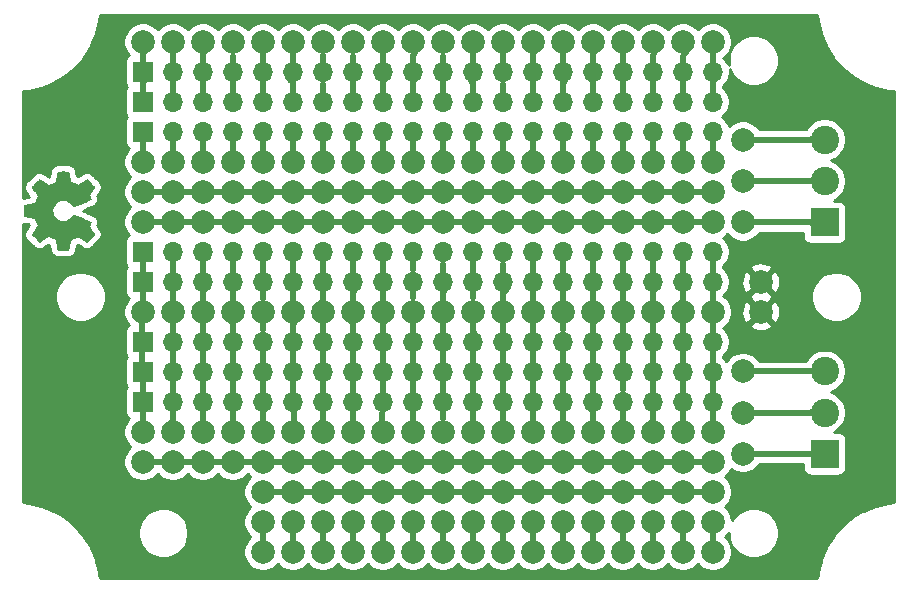
<source format=gbr>
G04 #@! TF.GenerationSoftware,KiCad,Pcbnew,5.1.5+dfsg1-2build2*
G04 #@! TF.CreationDate,2022-02-15T22:10:23-05:00*
G04 #@! TF.ProjectId,MCU_PROTO_83x58mm,4d43555f-5052-44f5-944f-5f3833783538,rev?*
G04 #@! TF.SameCoordinates,Original*
G04 #@! TF.FileFunction,Copper,L2,Bot*
G04 #@! TF.FilePolarity,Positive*
%FSLAX46Y46*%
G04 Gerber Fmt 4.6, Leading zero omitted, Abs format (unit mm)*
G04 Created by KiCad (PCBNEW 5.1.5+dfsg1-2build2) date 2022-02-15 22:10:23*
%MOMM*%
%LPD*%
G04 APERTURE LIST*
%ADD10C,0.010000*%
%ADD11O,1.700000X1.700000*%
%ADD12R,1.700000X1.700000*%
%ADD13C,2.000000*%
%ADD14C,2.400000*%
%ADD15R,2.400000X2.400000*%
%ADD16C,1.998980*%
%ADD17C,0.500000*%
%ADD18C,0.254000*%
G04 APERTURE END LIST*
D10*
G36*
X101177131Y-117751414D02*
G01*
X101621755Y-117835235D01*
X101749253Y-118144520D01*
X101876751Y-118453806D01*
X101624446Y-118824846D01*
X101554196Y-118928757D01*
X101491472Y-119022687D01*
X101439138Y-119102252D01*
X101400057Y-119163070D01*
X101377093Y-119200757D01*
X101372142Y-119211021D01*
X101384876Y-119229510D01*
X101420082Y-119269020D01*
X101473262Y-119325122D01*
X101539918Y-119393387D01*
X101615554Y-119469386D01*
X101695672Y-119548692D01*
X101775774Y-119626875D01*
X101851364Y-119699507D01*
X101917945Y-119762159D01*
X101971018Y-119810403D01*
X102006087Y-119839810D01*
X102017823Y-119846841D01*
X102039460Y-119836723D01*
X102086862Y-119808359D01*
X102155393Y-119764729D01*
X102240415Y-119708818D01*
X102337293Y-119643606D01*
X102392550Y-119605819D01*
X102493448Y-119536943D01*
X102584499Y-119475740D01*
X102661170Y-119425178D01*
X102718928Y-119388228D01*
X102753243Y-119367858D01*
X102760454Y-119364797D01*
X102780948Y-119371736D01*
X102828713Y-119390651D01*
X102897032Y-119418687D01*
X102979189Y-119452991D01*
X103068470Y-119490709D01*
X103158158Y-119528987D01*
X103241538Y-119564970D01*
X103311894Y-119595806D01*
X103362510Y-119618639D01*
X103386671Y-119630617D01*
X103387622Y-119631324D01*
X103392236Y-119650131D01*
X103402528Y-119700218D01*
X103417487Y-119776393D01*
X103436101Y-119873465D01*
X103457359Y-119986243D01*
X103469618Y-120052042D01*
X103492562Y-120172550D01*
X103514395Y-120281397D01*
X103533922Y-120373076D01*
X103549948Y-120442081D01*
X103561279Y-120482904D01*
X103564874Y-120491111D01*
X103589206Y-120499148D01*
X103644159Y-120505633D01*
X103723308Y-120510570D01*
X103820226Y-120513964D01*
X103928487Y-120515818D01*
X104041665Y-120516138D01*
X104153335Y-120514927D01*
X104257068Y-120512190D01*
X104346441Y-120507931D01*
X104415026Y-120502155D01*
X104456397Y-120494867D01*
X104465010Y-120490495D01*
X104475333Y-120464364D01*
X104490092Y-120408993D01*
X104507552Y-120331707D01*
X104525980Y-120239830D01*
X104531941Y-120207758D01*
X104560266Y-120053124D01*
X104583076Y-119930975D01*
X104601280Y-119837273D01*
X104615783Y-119767984D01*
X104627492Y-119719071D01*
X104637315Y-119686497D01*
X104646156Y-119666228D01*
X104654924Y-119654226D01*
X104656657Y-119652547D01*
X104684571Y-119635784D01*
X104738895Y-119610214D01*
X104812977Y-119578388D01*
X104900165Y-119542860D01*
X104993808Y-119506183D01*
X105087252Y-119470911D01*
X105173847Y-119439596D01*
X105246940Y-119414793D01*
X105299878Y-119399054D01*
X105326011Y-119394932D01*
X105326926Y-119395276D01*
X105348286Y-119409241D01*
X105395284Y-119440922D01*
X105463027Y-119486991D01*
X105546623Y-119544118D01*
X105641182Y-119608973D01*
X105668054Y-119627443D01*
X105765475Y-119693299D01*
X105854363Y-119751250D01*
X105929612Y-119798138D01*
X105986120Y-119830807D01*
X106018781Y-119846100D01*
X106022793Y-119846841D01*
X106043884Y-119833992D01*
X106085664Y-119798488D01*
X106143645Y-119744893D01*
X106213335Y-119677771D01*
X106290245Y-119601687D01*
X106369883Y-119521204D01*
X106447761Y-119440887D01*
X106519386Y-119365299D01*
X106580270Y-119299005D01*
X106625921Y-119246569D01*
X106651850Y-119212555D01*
X106656083Y-119203145D01*
X106646112Y-119181243D01*
X106619220Y-119136400D01*
X106579936Y-119075921D01*
X106548317Y-119029389D01*
X106490298Y-118945075D01*
X106421984Y-118845226D01*
X106353779Y-118745073D01*
X106317275Y-118691227D01*
X106194000Y-118508971D01*
X106276720Y-118355981D01*
X106312959Y-118286282D01*
X106341126Y-118227014D01*
X106357191Y-118186911D01*
X106359426Y-118176703D01*
X106342922Y-118164429D01*
X106296282Y-118140213D01*
X106223809Y-118105863D01*
X106129806Y-118063188D01*
X106018574Y-118013994D01*
X105894415Y-117960090D01*
X105761632Y-117903284D01*
X105624527Y-117845382D01*
X105487402Y-117788193D01*
X105354558Y-117733524D01*
X105230298Y-117683184D01*
X105118925Y-117638980D01*
X105024739Y-117602719D01*
X104952044Y-117576209D01*
X104905141Y-117561258D01*
X104889033Y-117558854D01*
X104868486Y-117577911D01*
X104835133Y-117619636D01*
X104795902Y-117675306D01*
X104792799Y-117679978D01*
X104677623Y-117823864D01*
X104543253Y-117939883D01*
X104393984Y-118027030D01*
X104234113Y-118084299D01*
X104067937Y-118110686D01*
X103899752Y-118105185D01*
X103733855Y-118066790D01*
X103574542Y-117994495D01*
X103539687Y-117973226D01*
X103398937Y-117862596D01*
X103285914Y-117731902D01*
X103201203Y-117585664D01*
X103145394Y-117428408D01*
X103119074Y-117264657D01*
X103122830Y-117098933D01*
X103157250Y-116935762D01*
X103222923Y-116779665D01*
X103320435Y-116635167D01*
X103360013Y-116590469D01*
X103483903Y-116476712D01*
X103614324Y-116393818D01*
X103760515Y-116336956D01*
X103905288Y-116305287D01*
X104068060Y-116297469D01*
X104231640Y-116323538D01*
X104390498Y-116380845D01*
X104539106Y-116466744D01*
X104671935Y-116578586D01*
X104783456Y-116713723D01*
X104795211Y-116731483D01*
X104833708Y-116787750D01*
X104867063Y-116830523D01*
X104888360Y-116850972D01*
X104889033Y-116851269D01*
X104912071Y-116846879D01*
X104964357Y-116829476D01*
X105041590Y-116800868D01*
X105139468Y-116762865D01*
X105253691Y-116717274D01*
X105379958Y-116665903D01*
X105513967Y-116610562D01*
X105651418Y-116553058D01*
X105788008Y-116495201D01*
X105919437Y-116438798D01*
X106041405Y-116385658D01*
X106149609Y-116337590D01*
X106239749Y-116296401D01*
X106307523Y-116263901D01*
X106348630Y-116241897D01*
X106359426Y-116233036D01*
X106351019Y-116205960D01*
X106328472Y-116155297D01*
X106295813Y-116089783D01*
X106276720Y-116053759D01*
X106194000Y-115900768D01*
X106317275Y-115718512D01*
X106380428Y-115625475D01*
X106449927Y-115523615D01*
X106515365Y-115428162D01*
X106548317Y-115380350D01*
X106593473Y-115313105D01*
X106629257Y-115256164D01*
X106651138Y-115216954D01*
X106655763Y-115204219D01*
X106643285Y-115185683D01*
X106608452Y-115144659D01*
X106554878Y-115085125D01*
X106486183Y-115011058D01*
X106405981Y-114926435D01*
X106354486Y-114872915D01*
X106262486Y-114779281D01*
X106180199Y-114698359D01*
X106111145Y-114633423D01*
X106058844Y-114587742D01*
X106026816Y-114564589D01*
X106020316Y-114562368D01*
X105995594Y-114572676D01*
X105945605Y-114601161D01*
X105875412Y-114644663D01*
X105790075Y-114700023D01*
X105694656Y-114764080D01*
X105668054Y-114782297D01*
X105571367Y-114848673D01*
X105484317Y-114908222D01*
X105411795Y-114957616D01*
X105358693Y-114993525D01*
X105329903Y-115012619D01*
X105326926Y-115014464D01*
X105303982Y-115011705D01*
X105253536Y-114997062D01*
X105182241Y-114973087D01*
X105096747Y-114942334D01*
X105003707Y-114907356D01*
X104909774Y-114870707D01*
X104821599Y-114834939D01*
X104745834Y-114802606D01*
X104689131Y-114776262D01*
X104658143Y-114758458D01*
X104656657Y-114757193D01*
X104647801Y-114746306D01*
X104639043Y-114727918D01*
X104629477Y-114697994D01*
X104618196Y-114652497D01*
X104604293Y-114587391D01*
X104586863Y-114498639D01*
X104564998Y-114382207D01*
X104537791Y-114234058D01*
X104531941Y-114201982D01*
X104513574Y-114106914D01*
X104495605Y-114024035D01*
X104479769Y-113960670D01*
X104467800Y-113924142D01*
X104465010Y-113919244D01*
X104440272Y-113911173D01*
X104384990Y-113904613D01*
X104305589Y-113899567D01*
X104208496Y-113896041D01*
X104100138Y-113894039D01*
X103986940Y-113893564D01*
X103875328Y-113894623D01*
X103771729Y-113897218D01*
X103682568Y-113901354D01*
X103614272Y-113907037D01*
X103573266Y-113914269D01*
X103564874Y-113918629D01*
X103556408Y-113942902D01*
X103542635Y-113998174D01*
X103524750Y-114078938D01*
X103503948Y-114179688D01*
X103481423Y-114294917D01*
X103469618Y-114357698D01*
X103447351Y-114476813D01*
X103427179Y-114583035D01*
X103410115Y-114671173D01*
X103397169Y-114736034D01*
X103389355Y-114772426D01*
X103387622Y-114778416D01*
X103368090Y-114788539D01*
X103321043Y-114809938D01*
X103253203Y-114839761D01*
X103171291Y-114875155D01*
X103082028Y-114913268D01*
X102992135Y-114951247D01*
X102908335Y-114986240D01*
X102837347Y-115015394D01*
X102785894Y-115035857D01*
X102760697Y-115044777D01*
X102759596Y-115044943D01*
X102739719Y-115034831D01*
X102693977Y-115006483D01*
X102626917Y-114962877D01*
X102543084Y-114906994D01*
X102447026Y-114841813D01*
X102391850Y-114803921D01*
X102290681Y-114734875D01*
X102198830Y-114673550D01*
X102120944Y-114622937D01*
X102061669Y-114586029D01*
X102025651Y-114565818D01*
X102017577Y-114562899D01*
X101998784Y-114575447D01*
X101958657Y-114610137D01*
X101901693Y-114662537D01*
X101832385Y-114728216D01*
X101755231Y-114802744D01*
X101674725Y-114881687D01*
X101595363Y-114960617D01*
X101521640Y-115035100D01*
X101458052Y-115100706D01*
X101409094Y-115153004D01*
X101379261Y-115187561D01*
X101372142Y-115199122D01*
X101382153Y-115217946D01*
X101410278Y-115262969D01*
X101453654Y-115329813D01*
X101509418Y-115414101D01*
X101574706Y-115511456D01*
X101624446Y-115584893D01*
X101876751Y-115955933D01*
X101621755Y-116574505D01*
X101177131Y-116658325D01*
X100732507Y-116742146D01*
X100732507Y-117667594D01*
X101177131Y-117751414D01*
G37*
X101177131Y-117751414D02*
X101621755Y-117835235D01*
X101749253Y-118144520D01*
X101876751Y-118453806D01*
X101624446Y-118824846D01*
X101554196Y-118928757D01*
X101491472Y-119022687D01*
X101439138Y-119102252D01*
X101400057Y-119163070D01*
X101377093Y-119200757D01*
X101372142Y-119211021D01*
X101384876Y-119229510D01*
X101420082Y-119269020D01*
X101473262Y-119325122D01*
X101539918Y-119393387D01*
X101615554Y-119469386D01*
X101695672Y-119548692D01*
X101775774Y-119626875D01*
X101851364Y-119699507D01*
X101917945Y-119762159D01*
X101971018Y-119810403D01*
X102006087Y-119839810D01*
X102017823Y-119846841D01*
X102039460Y-119836723D01*
X102086862Y-119808359D01*
X102155393Y-119764729D01*
X102240415Y-119708818D01*
X102337293Y-119643606D01*
X102392550Y-119605819D01*
X102493448Y-119536943D01*
X102584499Y-119475740D01*
X102661170Y-119425178D01*
X102718928Y-119388228D01*
X102753243Y-119367858D01*
X102760454Y-119364797D01*
X102780948Y-119371736D01*
X102828713Y-119390651D01*
X102897032Y-119418687D01*
X102979189Y-119452991D01*
X103068470Y-119490709D01*
X103158158Y-119528987D01*
X103241538Y-119564970D01*
X103311894Y-119595806D01*
X103362510Y-119618639D01*
X103386671Y-119630617D01*
X103387622Y-119631324D01*
X103392236Y-119650131D01*
X103402528Y-119700218D01*
X103417487Y-119776393D01*
X103436101Y-119873465D01*
X103457359Y-119986243D01*
X103469618Y-120052042D01*
X103492562Y-120172550D01*
X103514395Y-120281397D01*
X103533922Y-120373076D01*
X103549948Y-120442081D01*
X103561279Y-120482904D01*
X103564874Y-120491111D01*
X103589206Y-120499148D01*
X103644159Y-120505633D01*
X103723308Y-120510570D01*
X103820226Y-120513964D01*
X103928487Y-120515818D01*
X104041665Y-120516138D01*
X104153335Y-120514927D01*
X104257068Y-120512190D01*
X104346441Y-120507931D01*
X104415026Y-120502155D01*
X104456397Y-120494867D01*
X104465010Y-120490495D01*
X104475333Y-120464364D01*
X104490092Y-120408993D01*
X104507552Y-120331707D01*
X104525980Y-120239830D01*
X104531941Y-120207758D01*
X104560266Y-120053124D01*
X104583076Y-119930975D01*
X104601280Y-119837273D01*
X104615783Y-119767984D01*
X104627492Y-119719071D01*
X104637315Y-119686497D01*
X104646156Y-119666228D01*
X104654924Y-119654226D01*
X104656657Y-119652547D01*
X104684571Y-119635784D01*
X104738895Y-119610214D01*
X104812977Y-119578388D01*
X104900165Y-119542860D01*
X104993808Y-119506183D01*
X105087252Y-119470911D01*
X105173847Y-119439596D01*
X105246940Y-119414793D01*
X105299878Y-119399054D01*
X105326011Y-119394932D01*
X105326926Y-119395276D01*
X105348286Y-119409241D01*
X105395284Y-119440922D01*
X105463027Y-119486991D01*
X105546623Y-119544118D01*
X105641182Y-119608973D01*
X105668054Y-119627443D01*
X105765475Y-119693299D01*
X105854363Y-119751250D01*
X105929612Y-119798138D01*
X105986120Y-119830807D01*
X106018781Y-119846100D01*
X106022793Y-119846841D01*
X106043884Y-119833992D01*
X106085664Y-119798488D01*
X106143645Y-119744893D01*
X106213335Y-119677771D01*
X106290245Y-119601687D01*
X106369883Y-119521204D01*
X106447761Y-119440887D01*
X106519386Y-119365299D01*
X106580270Y-119299005D01*
X106625921Y-119246569D01*
X106651850Y-119212555D01*
X106656083Y-119203145D01*
X106646112Y-119181243D01*
X106619220Y-119136400D01*
X106579936Y-119075921D01*
X106548317Y-119029389D01*
X106490298Y-118945075D01*
X106421984Y-118845226D01*
X106353779Y-118745073D01*
X106317275Y-118691227D01*
X106194000Y-118508971D01*
X106276720Y-118355981D01*
X106312959Y-118286282D01*
X106341126Y-118227014D01*
X106357191Y-118186911D01*
X106359426Y-118176703D01*
X106342922Y-118164429D01*
X106296282Y-118140213D01*
X106223809Y-118105863D01*
X106129806Y-118063188D01*
X106018574Y-118013994D01*
X105894415Y-117960090D01*
X105761632Y-117903284D01*
X105624527Y-117845382D01*
X105487402Y-117788193D01*
X105354558Y-117733524D01*
X105230298Y-117683184D01*
X105118925Y-117638980D01*
X105024739Y-117602719D01*
X104952044Y-117576209D01*
X104905141Y-117561258D01*
X104889033Y-117558854D01*
X104868486Y-117577911D01*
X104835133Y-117619636D01*
X104795902Y-117675306D01*
X104792799Y-117679978D01*
X104677623Y-117823864D01*
X104543253Y-117939883D01*
X104393984Y-118027030D01*
X104234113Y-118084299D01*
X104067937Y-118110686D01*
X103899752Y-118105185D01*
X103733855Y-118066790D01*
X103574542Y-117994495D01*
X103539687Y-117973226D01*
X103398937Y-117862596D01*
X103285914Y-117731902D01*
X103201203Y-117585664D01*
X103145394Y-117428408D01*
X103119074Y-117264657D01*
X103122830Y-117098933D01*
X103157250Y-116935762D01*
X103222923Y-116779665D01*
X103320435Y-116635167D01*
X103360013Y-116590469D01*
X103483903Y-116476712D01*
X103614324Y-116393818D01*
X103760515Y-116336956D01*
X103905288Y-116305287D01*
X104068060Y-116297469D01*
X104231640Y-116323538D01*
X104390498Y-116380845D01*
X104539106Y-116466744D01*
X104671935Y-116578586D01*
X104783456Y-116713723D01*
X104795211Y-116731483D01*
X104833708Y-116787750D01*
X104867063Y-116830523D01*
X104888360Y-116850972D01*
X104889033Y-116851269D01*
X104912071Y-116846879D01*
X104964357Y-116829476D01*
X105041590Y-116800868D01*
X105139468Y-116762865D01*
X105253691Y-116717274D01*
X105379958Y-116665903D01*
X105513967Y-116610562D01*
X105651418Y-116553058D01*
X105788008Y-116495201D01*
X105919437Y-116438798D01*
X106041405Y-116385658D01*
X106149609Y-116337590D01*
X106239749Y-116296401D01*
X106307523Y-116263901D01*
X106348630Y-116241897D01*
X106359426Y-116233036D01*
X106351019Y-116205960D01*
X106328472Y-116155297D01*
X106295813Y-116089783D01*
X106276720Y-116053759D01*
X106194000Y-115900768D01*
X106317275Y-115718512D01*
X106380428Y-115625475D01*
X106449927Y-115523615D01*
X106515365Y-115428162D01*
X106548317Y-115380350D01*
X106593473Y-115313105D01*
X106629257Y-115256164D01*
X106651138Y-115216954D01*
X106655763Y-115204219D01*
X106643285Y-115185683D01*
X106608452Y-115144659D01*
X106554878Y-115085125D01*
X106486183Y-115011058D01*
X106405981Y-114926435D01*
X106354486Y-114872915D01*
X106262486Y-114779281D01*
X106180199Y-114698359D01*
X106111145Y-114633423D01*
X106058844Y-114587742D01*
X106026816Y-114564589D01*
X106020316Y-114562368D01*
X105995594Y-114572676D01*
X105945605Y-114601161D01*
X105875412Y-114644663D01*
X105790075Y-114700023D01*
X105694656Y-114764080D01*
X105668054Y-114782297D01*
X105571367Y-114848673D01*
X105484317Y-114908222D01*
X105411795Y-114957616D01*
X105358693Y-114993525D01*
X105329903Y-115012619D01*
X105326926Y-115014464D01*
X105303982Y-115011705D01*
X105253536Y-114997062D01*
X105182241Y-114973087D01*
X105096747Y-114942334D01*
X105003707Y-114907356D01*
X104909774Y-114870707D01*
X104821599Y-114834939D01*
X104745834Y-114802606D01*
X104689131Y-114776262D01*
X104658143Y-114758458D01*
X104656657Y-114757193D01*
X104647801Y-114746306D01*
X104639043Y-114727918D01*
X104629477Y-114697994D01*
X104618196Y-114652497D01*
X104604293Y-114587391D01*
X104586863Y-114498639D01*
X104564998Y-114382207D01*
X104537791Y-114234058D01*
X104531941Y-114201982D01*
X104513574Y-114106914D01*
X104495605Y-114024035D01*
X104479769Y-113960670D01*
X104467800Y-113924142D01*
X104465010Y-113919244D01*
X104440272Y-113911173D01*
X104384990Y-113904613D01*
X104305589Y-113899567D01*
X104208496Y-113896041D01*
X104100138Y-113894039D01*
X103986940Y-113893564D01*
X103875328Y-113894623D01*
X103771729Y-113897218D01*
X103682568Y-113901354D01*
X103614272Y-113907037D01*
X103573266Y-113914269D01*
X103564874Y-113918629D01*
X103556408Y-113942902D01*
X103542635Y-113998174D01*
X103524750Y-114078938D01*
X103503948Y-114179688D01*
X103481423Y-114294917D01*
X103469618Y-114357698D01*
X103447351Y-114476813D01*
X103427179Y-114583035D01*
X103410115Y-114671173D01*
X103397169Y-114736034D01*
X103389355Y-114772426D01*
X103387622Y-114778416D01*
X103368090Y-114788539D01*
X103321043Y-114809938D01*
X103253203Y-114839761D01*
X103171291Y-114875155D01*
X103082028Y-114913268D01*
X102992135Y-114951247D01*
X102908335Y-114986240D01*
X102837347Y-115015394D01*
X102785894Y-115035857D01*
X102760697Y-115044777D01*
X102759596Y-115044943D01*
X102739719Y-115034831D01*
X102693977Y-115006483D01*
X102626917Y-114962877D01*
X102543084Y-114906994D01*
X102447026Y-114841813D01*
X102391850Y-114803921D01*
X102290681Y-114734875D01*
X102198830Y-114673550D01*
X102120944Y-114622937D01*
X102061669Y-114586029D01*
X102025651Y-114565818D01*
X102017577Y-114562899D01*
X101998784Y-114575447D01*
X101958657Y-114610137D01*
X101901693Y-114662537D01*
X101832385Y-114728216D01*
X101755231Y-114802744D01*
X101674725Y-114881687D01*
X101595363Y-114960617D01*
X101521640Y-115035100D01*
X101458052Y-115100706D01*
X101409094Y-115153004D01*
X101379261Y-115187561D01*
X101372142Y-115199122D01*
X101382153Y-115217946D01*
X101410278Y-115262969D01*
X101453654Y-115329813D01*
X101509418Y-115414101D01*
X101574706Y-115511456D01*
X101624446Y-115584893D01*
X101876751Y-115955933D01*
X101621755Y-116574505D01*
X101177131Y-116658325D01*
X100732507Y-116742146D01*
X100732507Y-117667594D01*
X101177131Y-117751414D01*
D11*
X159020000Y-120690000D03*
X156480000Y-120690000D03*
X153940000Y-120690000D03*
X151400000Y-120690000D03*
X148860000Y-120690000D03*
X146320000Y-120690000D03*
X143780000Y-120690000D03*
X141240000Y-120690000D03*
X138700000Y-120690000D03*
X136160000Y-120690000D03*
X133620000Y-120690000D03*
X131080000Y-120690000D03*
X128540000Y-120690000D03*
X126000000Y-120690000D03*
X123460000Y-120690000D03*
X120920000Y-120690000D03*
X118380000Y-120690000D03*
X115840000Y-120690000D03*
X113300000Y-120690000D03*
D12*
X110760000Y-120690000D03*
D11*
X159020000Y-107990000D03*
X156480000Y-107990000D03*
X153940000Y-107990000D03*
X151400000Y-107990000D03*
X148860000Y-107990000D03*
X146320000Y-107990000D03*
X143780000Y-107990000D03*
X141240000Y-107990000D03*
X138700000Y-107990000D03*
X136160000Y-107990000D03*
X133620000Y-107990000D03*
X131080000Y-107990000D03*
X128540000Y-107990000D03*
X126000000Y-107990000D03*
X123460000Y-107990000D03*
X120920000Y-107990000D03*
X118380000Y-107990000D03*
X115840000Y-107990000D03*
X113300000Y-107990000D03*
D12*
X110760000Y-107990000D03*
D11*
X159020000Y-110530000D03*
X156480000Y-110530000D03*
X153940000Y-110530000D03*
X151400000Y-110530000D03*
X148860000Y-110530000D03*
X146320000Y-110530000D03*
X143780000Y-110530000D03*
X141240000Y-110530000D03*
X138700000Y-110530000D03*
X136160000Y-110530000D03*
X133620000Y-110530000D03*
X131080000Y-110530000D03*
X128540000Y-110530000D03*
X126000000Y-110530000D03*
X123460000Y-110530000D03*
X120920000Y-110530000D03*
X118380000Y-110530000D03*
X115840000Y-110530000D03*
X113300000Y-110530000D03*
D12*
X110760000Y-110530000D03*
D13*
X110760000Y-113070000D03*
D14*
X168500000Y-130800000D03*
X168500000Y-134300000D03*
D15*
X168500000Y-137800000D03*
D13*
X159020000Y-125770000D03*
X156480000Y-125770000D03*
X153940000Y-125770000D03*
X151400000Y-125770000D03*
X148860000Y-125770000D03*
X146320000Y-125770000D03*
X143780000Y-125770000D03*
X141240000Y-125770000D03*
X138700000Y-125770000D03*
X136160000Y-125770000D03*
X133620000Y-125770000D03*
X131080000Y-125770000D03*
X128540000Y-125770000D03*
X126000000Y-125770000D03*
X123460000Y-125770000D03*
X120920000Y-125770000D03*
X118380000Y-125770000D03*
X115840000Y-125770000D03*
X113300000Y-125770000D03*
X110760000Y-125770000D03*
X159020000Y-143550000D03*
X156480000Y-143550000D03*
X153940000Y-143550000D03*
X151400000Y-143550000D03*
X148860000Y-143550000D03*
X146320000Y-143550000D03*
X143780000Y-143550000D03*
X141240000Y-143550000D03*
X138700000Y-143550000D03*
X136160000Y-143550000D03*
X133620000Y-143550000D03*
X131080000Y-143550000D03*
X128540000Y-143550000D03*
X126000000Y-143550000D03*
X123460000Y-143550000D03*
X120920000Y-143550000D03*
X159020000Y-141010000D03*
X156480000Y-141010000D03*
X153940000Y-141010000D03*
X151400000Y-141010000D03*
X148860000Y-141010000D03*
X146320000Y-141010000D03*
X143780000Y-141010000D03*
X141240000Y-141010000D03*
X138700000Y-141010000D03*
X136160000Y-141010000D03*
X133620000Y-141010000D03*
X131080000Y-141010000D03*
X128540000Y-141010000D03*
X126000000Y-141010000D03*
X123460000Y-141010000D03*
X120920000Y-141010000D03*
X159020000Y-138470000D03*
X156480000Y-138470000D03*
X153940000Y-138470000D03*
X151400000Y-138470000D03*
X148860000Y-138470000D03*
X146320000Y-138470000D03*
X143780000Y-138470000D03*
X141240000Y-138470000D03*
X138700000Y-138470000D03*
X136160000Y-138470000D03*
X133620000Y-138470000D03*
X131080000Y-138470000D03*
X128540000Y-138470000D03*
X126000000Y-138470000D03*
X123460000Y-138470000D03*
X120920000Y-138470000D03*
X118380000Y-138470000D03*
X115840000Y-138470000D03*
X113300000Y-138470000D03*
X110760000Y-138470000D03*
X159020000Y-135930000D03*
X156480000Y-135930000D03*
X153940000Y-135930000D03*
X151400000Y-135930000D03*
X148860000Y-135930000D03*
X146320000Y-135930000D03*
X143780000Y-135930000D03*
X141240000Y-135930000D03*
X138700000Y-135930000D03*
X136160000Y-135930000D03*
X133620000Y-135930000D03*
X131080000Y-135930000D03*
X128540000Y-135930000D03*
X126000000Y-135930000D03*
X123460000Y-135930000D03*
X120920000Y-135930000D03*
X118380000Y-135930000D03*
X115840000Y-135930000D03*
X113300000Y-135930000D03*
X110760000Y-135930000D03*
X159020000Y-118150000D03*
X156480000Y-118150000D03*
X153940000Y-118150000D03*
X151400000Y-118150000D03*
X148860000Y-118150000D03*
X146320000Y-118150000D03*
X143780000Y-118150000D03*
X141240000Y-118150000D03*
X138700000Y-118150000D03*
X136160000Y-118150000D03*
X133620000Y-118150000D03*
X131080000Y-118150000D03*
X128540000Y-118150000D03*
X126000000Y-118150000D03*
X123460000Y-118150000D03*
X120920000Y-118150000D03*
X118380000Y-118150000D03*
X115840000Y-118150000D03*
X113300000Y-118150000D03*
X110760000Y-118150000D03*
X159020000Y-115610000D03*
X156480000Y-115610000D03*
X153940000Y-115610000D03*
X151400000Y-115610000D03*
X148860000Y-115610000D03*
X146320000Y-115610000D03*
X143780000Y-115610000D03*
X141240000Y-115610000D03*
X138700000Y-115610000D03*
X136160000Y-115610000D03*
X133620000Y-115610000D03*
X131080000Y-115610000D03*
X128540000Y-115610000D03*
X126000000Y-115610000D03*
X123460000Y-115610000D03*
X120920000Y-115610000D03*
X118380000Y-115610000D03*
X115840000Y-115610000D03*
X113300000Y-115610000D03*
X110760000Y-115610000D03*
X159020000Y-113070000D03*
X156480000Y-113070000D03*
X153940000Y-113070000D03*
X151400000Y-113070000D03*
X148860000Y-113070000D03*
X146320000Y-113070000D03*
X143780000Y-113070000D03*
X141240000Y-113070000D03*
X138700000Y-113070000D03*
X136160000Y-113070000D03*
X133620000Y-113070000D03*
X131080000Y-113070000D03*
X128540000Y-113070000D03*
X126000000Y-113070000D03*
X123460000Y-113070000D03*
X120920000Y-113070000D03*
X118380000Y-113070000D03*
X115840000Y-113070000D03*
X113300000Y-113070000D03*
X110760000Y-102910000D03*
X113300000Y-102910000D03*
X115840000Y-102910000D03*
X118380000Y-102910000D03*
X120920000Y-102910000D03*
X123460000Y-102910000D03*
X123460000Y-146090000D03*
X120920000Y-146090000D03*
X159020000Y-146090000D03*
X156480000Y-146090000D03*
X138700000Y-146090000D03*
X146320000Y-146090000D03*
X141240000Y-146090000D03*
X136160000Y-146090000D03*
X133620000Y-146090000D03*
X131080000Y-146090000D03*
X128540000Y-146090000D03*
X126000000Y-146090000D03*
X143780000Y-146090000D03*
X148860000Y-146090000D03*
X153940000Y-146090000D03*
X151400000Y-146090000D03*
D11*
X159020000Y-133390000D03*
X156480000Y-133390000D03*
X153940000Y-133390000D03*
X151400000Y-133390000D03*
X148860000Y-133390000D03*
X146320000Y-133390000D03*
X143780000Y-133390000D03*
X141240000Y-133390000D03*
X138700000Y-133390000D03*
X136160000Y-133390000D03*
X133620000Y-133390000D03*
X131080000Y-133390000D03*
X128540000Y-133390000D03*
X126000000Y-133390000D03*
X123460000Y-133390000D03*
X120920000Y-133390000D03*
X118380000Y-133390000D03*
X115840000Y-133390000D03*
X113300000Y-133390000D03*
D12*
X110760000Y-133390000D03*
D11*
X159020000Y-130850000D03*
X156480000Y-130850000D03*
X153940000Y-130850000D03*
X151400000Y-130850000D03*
X148860000Y-130850000D03*
X146320000Y-130850000D03*
X143780000Y-130850000D03*
X141240000Y-130850000D03*
X138700000Y-130850000D03*
X136160000Y-130850000D03*
X133620000Y-130850000D03*
X131080000Y-130850000D03*
X128540000Y-130850000D03*
X126000000Y-130850000D03*
X123460000Y-130850000D03*
X120920000Y-130850000D03*
X118380000Y-130850000D03*
X115840000Y-130850000D03*
X113300000Y-130850000D03*
D12*
X110760000Y-130850000D03*
D11*
X159020000Y-128310000D03*
X156480000Y-128310000D03*
X153940000Y-128310000D03*
X151400000Y-128310000D03*
X148860000Y-128310000D03*
X146320000Y-128310000D03*
X143780000Y-128310000D03*
X141240000Y-128310000D03*
X138700000Y-128310000D03*
X136160000Y-128310000D03*
X133620000Y-128310000D03*
X131080000Y-128310000D03*
X128540000Y-128310000D03*
X126000000Y-128310000D03*
X123460000Y-128310000D03*
X120920000Y-128310000D03*
X118380000Y-128310000D03*
X115840000Y-128310000D03*
X113300000Y-128310000D03*
D12*
X110760000Y-128310000D03*
D11*
X159020000Y-105450000D03*
X156480000Y-105450000D03*
X153940000Y-105450000D03*
X151400000Y-105450000D03*
X148860000Y-105450000D03*
X146320000Y-105450000D03*
X143780000Y-105450000D03*
X141240000Y-105450000D03*
X138700000Y-105450000D03*
X136160000Y-105450000D03*
X133620000Y-105450000D03*
X131080000Y-105450000D03*
X128540000Y-105450000D03*
X126000000Y-105450000D03*
X123460000Y-105450000D03*
X120920000Y-105450000D03*
X118380000Y-105450000D03*
X115840000Y-105450000D03*
X113300000Y-105450000D03*
D12*
X110760000Y-105450000D03*
D11*
X159020000Y-123230000D03*
X156480000Y-123230000D03*
X153940000Y-123230000D03*
X151400000Y-123230000D03*
X148860000Y-123230000D03*
X146320000Y-123230000D03*
X143780000Y-123230000D03*
X141240000Y-123230000D03*
X138700000Y-123230000D03*
X136160000Y-123230000D03*
X133620000Y-123230000D03*
X131080000Y-123230000D03*
X128540000Y-123230000D03*
X126000000Y-123230000D03*
X123460000Y-123230000D03*
X120920000Y-123230000D03*
X118380000Y-123230000D03*
X115840000Y-123230000D03*
X113300000Y-123230000D03*
D12*
X110760000Y-123230000D03*
D16*
X163100000Y-125770000D03*
X163100000Y-123230000D03*
D13*
X146320000Y-102910000D03*
X159020000Y-102910000D03*
X156480000Y-102910000D03*
X153940000Y-102910000D03*
X151400000Y-102910000D03*
X148860000Y-102910000D03*
D14*
X168500000Y-111200000D03*
X168500000Y-114700000D03*
D15*
X168500000Y-118200000D03*
D13*
X161560000Y-114700000D03*
X161560000Y-137800000D03*
X161560000Y-134300000D03*
X161560000Y-130800000D03*
X161560000Y-118200000D03*
X161560000Y-111200000D03*
X143780000Y-102910000D03*
X141240000Y-102910000D03*
X138700000Y-102910000D03*
X136160000Y-102910000D03*
X133620000Y-102910000D03*
X131080000Y-102910000D03*
X128540000Y-102910000D03*
X126000000Y-102910000D03*
D17*
X115840000Y-107990000D02*
X115840000Y-106389800D01*
X126000000Y-107990000D02*
X126000000Y-106474900D01*
X156480000Y-107990000D02*
X156480000Y-106389800D01*
X131027300Y-135877300D02*
X131080000Y-135930000D01*
X131027300Y-134366000D02*
X131027300Y-135877300D01*
X141240000Y-135930000D02*
X141240000Y-134351400D01*
X143780000Y-135930000D02*
X143780000Y-134317100D01*
X159020000Y-135930000D02*
X159020000Y-134338700D01*
X110760000Y-138470000D02*
X113300000Y-138470000D01*
X113300000Y-138470000D02*
X115840000Y-138470000D01*
X115840000Y-138470000D02*
X118380000Y-138470000D01*
X118380000Y-138470000D02*
X120920000Y-138470000D01*
X120920000Y-138470000D02*
X123460000Y-138470000D01*
X123460000Y-138470000D02*
X126000000Y-138470000D01*
X126000000Y-138470000D02*
X128540000Y-138470000D01*
X128540000Y-138470000D02*
X131080000Y-138470000D01*
X131080000Y-138470000D02*
X133620000Y-138470000D01*
X133620000Y-138470000D02*
X136160000Y-138470000D01*
X136160000Y-138470000D02*
X138700000Y-138470000D01*
X138700000Y-138470000D02*
X141240000Y-138470000D01*
X141240000Y-138470000D02*
X143780000Y-138470000D01*
X143780000Y-138470000D02*
X146320000Y-138470000D01*
X146320000Y-138470000D02*
X148860000Y-138470000D01*
X148860000Y-138470000D02*
X151400000Y-138470000D01*
X151400000Y-138470000D02*
X153940000Y-138470000D01*
X153940000Y-138470000D02*
X156480000Y-138470000D01*
X156480000Y-138470000D02*
X159020000Y-138470000D01*
X159020000Y-141010000D02*
X156480000Y-141010000D01*
X156480000Y-141010000D02*
X153940000Y-141010000D01*
X153940000Y-141010000D02*
X151400000Y-141010000D01*
X151400000Y-141010000D02*
X148860000Y-141010000D01*
X148860000Y-141010000D02*
X146320000Y-141010000D01*
X146320000Y-141010000D02*
X143780000Y-141010000D01*
X143780000Y-141010000D02*
X141240000Y-141010000D01*
X141240000Y-141010000D02*
X138700000Y-141010000D01*
X138700000Y-141010000D02*
X136160000Y-141010000D01*
X136160000Y-141010000D02*
X133620000Y-141010000D01*
X120920000Y-141010000D02*
X123460000Y-141010000D01*
X123460000Y-141010000D02*
X126000000Y-141010000D01*
X126000000Y-141010000D02*
X128540000Y-141010000D01*
X128540000Y-141010000D02*
X131080000Y-141010000D01*
X131080000Y-141010000D02*
X133620000Y-141010000D01*
X120920000Y-143550000D02*
X120920000Y-146090000D01*
X123460000Y-143550000D02*
X123460000Y-146090000D01*
X126000000Y-143550000D02*
X126000000Y-146090000D01*
X128540000Y-143550000D02*
X128540000Y-146090000D01*
X131080000Y-143550000D02*
X131080000Y-146090000D01*
X133620000Y-143550000D02*
X133620000Y-146090000D01*
X136160000Y-143550000D02*
X136160000Y-146090000D01*
X138700000Y-143550000D02*
X138700000Y-146090000D01*
X141240000Y-143550000D02*
X141240000Y-146090000D01*
X143780000Y-143550000D02*
X143780000Y-146090000D01*
X146320000Y-143550000D02*
X146320000Y-146090000D01*
X148860000Y-143550000D02*
X148860000Y-146090000D01*
X151400000Y-143550000D02*
X151400000Y-146090000D01*
X153940000Y-143550000D02*
X153940000Y-146090000D01*
X156480000Y-143550000D02*
X156480000Y-146090000D01*
X159020000Y-143550000D02*
X159020000Y-146090000D01*
X110760000Y-118150000D02*
X113300000Y-118150000D01*
X113300000Y-118150000D02*
X115840000Y-118150000D01*
X115840000Y-118150000D02*
X118380000Y-118150000D01*
X118380000Y-118150000D02*
X120920000Y-118150000D01*
X120920000Y-118150000D02*
X123460000Y-118150000D01*
X123460000Y-118150000D02*
X126000000Y-118150000D01*
X126000000Y-118150000D02*
X128540000Y-118150000D01*
X128540000Y-118150000D02*
X131080000Y-118150000D01*
X131080000Y-118150000D02*
X133620000Y-118150000D01*
X133620000Y-118150000D02*
X136160000Y-118150000D01*
X136160000Y-118150000D02*
X138700000Y-118150000D01*
X138700000Y-118150000D02*
X141240000Y-118150000D01*
X141240000Y-118150000D02*
X143780000Y-118150000D01*
X143780000Y-118150000D02*
X146320000Y-118150000D01*
X146320000Y-118150000D02*
X148860000Y-118150000D01*
X148860000Y-118150000D02*
X151400000Y-118150000D01*
X151400000Y-118150000D02*
X153940000Y-118150000D01*
X153940000Y-118150000D02*
X156480000Y-118150000D01*
X156480000Y-118150000D02*
X159020000Y-118150000D01*
X120920000Y-125770000D02*
X120920000Y-127315600D01*
X146320000Y-125770000D02*
X146320000Y-127344800D01*
X159020000Y-115610000D02*
X156480000Y-115610000D01*
X156480000Y-115610000D02*
X153940000Y-115610000D01*
X153940000Y-115610000D02*
X151400000Y-115610000D01*
X151400000Y-115610000D02*
X148860000Y-115610000D01*
X148860000Y-115610000D02*
X146320000Y-115610000D01*
X146320000Y-115610000D02*
X143780000Y-115610000D01*
X143780000Y-115610000D02*
X141240000Y-115610000D01*
X141240000Y-115610000D02*
X138700000Y-115610000D01*
X138700000Y-115610000D02*
X136160000Y-115610000D01*
X136160000Y-115610000D02*
X133620000Y-115610000D01*
X133620000Y-115610000D02*
X131080000Y-115610000D01*
X131080000Y-115610000D02*
X128540000Y-115610000D01*
X128540000Y-115610000D02*
X126000000Y-115610000D01*
X126000000Y-115610000D02*
X123460000Y-115610000D01*
X123460000Y-115610000D02*
X120920000Y-115610000D01*
X120920000Y-115610000D02*
X118380000Y-115610000D01*
X118380000Y-115610000D02*
X115840000Y-115610000D01*
X115840000Y-115610000D02*
X113300000Y-115610000D01*
X113300000Y-115610000D02*
X110760000Y-115610000D01*
X167489600Y-130800000D02*
X167492300Y-130797300D01*
X167545800Y-130800000D02*
X167581200Y-130835400D01*
X167558500Y-130800000D02*
X167581200Y-130822700D01*
X167578500Y-130800000D02*
X167809800Y-130568700D01*
X161560000Y-130800000D02*
X167578500Y-130800000D01*
X167405900Y-134300000D02*
X167441500Y-134264400D01*
X167431300Y-134300000D02*
X167543100Y-134188200D01*
X167786900Y-134300000D02*
X167936800Y-134150100D01*
X167431300Y-134300000D02*
X167492300Y-134239000D01*
X161560000Y-134300000D02*
X167431300Y-134300000D01*
X167471900Y-137800000D02*
X167543100Y-137871200D01*
X167586200Y-137800000D02*
X167657400Y-137871200D01*
X161560000Y-137800000D02*
X167586200Y-137800000D01*
X167315700Y-111200000D02*
X167352600Y-111163100D01*
X167341100Y-111200000D02*
X167428800Y-111112300D01*
X167414900Y-111200000D02*
X167454200Y-111239300D01*
X167569700Y-111200000D02*
X167771700Y-110998000D01*
X161560000Y-111200000D02*
X167569700Y-111200000D01*
X167656300Y-118200000D02*
X167657400Y-118198900D01*
X167353700Y-118200000D02*
X167530400Y-118376700D01*
X161560000Y-118200000D02*
X167353700Y-118200000D01*
X167600300Y-114700000D02*
X167606600Y-114693700D01*
X167511300Y-114700000D02*
X167517700Y-114706400D01*
X167473300Y-114700000D02*
X167695500Y-114477800D01*
X161560000Y-114700000D02*
X167473300Y-114700000D01*
X128540000Y-105450000D02*
X128540000Y-104112700D01*
X126000000Y-105450000D02*
X126000000Y-104049200D01*
X123460000Y-106339000D02*
X123254900Y-106133900D01*
X123460000Y-107990000D02*
X123460000Y-106339000D01*
X123460000Y-103709600D02*
X123499500Y-103670100D01*
X123460000Y-105450000D02*
X123460000Y-103709600D01*
X120920000Y-103757100D02*
X120956200Y-103720900D01*
X120920000Y-105450000D02*
X120920000Y-103757100D01*
X120920000Y-106233600D02*
X120956200Y-106197400D01*
X120920000Y-107990000D02*
X120920000Y-106233600D01*
X118380000Y-105450000D02*
X118380000Y-104074600D01*
X118380000Y-105450000D02*
X118380000Y-107278300D01*
X115840000Y-103884100D02*
X116066700Y-103657400D01*
X115840000Y-105450000D02*
X115840000Y-103884100D01*
X113300000Y-103481500D02*
X113298100Y-103479600D01*
X113300000Y-105450000D02*
X113300000Y-103481500D01*
X113300000Y-106135800D02*
X113298100Y-106133900D01*
X113300000Y-107990000D02*
X113300000Y-106135800D01*
X110760000Y-103947600D02*
X110872400Y-103835200D01*
X110760000Y-105450000D02*
X110760000Y-103947600D01*
X110760000Y-106309800D02*
X110935900Y-106133900D01*
X110760000Y-107990000D02*
X110760000Y-106309800D01*
X128540000Y-107990000D02*
X128540000Y-106211500D01*
X126000000Y-120690000D02*
X126000000Y-122299100D01*
X120920000Y-120690000D02*
X120920000Y-122442600D01*
X128540000Y-124153300D02*
X128677800Y-124015500D01*
X128540000Y-125770000D02*
X128540000Y-124153300D01*
X128540000Y-123230000D02*
X128540000Y-121397400D01*
X128540000Y-112205900D02*
X128528700Y-112217200D01*
X128540000Y-110530000D02*
X128540000Y-112205900D01*
X126000000Y-124864500D02*
X125985400Y-124879100D01*
X126000000Y-123230000D02*
X126000000Y-124864500D01*
X126000000Y-112253900D02*
X126026800Y-112280700D01*
X126000000Y-110530000D02*
X126000000Y-112253900D01*
X123460000Y-123924700D02*
X123496200Y-123888500D01*
X123460000Y-125770000D02*
X123460000Y-123924700D01*
X123460000Y-123230000D02*
X123460000Y-121363100D01*
X123460000Y-112294800D02*
X123436000Y-112318800D01*
X123460000Y-110530000D02*
X123460000Y-112294800D01*
X120920000Y-123230000D02*
X120920000Y-124728600D01*
X120920000Y-112330100D02*
X120934100Y-112344200D01*
X120920000Y-110530000D02*
X120920000Y-112330100D01*
X118380000Y-124064400D02*
X118428900Y-124015500D01*
X118380000Y-125770000D02*
X118380000Y-124064400D01*
X118380000Y-123230000D02*
X118380000Y-121667900D01*
X118380000Y-112205900D02*
X118343300Y-112242600D01*
X118380000Y-110530000D02*
X118380000Y-112205900D01*
X115840000Y-124051700D02*
X116130200Y-123761500D01*
X115840000Y-125770000D02*
X115840000Y-124051700D01*
X115840000Y-123230000D02*
X115840000Y-121223400D01*
X115840000Y-112269400D02*
X115790600Y-112318800D01*
X115840000Y-110530000D02*
X115840000Y-112269400D01*
X113300000Y-123442100D02*
X113310800Y-123431300D01*
X113300000Y-125770000D02*
X113300000Y-123442100D01*
X113300000Y-123230000D02*
X113300000Y-120749700D01*
X113300000Y-112317400D02*
X113352200Y-112369600D01*
X113300000Y-110530000D02*
X113300000Y-112317400D01*
X110760000Y-123115700D02*
X110681900Y-123037600D01*
X110760000Y-125770000D02*
X110760000Y-123115700D01*
X110760000Y-112307500D02*
X110723300Y-112344200D01*
X110760000Y-110530000D02*
X110760000Y-112307500D01*
X110760000Y-123230000D02*
X110760000Y-120626500D01*
X128540000Y-126773300D02*
X128474600Y-126707900D01*
X128540000Y-128310000D02*
X128540000Y-126773300D01*
X126000000Y-127586100D02*
X126048900Y-127635000D01*
X126000000Y-125770000D02*
X126000000Y-127586100D01*
X126000000Y-128310000D02*
X126000000Y-130011800D01*
X123460000Y-126807600D02*
X123623200Y-126644400D01*
X123460000Y-128310000D02*
X123460000Y-126807600D01*
X120920000Y-128310000D02*
X120920000Y-129922900D01*
X118380000Y-126722500D02*
X118365400Y-126707900D01*
X118380000Y-128310000D02*
X118380000Y-126722500D01*
X133620000Y-106271700D02*
X133821300Y-106070400D01*
X133620000Y-107990000D02*
X133620000Y-106271700D01*
X133620000Y-104036500D02*
X133821300Y-103835200D01*
X133620000Y-105450000D02*
X133620000Y-104036500D01*
X131080000Y-106347900D02*
X131230500Y-106197400D01*
X131080000Y-107990000D02*
X131080000Y-106347900D01*
X131080000Y-103785800D02*
X131119500Y-103746300D01*
X131080000Y-105450000D02*
X131080000Y-103785800D01*
X159020000Y-106347900D02*
X159119700Y-106248200D01*
X159020000Y-107990000D02*
X159020000Y-106347900D01*
X159020000Y-103769800D02*
X159068900Y-103720900D01*
X159020000Y-105450000D02*
X159020000Y-103769800D01*
X156480000Y-104074600D02*
X156833700Y-103720900D01*
X156480000Y-105450000D02*
X156480000Y-104074600D01*
X153940000Y-106148500D02*
X153925400Y-106133900D01*
X153940000Y-107990000D02*
X153940000Y-106148500D01*
X153940000Y-104011100D02*
X154166700Y-103784400D01*
X153940000Y-105450000D02*
X153940000Y-104011100D01*
X151400000Y-106246300D02*
X151512400Y-106133900D01*
X151400000Y-107990000D02*
X151400000Y-106246300D01*
X151400000Y-103896800D02*
X151512400Y-103784400D01*
X151400000Y-105450000D02*
X151400000Y-103896800D01*
X148860000Y-106262800D02*
X148794600Y-106197400D01*
X148860000Y-107990000D02*
X148860000Y-106262800D01*
X148860000Y-103896800D02*
X149035900Y-103720900D01*
X148860000Y-105450000D02*
X148860000Y-103896800D01*
X146320000Y-106386000D02*
X146508600Y-106197400D01*
X146320000Y-107990000D02*
X146320000Y-106386000D01*
X146320000Y-103722300D02*
X146372200Y-103670100D01*
X146320000Y-105450000D02*
X146320000Y-103722300D01*
X143780000Y-103909500D02*
X143968600Y-103720900D01*
X143780000Y-105450000D02*
X143780000Y-103909500D01*
X141240000Y-103620700D02*
X141254100Y-103606600D01*
X141240000Y-105450000D02*
X141240000Y-103620700D01*
X138700000Y-106351700D02*
X138596500Y-106248200D01*
X138700000Y-107990000D02*
X138700000Y-106351700D01*
X138700000Y-103595300D02*
X138714100Y-103581200D01*
X138700000Y-105450000D02*
X138700000Y-103595300D01*
X136160000Y-105966900D02*
X136297800Y-105829100D01*
X136160000Y-107990000D02*
X136160000Y-105966900D01*
X136160000Y-105450000D02*
X136160000Y-104100000D01*
X156480000Y-120690000D02*
X156480000Y-122553100D01*
X151400000Y-120690000D02*
X151400000Y-122315600D01*
X146320000Y-120690000D02*
X146320000Y-122353700D01*
X143780000Y-107990000D02*
X143780000Y-106364400D01*
X141240000Y-107990000D02*
X141240000Y-106449500D01*
X138700000Y-120690000D02*
X138700000Y-122400700D01*
X133620000Y-120690000D02*
X133620000Y-122222900D01*
X159020000Y-123903100D02*
X159005400Y-123888500D01*
X159020000Y-125770000D02*
X159020000Y-123903100D01*
X159020000Y-123230000D02*
X159020000Y-121413900D01*
X159020000Y-112457100D02*
X159059500Y-112496600D01*
X159020000Y-110530000D02*
X159020000Y-112457100D01*
X156480000Y-124915300D02*
X156325700Y-125069600D01*
X156480000Y-123230000D02*
X156480000Y-124915300D01*
X156480000Y-112358300D02*
X156468700Y-112369600D01*
X156480000Y-110530000D02*
X156480000Y-112358300D01*
X153940000Y-124039000D02*
X154154000Y-123825000D01*
X153940000Y-125770000D02*
X153940000Y-124039000D01*
X153940000Y-123230000D02*
X153940000Y-121537100D01*
X153940000Y-112244000D02*
X153916000Y-112268000D01*
X153940000Y-110530000D02*
X153940000Y-112244000D01*
X151400000Y-125067700D02*
X151398100Y-125069600D01*
X151400000Y-123230000D02*
X151400000Y-125067700D01*
X151400000Y-112317400D02*
X151401400Y-112318800D01*
X151400000Y-110530000D02*
X151400000Y-112317400D01*
X148860000Y-123988200D02*
X148896200Y-123952000D01*
X148860000Y-125770000D02*
X148860000Y-123988200D01*
X148860000Y-123230000D02*
X148860000Y-121286900D01*
X148860000Y-112434500D02*
X148797900Y-112496600D01*
X148860000Y-110530000D02*
X148860000Y-112434500D01*
X146320000Y-124855600D02*
X146343500Y-124879100D01*
X146320000Y-123230000D02*
X146320000Y-124855600D01*
X146320000Y-112253900D02*
X146334100Y-112268000D01*
X146320000Y-110530000D02*
X146320000Y-112253900D01*
X143780000Y-123826900D02*
X143778100Y-123825000D01*
X143780000Y-125770000D02*
X143780000Y-123826900D01*
X143780000Y-123230000D02*
X143780000Y-121257700D01*
X143780000Y-112104300D02*
X143743300Y-112141000D01*
X143780000Y-110530000D02*
X143780000Y-112104300D01*
X141240000Y-124191400D02*
X141606400Y-123825000D01*
X141240000Y-125770000D02*
X141240000Y-124191400D01*
X141240000Y-123230000D02*
X141240000Y-121702200D01*
X141240000Y-112393600D02*
X141241400Y-112395000D01*
X141240000Y-110530000D02*
X141240000Y-112393600D01*
X138700000Y-123230000D02*
X138700000Y-124588900D01*
X138700000Y-112371000D02*
X138676000Y-112395000D01*
X138700000Y-110530000D02*
X138700000Y-112371000D01*
X136160000Y-124153300D02*
X136297800Y-124015500D01*
X136160000Y-125770000D02*
X136160000Y-124153300D01*
X136160000Y-123230000D02*
X136160000Y-121727600D01*
X136160000Y-112155100D02*
X136123300Y-112191800D01*
X136160000Y-110530000D02*
X136160000Y-112155100D01*
X133620000Y-123230000D02*
X133620000Y-124627000D01*
X133620000Y-112368200D02*
X133621400Y-112369600D01*
X133620000Y-110530000D02*
X133620000Y-112368200D01*
X131080000Y-123988200D02*
X131306700Y-123761500D01*
X131080000Y-125770000D02*
X131080000Y-123988200D01*
X131080000Y-123230000D02*
X131080000Y-121549800D01*
X131080000Y-112294800D02*
X131056000Y-112318800D01*
X131080000Y-110530000D02*
X131080000Y-112294800D01*
X159020000Y-128310000D02*
X159020000Y-126798700D01*
X156480000Y-127459100D02*
X156516200Y-127495300D01*
X156480000Y-125770000D02*
X156480000Y-127459100D01*
X156480000Y-128310000D02*
X156480000Y-129961000D01*
X153940000Y-126667900D02*
X154090500Y-126517400D01*
X153940000Y-128310000D02*
X153940000Y-126667900D01*
X151400000Y-127493400D02*
X151398100Y-127495300D01*
X151400000Y-125770000D02*
X151400000Y-127493400D01*
X151400000Y-128310000D02*
X151400000Y-130126100D01*
X148860000Y-126693300D02*
X149035900Y-126517400D01*
X148860000Y-128310000D02*
X148860000Y-126693300D01*
X146320000Y-128310000D02*
X146320000Y-129973700D01*
X143780000Y-126579000D02*
X143841600Y-126517400D01*
X143780000Y-128310000D02*
X143780000Y-126579000D01*
X141240000Y-126744100D02*
X141276200Y-126707900D01*
X141240000Y-128310000D02*
X141240000Y-126744100D01*
X138700000Y-127408300D02*
X138787000Y-127495300D01*
X138700000Y-125770000D02*
X138700000Y-127408300D01*
X138700000Y-128310000D02*
X138700000Y-129973700D01*
X136160000Y-126582800D02*
X136158100Y-126580900D01*
X136160000Y-128310000D02*
X136160000Y-126582800D01*
X133620000Y-127734700D02*
X133529200Y-127825500D01*
X133620000Y-125770000D02*
X133620000Y-127734700D01*
X133620000Y-128310000D02*
X133620000Y-130138800D01*
X131080000Y-126794900D02*
X131167000Y-126707900D01*
X131080000Y-128310000D02*
X131080000Y-126794900D01*
X159020000Y-130850000D02*
X159020000Y-129207900D01*
X156480000Y-130850000D02*
X156480000Y-132589900D01*
X153940000Y-130850000D02*
X153940000Y-129157100D01*
X151400000Y-130850000D02*
X151400000Y-132374000D01*
X151400000Y-132374000D02*
X151461600Y-132435600D01*
X148860000Y-130850000D02*
X148860000Y-129300600D01*
X146320000Y-130850000D02*
X146320000Y-132539100D01*
X143780000Y-130850000D02*
X143780000Y-128945000D01*
X141240000Y-130850000D02*
X141240000Y-129033900D01*
X138700000Y-130850000D02*
X138700000Y-132539100D01*
X136160000Y-130850000D02*
X136160000Y-128953900D01*
X133620000Y-130850000D02*
X133620000Y-132548000D01*
X131080000Y-130850000D02*
X131080000Y-128966600D01*
X128540000Y-130850000D02*
X128540000Y-129017400D01*
X126000000Y-130850000D02*
X126000000Y-132513700D01*
X123460000Y-130850000D02*
X123460000Y-129046600D01*
X120920000Y-130850000D02*
X120920000Y-132551800D01*
X118380000Y-130850000D02*
X118380000Y-128894200D01*
X110760000Y-135358500D02*
X110796200Y-135394700D01*
X110760000Y-133390000D02*
X110760000Y-135358500D01*
X110760000Y-133390000D02*
X110760000Y-130973200D01*
X110760000Y-130973200D02*
X110745400Y-130958600D01*
X110745400Y-125933200D02*
X110821600Y-125857000D01*
X110745400Y-130958600D02*
X110745400Y-125933200D01*
X159020000Y-133390000D02*
X159020000Y-131697100D01*
X156480000Y-135062600D02*
X156478100Y-135064500D01*
X156480000Y-133390000D02*
X156480000Y-135062600D01*
X153940000Y-133390000D02*
X153940000Y-131751700D01*
X153940000Y-135037200D02*
X153925400Y-135051800D01*
X153940000Y-133390000D02*
X153940000Y-135037200D01*
X151400000Y-134999100D02*
X151372700Y-135026400D01*
X151400000Y-133390000D02*
X151400000Y-134999100D01*
X148860000Y-134202800D02*
X148845400Y-134188200D01*
X148860000Y-135930000D02*
X148860000Y-134202800D01*
X148860000Y-133390000D02*
X148860000Y-131620900D01*
X146320000Y-134977500D02*
X146368900Y-135026400D01*
X146320000Y-133390000D02*
X146320000Y-134977500D01*
X143780000Y-133390000D02*
X143780000Y-131700900D01*
X141240000Y-133390000D02*
X141240000Y-131608200D01*
X138700000Y-134186300D02*
X138761600Y-134124700D01*
X138700000Y-135930000D02*
X138700000Y-134186300D01*
X136221600Y-132676900D02*
X136158100Y-132740400D01*
X136160000Y-133390000D02*
X136160000Y-134846700D01*
X136160000Y-133390000D02*
X136160000Y-131777100D01*
X133620000Y-135142600D02*
X133643500Y-135166100D01*
X133620000Y-133390000D02*
X133620000Y-135142600D01*
X131080000Y-133390000D02*
X131080000Y-131532000D01*
X128540000Y-134135500D02*
X128614300Y-134061200D01*
X128540000Y-135930000D02*
X128540000Y-134135500D01*
X128540000Y-133390000D02*
X128540000Y-131709800D01*
X126000000Y-134999100D02*
X125985400Y-135013700D01*
X126000000Y-133390000D02*
X126000000Y-134999100D01*
X123597800Y-134061200D02*
X123775600Y-133883400D01*
X123597800Y-134912100D02*
X123597800Y-134061200D01*
X123460000Y-133390000D02*
X123460000Y-131735200D01*
X120920000Y-134199000D02*
X121362600Y-133756400D01*
X120920000Y-135930000D02*
X120920000Y-134199000D01*
X118380000Y-135307700D02*
X118403500Y-135331200D01*
X118380000Y-133390000D02*
X118380000Y-135307700D01*
X118380000Y-133390000D02*
X118380000Y-131620900D01*
X115840000Y-134037700D02*
X115749200Y-133946900D01*
X115840000Y-135930000D02*
X115840000Y-134037700D01*
X115840000Y-133390000D02*
X115840000Y-131278000D01*
X115840000Y-131278000D02*
X115876200Y-131241800D01*
X115876200Y-131241800D02*
X115876200Y-127889000D01*
X115876200Y-127889000D02*
X115876200Y-126453900D01*
X113300000Y-134999100D02*
X113272700Y-135026400D01*
X113300000Y-133390000D02*
X113300000Y-134999100D01*
X113300000Y-133390000D02*
X113300000Y-130858900D01*
X113300000Y-130858900D02*
X113310800Y-130848100D01*
X113310800Y-130848100D02*
X113310800Y-128295400D01*
X113310800Y-128295400D02*
X113310800Y-126060200D01*
D18*
G36*
X167922061Y-101068607D02*
G01*
X167938262Y-101170898D01*
X168176369Y-102162684D01*
X168208372Y-102261181D01*
X168598697Y-103203509D01*
X168622207Y-103249648D01*
X168645715Y-103295787D01*
X169178647Y-104165453D01*
X169186489Y-104176246D01*
X169239522Y-104249240D01*
X169901938Y-105024830D01*
X169975170Y-105098062D01*
X170750760Y-105760478D01*
X170834547Y-105821353D01*
X171704213Y-106354284D01*
X171796491Y-106401303D01*
X172738819Y-106791627D01*
X172837316Y-106823631D01*
X173829102Y-107061738D01*
X173931393Y-107077939D01*
X174340000Y-107110097D01*
X174340001Y-141889903D01*
X173931393Y-141922061D01*
X173829102Y-141938262D01*
X172837316Y-142176369D01*
X172738819Y-142208373D01*
X171796491Y-142598697D01*
X171705618Y-142645000D01*
X171704213Y-142645716D01*
X170834547Y-143178647D01*
X170750760Y-143239522D01*
X169975170Y-143901938D01*
X169901938Y-143975170D01*
X169239522Y-144750760D01*
X169209084Y-144792654D01*
X169178647Y-144834547D01*
X168645715Y-145704213D01*
X168626392Y-145742138D01*
X168598697Y-145796491D01*
X168208372Y-146738819D01*
X168178937Y-146829411D01*
X168176369Y-146837316D01*
X167938262Y-147829102D01*
X167922061Y-147931393D01*
X167889903Y-148340000D01*
X107110097Y-148340000D01*
X107077939Y-147931393D01*
X107061738Y-147829102D01*
X106823631Y-146837316D01*
X106791627Y-146738819D01*
X106401303Y-145796491D01*
X106354284Y-145704213D01*
X105821353Y-144834547D01*
X105760478Y-144750760D01*
X105366714Y-144289721D01*
X110365000Y-144289721D01*
X110365000Y-144710279D01*
X110447047Y-145122756D01*
X110607988Y-145511302D01*
X110841637Y-145860983D01*
X111139017Y-146158363D01*
X111488698Y-146392012D01*
X111877244Y-146552953D01*
X112289721Y-146635000D01*
X112710279Y-146635000D01*
X113122756Y-146552953D01*
X113511302Y-146392012D01*
X113860983Y-146158363D01*
X114158363Y-145860983D01*
X114392012Y-145511302D01*
X114552953Y-145122756D01*
X114635000Y-144710279D01*
X114635000Y-144289721D01*
X114552953Y-143877244D01*
X114392012Y-143488698D01*
X114158363Y-143139017D01*
X113860983Y-142841637D01*
X113511302Y-142607988D01*
X113122756Y-142447047D01*
X112710279Y-142365000D01*
X112289721Y-142365000D01*
X111877244Y-142447047D01*
X111488698Y-142607988D01*
X111139017Y-142841637D01*
X110841637Y-143139017D01*
X110607988Y-143488698D01*
X110447047Y-143877244D01*
X110365000Y-144289721D01*
X105366714Y-144289721D01*
X105098062Y-143975170D01*
X105024830Y-143901938D01*
X104249240Y-143239522D01*
X104180784Y-143189786D01*
X104165453Y-143178647D01*
X103295787Y-142645715D01*
X103249648Y-142622207D01*
X103203509Y-142598697D01*
X102261181Y-142208372D01*
X102162684Y-142176369D01*
X101170898Y-141938262D01*
X101068607Y-141922061D01*
X100660000Y-141889903D01*
X100660000Y-124289721D01*
X103365000Y-124289721D01*
X103365000Y-124710279D01*
X103447047Y-125122756D01*
X103607988Y-125511302D01*
X103841637Y-125860983D01*
X104139017Y-126158363D01*
X104488698Y-126392012D01*
X104877244Y-126552953D01*
X105289721Y-126635000D01*
X105710279Y-126635000D01*
X106122756Y-126552953D01*
X106511302Y-126392012D01*
X106860983Y-126158363D01*
X107158363Y-125860983D01*
X107392012Y-125511302D01*
X107552953Y-125122756D01*
X107635000Y-124710279D01*
X107635000Y-124289721D01*
X107552953Y-123877244D01*
X107392012Y-123488698D01*
X107158363Y-123139017D01*
X106860983Y-122841637D01*
X106511302Y-122607988D01*
X106122756Y-122447047D01*
X105710279Y-122365000D01*
X105289721Y-122365000D01*
X104877244Y-122447047D01*
X104488698Y-122607988D01*
X104139017Y-122841637D01*
X103841637Y-123139017D01*
X103607988Y-123488698D01*
X103447047Y-123877244D01*
X103365000Y-124289721D01*
X100660000Y-124289721D01*
X100660000Y-118305199D01*
X101058514Y-118380326D01*
X101058566Y-118380336D01*
X101142059Y-118396076D01*
X101095212Y-118464970D01*
X101095170Y-118465048D01*
X101094243Y-118466398D01*
X101023993Y-118570309D01*
X101023920Y-118570443D01*
X101021956Y-118573341D01*
X100959232Y-118667271D01*
X100959156Y-118667413D01*
X100956770Y-118670986D01*
X100904436Y-118750551D01*
X100904383Y-118750652D01*
X100900718Y-118756269D01*
X100861637Y-118817087D01*
X100860181Y-118819929D01*
X100858228Y-118822451D01*
X100853525Y-118830049D01*
X100830561Y-118867736D01*
X100818887Y-118891932D01*
X100804590Y-118914679D01*
X100800651Y-118922701D01*
X100795700Y-118932965D01*
X100788936Y-118951398D01*
X100779769Y-118968753D01*
X100776420Y-118979957D01*
X100776286Y-118980234D01*
X100775950Y-118981526D01*
X100767466Y-119009907D01*
X100752671Y-119050226D01*
X100749618Y-119069611D01*
X100743993Y-119088426D01*
X100739917Y-119131201D01*
X100733237Y-119173611D01*
X100734007Y-119193220D01*
X100732144Y-119212769D01*
X100736452Y-119255505D01*
X100738137Y-119298421D01*
X100742703Y-119317514D01*
X100744672Y-119337045D01*
X100757199Y-119378128D01*
X100767189Y-119419902D01*
X100775377Y-119437747D01*
X100781102Y-119456521D01*
X100801369Y-119494389D01*
X100819282Y-119533426D01*
X100830775Y-119549333D01*
X100840041Y-119566646D01*
X100845059Y-119574041D01*
X100857793Y-119592530D01*
X100880658Y-119619628D01*
X100901152Y-119648571D01*
X100907051Y-119655284D01*
X100942257Y-119694794D01*
X100946234Y-119698463D01*
X100949497Y-119702783D01*
X100955599Y-119709311D01*
X101008780Y-119765413D01*
X101008982Y-119765588D01*
X101009151Y-119765805D01*
X101015349Y-119772242D01*
X101082005Y-119840506D01*
X101082111Y-119840595D01*
X101086288Y-119844851D01*
X101161923Y-119920849D01*
X101162043Y-119920948D01*
X101165316Y-119924233D01*
X101245434Y-120003539D01*
X101245559Y-120003641D01*
X101248643Y-120006693D01*
X101328745Y-120084877D01*
X101328871Y-120084978D01*
X101332345Y-120088363D01*
X101407936Y-120160995D01*
X101408029Y-120161068D01*
X101412777Y-120165599D01*
X101479358Y-120228251D01*
X101480188Y-120228892D01*
X101480884Y-120229683D01*
X101487455Y-120235739D01*
X101540528Y-120283983D01*
X101547223Y-120288968D01*
X101552986Y-120295016D01*
X101559793Y-120300805D01*
X101594862Y-120330212D01*
X101632898Y-120356237D01*
X101669541Y-120384178D01*
X101677174Y-120388824D01*
X101688910Y-120395855D01*
X101695035Y-120398754D01*
X101697947Y-120400746D01*
X101711589Y-120406588D01*
X101741266Y-120420632D01*
X101793292Y-120446163D01*
X101797700Y-120447339D01*
X101801812Y-120449285D01*
X101857932Y-120463408D01*
X101913977Y-120478360D01*
X101918528Y-120478657D01*
X101922941Y-120479768D01*
X101980772Y-120482724D01*
X102038618Y-120486504D01*
X102043135Y-120485912D01*
X102047685Y-120486145D01*
X102105047Y-120477802D01*
X102162466Y-120470281D01*
X102166780Y-120468824D01*
X102171291Y-120468168D01*
X102225904Y-120448856D01*
X102242696Y-120443185D01*
X102246715Y-120442235D01*
X102250173Y-120440659D01*
X102280805Y-120430314D01*
X102288926Y-120426585D01*
X102310563Y-120416467D01*
X102334768Y-120402117D01*
X102360379Y-120390448D01*
X102368079Y-120385913D01*
X102415481Y-120357549D01*
X102419030Y-120354923D01*
X102423000Y-120352980D01*
X102430571Y-120348233D01*
X102499102Y-120304603D01*
X102499303Y-120304445D01*
X102499540Y-120304325D01*
X102507040Y-120299467D01*
X102592062Y-120243556D01*
X102592153Y-120243482D01*
X102597797Y-120239740D01*
X102694675Y-120174528D01*
X102694795Y-120174429D01*
X102698558Y-120171894D01*
X102753378Y-120134405D01*
X102824823Y-120085635D01*
X102828381Y-120104513D01*
X102840445Y-120169263D01*
X102840478Y-120169379D01*
X102840912Y-120171744D01*
X102863856Y-120292252D01*
X102863893Y-120292377D01*
X102865061Y-120298417D01*
X102886894Y-120407264D01*
X102886917Y-120407339D01*
X102888436Y-120414722D01*
X102907963Y-120506400D01*
X102908389Y-120507742D01*
X102908553Y-120509141D01*
X102910514Y-120517859D01*
X102926540Y-120586864D01*
X102929477Y-120595554D01*
X102930932Y-120604624D01*
X102933263Y-120613251D01*
X102944593Y-120654073D01*
X102959363Y-120692326D01*
X102971526Y-120731484D01*
X102975055Y-120739694D01*
X102978650Y-120747901D01*
X102985398Y-120759949D01*
X102990241Y-120772886D01*
X103015877Y-120814360D01*
X103039692Y-120856875D01*
X103048651Y-120867381D01*
X103055915Y-120879133D01*
X103089121Y-120914840D01*
X103120738Y-120951918D01*
X103131566Y-120960483D01*
X103140975Y-120970601D01*
X103180475Y-120999171D01*
X103218701Y-121029409D01*
X103230994Y-121035712D01*
X103242182Y-121043804D01*
X103286464Y-121064152D01*
X103329850Y-121086396D01*
X103343132Y-121090190D01*
X103355679Y-121095956D01*
X103364145Y-121098818D01*
X103388477Y-121106855D01*
X103446980Y-121120016D01*
X103505333Y-121133629D01*
X103510185Y-121134236D01*
X103510337Y-121134270D01*
X103510490Y-121134274D01*
X103514200Y-121134738D01*
X103569153Y-121141223D01*
X103582378Y-121141484D01*
X103595401Y-121143773D01*
X103604316Y-121144392D01*
X103683465Y-121149329D01*
X103687746Y-121149177D01*
X103691981Y-121149803D01*
X103700909Y-121150178D01*
X103797827Y-121153572D01*
X103799084Y-121153493D01*
X103800334Y-121153655D01*
X103809267Y-121153870D01*
X103917529Y-121155724D01*
X103917634Y-121155716D01*
X103917742Y-121155728D01*
X103926677Y-121155815D01*
X104039664Y-121156134D01*
X104039669Y-121156135D01*
X104039855Y-121156135D01*
X104039863Y-121156134D01*
X104048605Y-121156100D01*
X104160275Y-121154889D01*
X104160774Y-121154835D01*
X104161281Y-121154878D01*
X104170216Y-121154704D01*
X104273948Y-121151967D01*
X104276265Y-121151678D01*
X104278603Y-121151828D01*
X104287532Y-121151465D01*
X104376905Y-121147206D01*
X104384034Y-121146162D01*
X104391240Y-121146362D01*
X104400150Y-121145673D01*
X104468735Y-121139897D01*
X104492809Y-121135473D01*
X104517249Y-121133939D01*
X104526060Y-121132450D01*
X104567431Y-121125162D01*
X104593944Y-121117764D01*
X104621098Y-121113311D01*
X104653951Y-121101020D01*
X104687741Y-121091591D01*
X104704736Y-121083010D01*
X104713469Y-121080299D01*
X104722701Y-121075298D01*
X104738084Y-121069543D01*
X104746080Y-121065554D01*
X104754693Y-121061182D01*
X104780346Y-121044831D01*
X104799240Y-121035291D01*
X104805310Y-121030550D01*
X104823297Y-121020807D01*
X104840829Y-121006281D01*
X104860023Y-120994047D01*
X104888804Y-120966531D01*
X104919479Y-120941115D01*
X104933857Y-120923458D01*
X104950307Y-120907731D01*
X104973199Y-120875145D01*
X104998349Y-120844259D01*
X105009020Y-120824154D01*
X105022107Y-120805524D01*
X105038234Y-120769108D01*
X105056905Y-120733930D01*
X105060246Y-120725642D01*
X105070569Y-120699511D01*
X105079528Y-120668177D01*
X105091380Y-120637818D01*
X105093742Y-120629199D01*
X105108501Y-120573829D01*
X105109768Y-120566113D01*
X105112330Y-120558727D01*
X105114360Y-120550024D01*
X105131820Y-120472738D01*
X105132230Y-120469460D01*
X105133236Y-120466316D01*
X105135054Y-120457567D01*
X105153482Y-120365690D01*
X105153489Y-120365624D01*
X105153510Y-120365554D01*
X105155204Y-120356779D01*
X105161165Y-120324708D01*
X105161173Y-120324616D01*
X105161467Y-120323071D01*
X105189585Y-120169570D01*
X105200208Y-120112681D01*
X105223514Y-120103553D01*
X105228194Y-120101786D01*
X105279189Y-120136762D01*
X105305535Y-120154871D01*
X105305672Y-120154947D01*
X105309629Y-120157662D01*
X105407050Y-120223518D01*
X105407820Y-120223935D01*
X105408494Y-120224491D01*
X105415946Y-120229423D01*
X105504834Y-120287374D01*
X105506697Y-120288344D01*
X105508353Y-120289653D01*
X105515904Y-120294431D01*
X105591154Y-120341319D01*
X105596646Y-120344037D01*
X105601583Y-120347681D01*
X105609288Y-120352207D01*
X105665796Y-120384876D01*
X105686896Y-120394462D01*
X105706661Y-120406570D01*
X105714727Y-120410416D01*
X105747388Y-120425709D01*
X105761257Y-120430618D01*
X105774232Y-120437535D01*
X105820035Y-120451420D01*
X105865137Y-120467383D01*
X105879681Y-120469502D01*
X105893765Y-120473772D01*
X105902542Y-120475456D01*
X105906554Y-120476197D01*
X105947807Y-120479708D01*
X105988746Y-120485935D01*
X106009909Y-120484992D01*
X106031010Y-120486788D01*
X106072151Y-120482220D01*
X106113528Y-120480377D01*
X106134108Y-120475341D01*
X106155153Y-120473004D01*
X106194637Y-120460528D01*
X106234855Y-120450686D01*
X106254053Y-120441754D01*
X106274255Y-120435371D01*
X106310564Y-120415463D01*
X106348103Y-120397998D01*
X106355767Y-120393401D01*
X106376858Y-120380552D01*
X106413468Y-120353014D01*
X106451468Y-120327424D01*
X106458318Y-120321685D01*
X106500098Y-120286181D01*
X106506298Y-120279770D01*
X106513483Y-120274483D01*
X106520087Y-120268463D01*
X106578068Y-120214868D01*
X106579468Y-120213294D01*
X106581141Y-120212009D01*
X106587621Y-120205855D01*
X106657311Y-120138732D01*
X106657328Y-120138712D01*
X106663434Y-120132756D01*
X106740344Y-120056672D01*
X106740421Y-120056579D01*
X106745175Y-120051841D01*
X106824813Y-119971358D01*
X106824895Y-119971257D01*
X106829354Y-119966722D01*
X106907232Y-119886405D01*
X106907291Y-119886331D01*
X106912324Y-119881093D01*
X106983949Y-119805505D01*
X106984269Y-119805093D01*
X106984669Y-119804745D01*
X106990759Y-119798205D01*
X107051643Y-119731911D01*
X107054073Y-119728682D01*
X107057055Y-119725944D01*
X107062969Y-119719245D01*
X107108620Y-119666809D01*
X107118114Y-119653471D01*
X107129433Y-119641634D01*
X107134899Y-119634565D01*
X107160828Y-119600551D01*
X107164066Y-119595312D01*
X107168171Y-119590724D01*
X107189072Y-119555411D01*
X107196917Y-119545342D01*
X107205556Y-119528182D01*
X107226497Y-119494300D01*
X107228654Y-119488537D01*
X107231792Y-119483235D01*
X107235515Y-119475111D01*
X107239747Y-119465701D01*
X107245282Y-119449273D01*
X107253084Y-119433776D01*
X107264412Y-119392989D01*
X107270277Y-119377318D01*
X107270990Y-119372973D01*
X107279629Y-119347333D01*
X107281868Y-119330138D01*
X107286510Y-119313426D01*
X107289919Y-119268321D01*
X107295760Y-119223473D01*
X107294617Y-119206169D01*
X107295924Y-119188875D01*
X107290508Y-119143973D01*
X107287526Y-119098838D01*
X107283042Y-119082082D01*
X107280966Y-119064867D01*
X107266931Y-119021868D01*
X107255240Y-118978177D01*
X107247591Y-118962619D01*
X107242208Y-118946127D01*
X107238562Y-118937969D01*
X107228591Y-118916067D01*
X107212699Y-118888627D01*
X107199524Y-118859785D01*
X107194982Y-118852090D01*
X107168090Y-118807247D01*
X107163903Y-118801599D01*
X107160751Y-118795306D01*
X107155935Y-118787778D01*
X107116651Y-118727299D01*
X107115283Y-118725586D01*
X107114260Y-118723645D01*
X107109289Y-118716219D01*
X107077670Y-118669688D01*
X107077575Y-118669574D01*
X107075549Y-118666585D01*
X107017960Y-118582896D01*
X106950616Y-118484464D01*
X106936020Y-118463032D01*
X106951294Y-118424905D01*
X106964830Y-118378407D01*
X106975424Y-118347198D01*
X106978653Y-118338440D01*
X106978879Y-118337021D01*
X106980410Y-118332510D01*
X106982381Y-118323794D01*
X106984616Y-118313586D01*
X106985244Y-118308280D01*
X106986206Y-118304977D01*
X106987864Y-118286147D01*
X106990459Y-118264214D01*
X106998274Y-118215085D01*
X106997790Y-118202274D01*
X106999297Y-118189545D01*
X106995439Y-118139978D01*
X106993563Y-118090267D01*
X106990599Y-118077789D01*
X106989605Y-118065016D01*
X106976193Y-118017140D01*
X106964697Y-117968742D01*
X106959369Y-117957084D01*
X106955911Y-117944740D01*
X106933452Y-117900377D01*
X106912777Y-117855138D01*
X106905283Y-117844733D01*
X106899495Y-117833300D01*
X106868841Y-117794136D01*
X106839778Y-117753783D01*
X106830412Y-117745038D01*
X106822509Y-117734940D01*
X106784832Y-117702476D01*
X106748485Y-117668536D01*
X106741352Y-117663154D01*
X106724848Y-117650880D01*
X106684675Y-117626705D01*
X106645737Y-117600600D01*
X106637835Y-117596427D01*
X106591195Y-117572211D01*
X106584539Y-117569543D01*
X106578440Y-117565768D01*
X106570392Y-117561885D01*
X106497919Y-117527535D01*
X106497166Y-117527265D01*
X106496478Y-117526854D01*
X106488367Y-117523103D01*
X106394364Y-117480428D01*
X106394235Y-117480384D01*
X106388669Y-117477876D01*
X106277437Y-117428682D01*
X106277287Y-117428633D01*
X106273447Y-117426934D01*
X106149289Y-117373030D01*
X106149149Y-117372985D01*
X106146145Y-117371675D01*
X106013362Y-117314869D01*
X106013227Y-117314826D01*
X106010622Y-117313705D01*
X105873517Y-117255803D01*
X105873392Y-117255764D01*
X105870878Y-117254695D01*
X105751485Y-117204901D01*
X105758253Y-117202106D01*
X105758373Y-117202042D01*
X105760972Y-117200976D01*
X105898424Y-117143472D01*
X105898547Y-117143406D01*
X105901040Y-117142370D01*
X106037629Y-117084513D01*
X106037746Y-117084449D01*
X106040405Y-117083330D01*
X106171834Y-117026927D01*
X106171967Y-117026854D01*
X106175068Y-117025528D01*
X106297037Y-116972388D01*
X106297173Y-116972312D01*
X106301231Y-116970543D01*
X106409435Y-116922475D01*
X106409539Y-116922416D01*
X106415600Y-116919697D01*
X106505740Y-116878508D01*
X106507008Y-116877771D01*
X106508394Y-116877288D01*
X106516479Y-116873480D01*
X106584253Y-116840980D01*
X106592591Y-116835926D01*
X106601649Y-116832311D01*
X106609557Y-116828149D01*
X106650664Y-116806145D01*
X106698971Y-116773856D01*
X106747721Y-116742224D01*
X106754497Y-116736740D01*
X106754508Y-116736733D01*
X106754516Y-116736725D01*
X106754668Y-116736602D01*
X106765464Y-116727741D01*
X106809239Y-116684000D01*
X106852905Y-116640562D01*
X106853306Y-116639967D01*
X106853820Y-116639453D01*
X106888172Y-116588181D01*
X106922664Y-116536950D01*
X106922945Y-116536279D01*
X106923344Y-116535684D01*
X106947077Y-116478732D01*
X106970967Y-116421762D01*
X106971111Y-116421060D01*
X106971390Y-116420389D01*
X106983634Y-116359784D01*
X106995978Y-116299386D01*
X106995982Y-116298662D01*
X106996125Y-116297956D01*
X106996365Y-116236057D01*
X106996741Y-116174481D01*
X106996606Y-116173778D01*
X106996609Y-116173051D01*
X106984842Y-116112391D01*
X106973231Y-116051808D01*
X106972836Y-116050505D01*
X106972822Y-116050431D01*
X106972791Y-116050354D01*
X106970641Y-116043256D01*
X106962234Y-116016180D01*
X106949341Y-115985582D01*
X106939306Y-115953931D01*
X106936104Y-115946599D01*
X106978220Y-115884872D01*
X107042835Y-115790619D01*
X107075285Y-115743537D01*
X107075324Y-115743467D01*
X107079637Y-115737139D01*
X107124794Y-115669894D01*
X107127278Y-115665277D01*
X107130545Y-115661177D01*
X107135352Y-115653644D01*
X107171137Y-115596702D01*
X107176602Y-115585763D01*
X107183717Y-115575812D01*
X107188126Y-115568039D01*
X107210007Y-115528829D01*
X107228768Y-115485813D01*
X107241020Y-115461089D01*
X107245528Y-115452770D01*
X107246175Y-115450686D01*
X107249587Y-115443801D01*
X107252695Y-115435423D01*
X107257320Y-115422688D01*
X107258772Y-115417016D01*
X107259940Y-115414338D01*
X107262812Y-115401236D01*
X107268815Y-115377788D01*
X107282574Y-115333484D01*
X107284283Y-115317368D01*
X107288298Y-115301684D01*
X107290852Y-115255408D01*
X107295744Y-115209273D01*
X107294290Y-115193131D01*
X107295182Y-115176968D01*
X107288699Y-115131073D01*
X107284537Y-115084871D01*
X107279977Y-115069326D01*
X107277712Y-115053289D01*
X107262431Y-115009507D01*
X107249380Y-114965015D01*
X107241889Y-114950653D01*
X107236551Y-114935360D01*
X107213065Y-114895394D01*
X107208919Y-114887445D01*
X107206608Y-114881930D01*
X107204090Y-114878188D01*
X107191614Y-114854269D01*
X107186675Y-114846822D01*
X107174197Y-114828286D01*
X107154315Y-114804208D01*
X107136882Y-114778298D01*
X107131145Y-114771446D01*
X107096313Y-114730422D01*
X107092891Y-114727110D01*
X107090118Y-114723234D01*
X107084186Y-114716550D01*
X107030612Y-114657017D01*
X107030362Y-114656788D01*
X107030154Y-114656507D01*
X107024123Y-114649913D01*
X106955428Y-114575847D01*
X106955347Y-114575775D01*
X106950703Y-114570807D01*
X106870501Y-114486183D01*
X106870376Y-114486075D01*
X106867170Y-114482696D01*
X106815675Y-114429176D01*
X106815587Y-114429101D01*
X106811000Y-114424367D01*
X106719000Y-114330733D01*
X106718210Y-114330073D01*
X106717561Y-114329273D01*
X106711234Y-114322964D01*
X106628947Y-114242042D01*
X106626848Y-114240347D01*
X106625099Y-114238289D01*
X106618632Y-114232122D01*
X106549578Y-114167186D01*
X106543788Y-114162721D01*
X106538848Y-114157323D01*
X106532158Y-114151398D01*
X106479857Y-114105717D01*
X106459506Y-114091182D01*
X106440994Y-114074359D01*
X106433788Y-114069074D01*
X106401761Y-114045921D01*
X106380725Y-114033647D01*
X106379735Y-114032823D01*
X106376775Y-114031211D01*
X106355145Y-114015227D01*
X106323812Y-114000439D01*
X106293876Y-113982972D01*
X106278266Y-113977578D01*
X106270034Y-113973096D01*
X106257711Y-113969242D01*
X106242188Y-113961916D01*
X106233752Y-113958968D01*
X106227252Y-113956746D01*
X106198081Y-113949869D01*
X106175820Y-113942177D01*
X106167484Y-113941026D01*
X106150822Y-113935815D01*
X106128005Y-113933350D01*
X106105679Y-113928087D01*
X106066067Y-113926659D01*
X106054102Y-113925366D01*
X106052089Y-113925088D01*
X106051725Y-113925109D01*
X106026638Y-113922399D01*
X106003780Y-113924413D01*
X105980854Y-113923586D01*
X105941705Y-113929881D01*
X105902213Y-113933360D01*
X105880189Y-113939773D01*
X105857531Y-113943416D01*
X105820353Y-113957195D01*
X105782288Y-113968278D01*
X105774016Y-113971660D01*
X105749294Y-113981968D01*
X105718569Y-113998466D01*
X105686532Y-114012247D01*
X105678737Y-114016617D01*
X105628748Y-114045102D01*
X105622742Y-114049350D01*
X105616091Y-114052507D01*
X105608462Y-114057162D01*
X105538269Y-114100664D01*
X105536561Y-114101969D01*
X105534632Y-114102934D01*
X105527102Y-114107746D01*
X105441765Y-114163106D01*
X105441319Y-114163462D01*
X105440809Y-114163727D01*
X105433355Y-114168656D01*
X105337937Y-114232713D01*
X105337831Y-114232801D01*
X105333047Y-114236028D01*
X105306445Y-114254245D01*
X105306411Y-114254273D01*
X105305832Y-114254665D01*
X105228203Y-114307958D01*
X105200190Y-114297028D01*
X105194210Y-114265186D01*
X105167320Y-114118762D01*
X105161555Y-114087153D01*
X105161522Y-114087038D01*
X105160321Y-114080580D01*
X105141954Y-113985512D01*
X105141159Y-113982835D01*
X105140875Y-113980053D01*
X105139042Y-113971307D01*
X105121073Y-113888427D01*
X105119359Y-113883100D01*
X105118615Y-113877545D01*
X105116508Y-113868861D01*
X105100672Y-113805496D01*
X105094448Y-113788047D01*
X105090676Y-113769900D01*
X105087952Y-113761389D01*
X105075983Y-113724861D01*
X105051916Y-113670144D01*
X105050701Y-113667318D01*
X105038610Y-113635372D01*
X105033303Y-113626856D01*
X105028277Y-113615167D01*
X105025756Y-113610669D01*
X105025693Y-113610526D01*
X105025606Y-113610401D01*
X105023908Y-113607372D01*
X105021118Y-113602473D01*
X104995773Y-113566633D01*
X104972548Y-113529365D01*
X104959778Y-113515733D01*
X104948999Y-113500491D01*
X104917179Y-113470260D01*
X104887154Y-113438209D01*
X104871979Y-113427317D01*
X104858445Y-113414459D01*
X104821347Y-113390976D01*
X104785680Y-113365376D01*
X104768688Y-113357643D01*
X104752906Y-113347653D01*
X104711955Y-113331824D01*
X104671994Y-113313638D01*
X104663518Y-113310808D01*
X104638780Y-113302737D01*
X104581618Y-113290097D01*
X104524555Y-113276747D01*
X104516887Y-113275783D01*
X104516820Y-113275768D01*
X104516759Y-113275767D01*
X104515688Y-113275632D01*
X104460406Y-113269072D01*
X104447355Y-113268806D01*
X104434495Y-113266530D01*
X104425580Y-113265901D01*
X104346180Y-113260855D01*
X104341939Y-113261000D01*
X104337744Y-113260375D01*
X104328816Y-113259989D01*
X104231723Y-113256463D01*
X104230488Y-113256539D01*
X104229251Y-113256377D01*
X104220318Y-113256150D01*
X104111960Y-113254148D01*
X104111861Y-113254156D01*
X104111759Y-113254144D01*
X104102824Y-113254045D01*
X103989812Y-113253571D01*
X103989804Y-113253570D01*
X103989621Y-113253570D01*
X103980868Y-113253593D01*
X103869256Y-113254652D01*
X103868749Y-113254707D01*
X103868236Y-113254662D01*
X103859301Y-113254824D01*
X103755703Y-113257419D01*
X103753364Y-113257708D01*
X103751002Y-113257553D01*
X103742073Y-113257905D01*
X103652912Y-113262041D01*
X103645696Y-113263088D01*
X103638407Y-113262879D01*
X103629496Y-113263558D01*
X103561200Y-113269241D01*
X103536741Y-113273711D01*
X103511925Y-113275273D01*
X103503114Y-113276764D01*
X103462108Y-113283996D01*
X103432753Y-113292193D01*
X103402731Y-113297408D01*
X103372749Y-113308949D01*
X103341805Y-113317590D01*
X103314608Y-113331330D01*
X103305315Y-113334907D01*
X103292657Y-113339407D01*
X103290889Y-113340460D01*
X103286163Y-113342279D01*
X103278205Y-113346344D01*
X103269813Y-113350704D01*
X103247449Y-113365257D01*
X103230317Y-113373912D01*
X103216245Y-113384907D01*
X103185336Y-113403312D01*
X103175830Y-113411863D01*
X103165122Y-113418831D01*
X103133922Y-113449229D01*
X103131892Y-113450815D01*
X103129767Y-113453277D01*
X103129495Y-113453542D01*
X103092472Y-113486845D01*
X103084806Y-113497082D01*
X103075657Y-113505996D01*
X103047432Y-113546992D01*
X103017603Y-113586826D01*
X103012078Y-113598342D01*
X103004826Y-113608876D01*
X102985100Y-113654578D01*
X102982026Y-113660987D01*
X102981143Y-113662422D01*
X102980475Y-113664220D01*
X102963577Y-113699443D01*
X102960576Y-113707860D01*
X102952110Y-113732133D01*
X102946265Y-113756242D01*
X102937619Y-113779499D01*
X102935398Y-113788155D01*
X102921625Y-113843427D01*
X102921047Y-113847343D01*
X102919766Y-113851088D01*
X102917773Y-113859799D01*
X102899888Y-113940564D01*
X102899875Y-113940675D01*
X102899838Y-113940787D01*
X102897971Y-113949526D01*
X102877169Y-114050276D01*
X102877157Y-114050391D01*
X102875836Y-114056905D01*
X102853311Y-114172134D01*
X102853296Y-114172295D01*
X102852446Y-114176648D01*
X102840641Y-114239429D01*
X102840637Y-114239471D01*
X102840516Y-114240096D01*
X102824708Y-114324660D01*
X102807843Y-114313217D01*
X102754159Y-114276349D01*
X102754071Y-114276300D01*
X102752625Y-114275299D01*
X102651456Y-114206253D01*
X102651344Y-114206192D01*
X102646054Y-114202607D01*
X102554203Y-114141281D01*
X102554147Y-114141251D01*
X102547560Y-114136906D01*
X102469674Y-114086292D01*
X102468139Y-114085496D01*
X102466780Y-114084422D01*
X102459227Y-114079647D01*
X102399953Y-114042739D01*
X102390858Y-114038242D01*
X102382620Y-114032323D01*
X102374858Y-114027896D01*
X102338840Y-114007685D01*
X102294776Y-113988344D01*
X102291361Y-113986657D01*
X102268356Y-113974079D01*
X102261538Y-113971933D01*
X102251629Y-113967041D01*
X102243246Y-113963944D01*
X102235173Y-113961025D01*
X102228903Y-113959430D01*
X102224466Y-113957482D01*
X102199505Y-113951949D01*
X102191850Y-113950001D01*
X102149210Y-113936582D01*
X102131438Y-113934630D01*
X102114124Y-113930224D01*
X102069506Y-113927826D01*
X102025051Y-113922942D01*
X102007237Y-113924479D01*
X101989398Y-113923520D01*
X101945156Y-113929835D01*
X101900607Y-113933678D01*
X101883439Y-113938644D01*
X101865745Y-113941169D01*
X101823556Y-113955963D01*
X101780619Y-113968382D01*
X101764741Y-113976588D01*
X101747876Y-113982502D01*
X101709380Y-114005199D01*
X101694054Y-114013120D01*
X101690035Y-114014846D01*
X101687959Y-114016270D01*
X101669656Y-114025729D01*
X101662190Y-114030640D01*
X101643397Y-114043188D01*
X101616120Y-114065539D01*
X101587027Y-114085491D01*
X101580226Y-114091288D01*
X101540099Y-114125978D01*
X101536363Y-114129907D01*
X101531990Y-114133109D01*
X101525371Y-114139113D01*
X101468408Y-114191513D01*
X101468226Y-114191716D01*
X101467999Y-114191888D01*
X101461470Y-114197990D01*
X101392162Y-114263669D01*
X101392071Y-114263774D01*
X101387738Y-114267902D01*
X101310584Y-114342430D01*
X101310485Y-114342547D01*
X101307140Y-114345781D01*
X101226634Y-114424725D01*
X101226532Y-114424846D01*
X101223414Y-114427905D01*
X101144051Y-114506835D01*
X101143949Y-114506959D01*
X101140500Y-114510395D01*
X101066777Y-114584878D01*
X101066699Y-114584973D01*
X101062079Y-114589675D01*
X100998491Y-114655281D01*
X100997813Y-114656134D01*
X100996983Y-114656842D01*
X100990830Y-114663323D01*
X100941872Y-114715621D01*
X100936731Y-114722319D01*
X100930533Y-114728057D01*
X100924646Y-114734781D01*
X100894813Y-114769338D01*
X100867846Y-114807560D01*
X100839033Y-114844407D01*
X100834295Y-114851984D01*
X100827176Y-114863544D01*
X100824541Y-114868940D01*
X100822806Y-114871400D01*
X100819481Y-114878868D01*
X100811279Y-114890848D01*
X100792868Y-114933814D01*
X100772375Y-114975787D01*
X100768326Y-114991087D01*
X100762082Y-115005658D01*
X100752364Y-115051397D01*
X100740418Y-115096536D01*
X100739417Y-115112337D01*
X100736124Y-115127837D01*
X100735476Y-115174562D01*
X100732522Y-115221192D01*
X100734611Y-115236895D01*
X100734391Y-115252731D01*
X100742829Y-115298680D01*
X100748991Y-115345008D01*
X100754091Y-115360009D01*
X100756951Y-115375584D01*
X100774152Y-115419019D01*
X100789195Y-115463267D01*
X100797109Y-115476988D01*
X100802941Y-115491714D01*
X100807082Y-115499633D01*
X100817092Y-115518457D01*
X100826967Y-115533317D01*
X100834674Y-115549409D01*
X100839356Y-115557021D01*
X100867481Y-115602044D01*
X100868125Y-115602880D01*
X100868596Y-115603822D01*
X100873408Y-115611352D01*
X100916784Y-115678195D01*
X100916871Y-115678304D01*
X100919894Y-115682943D01*
X100975658Y-115767231D01*
X100975758Y-115767354D01*
X100977877Y-115770562D01*
X101043165Y-115867917D01*
X101043252Y-115868023D01*
X101044812Y-115870361D01*
X101094552Y-115943798D01*
X101094601Y-115943857D01*
X101095212Y-115944769D01*
X101142059Y-116013663D01*
X101058592Y-116029398D01*
X101058566Y-116029403D01*
X100660000Y-116104541D01*
X100660000Y-107110097D01*
X101068607Y-107077939D01*
X101170898Y-107061738D01*
X102162684Y-106823631D01*
X102261181Y-106791628D01*
X103203509Y-106401303D01*
X103263199Y-106370889D01*
X103295787Y-106354285D01*
X104165453Y-105821353D01*
X104208177Y-105790312D01*
X104249240Y-105760478D01*
X105024830Y-105098062D01*
X105098063Y-105024829D01*
X105760478Y-104249240D01*
X105821353Y-104165453D01*
X105821354Y-104165452D01*
X106354284Y-103295787D01*
X106373608Y-103257862D01*
X106401303Y-103203509D01*
X106589579Y-102748967D01*
X109125000Y-102748967D01*
X109125000Y-103071033D01*
X109187832Y-103386912D01*
X109311082Y-103684463D01*
X109490013Y-103952252D01*
X109589209Y-104051448D01*
X109555506Y-104069463D01*
X109458815Y-104148815D01*
X109379463Y-104245506D01*
X109320498Y-104355820D01*
X109284188Y-104475518D01*
X109271928Y-104600000D01*
X109271928Y-106300000D01*
X109284188Y-106424482D01*
X109320498Y-106544180D01*
X109379463Y-106654494D01*
X109433222Y-106720000D01*
X109379463Y-106785506D01*
X109320498Y-106895820D01*
X109284188Y-107015518D01*
X109271928Y-107140000D01*
X109271928Y-108840000D01*
X109284188Y-108964482D01*
X109320498Y-109084180D01*
X109379463Y-109194494D01*
X109433222Y-109260000D01*
X109379463Y-109325506D01*
X109320498Y-109435820D01*
X109284188Y-109555518D01*
X109271928Y-109680000D01*
X109271928Y-111380000D01*
X109284188Y-111504482D01*
X109320498Y-111624180D01*
X109379463Y-111734494D01*
X109458815Y-111831185D01*
X109555506Y-111910537D01*
X109589209Y-111928552D01*
X109490013Y-112027748D01*
X109311082Y-112295537D01*
X109187832Y-112593088D01*
X109125000Y-112908967D01*
X109125000Y-113231033D01*
X109187832Y-113546912D01*
X109311082Y-113844463D01*
X109490013Y-114112252D01*
X109717748Y-114339987D01*
X109717767Y-114340000D01*
X109717748Y-114340013D01*
X109490013Y-114567748D01*
X109311082Y-114835537D01*
X109187832Y-115133088D01*
X109125000Y-115448967D01*
X109125000Y-115771033D01*
X109187832Y-116086912D01*
X109311082Y-116384463D01*
X109490013Y-116652252D01*
X109717748Y-116879987D01*
X109717767Y-116880000D01*
X109717748Y-116880013D01*
X109490013Y-117107748D01*
X109311082Y-117375537D01*
X109187832Y-117673088D01*
X109125000Y-117988967D01*
X109125000Y-118311033D01*
X109187832Y-118626912D01*
X109311082Y-118924463D01*
X109490013Y-119192252D01*
X109589209Y-119291448D01*
X109555506Y-119309463D01*
X109458815Y-119388815D01*
X109379463Y-119485506D01*
X109320498Y-119595820D01*
X109284188Y-119715518D01*
X109271928Y-119840000D01*
X109271928Y-121540000D01*
X109284188Y-121664482D01*
X109320498Y-121784180D01*
X109379463Y-121894494D01*
X109433222Y-121960000D01*
X109379463Y-122025506D01*
X109320498Y-122135820D01*
X109284188Y-122255518D01*
X109271928Y-122380000D01*
X109271928Y-124080000D01*
X109284188Y-124204482D01*
X109320498Y-124324180D01*
X109379463Y-124434494D01*
X109458815Y-124531185D01*
X109555506Y-124610537D01*
X109589209Y-124628552D01*
X109490013Y-124727748D01*
X109311082Y-124995537D01*
X109187832Y-125293088D01*
X109125000Y-125608967D01*
X109125000Y-125931033D01*
X109187832Y-126246912D01*
X109311082Y-126544463D01*
X109490013Y-126812252D01*
X109589209Y-126911448D01*
X109555506Y-126929463D01*
X109458815Y-127008815D01*
X109379463Y-127105506D01*
X109320498Y-127215820D01*
X109284188Y-127335518D01*
X109271928Y-127460000D01*
X109271928Y-129160000D01*
X109284188Y-129284482D01*
X109320498Y-129404180D01*
X109379463Y-129514494D01*
X109433222Y-129580000D01*
X109379463Y-129645506D01*
X109320498Y-129755820D01*
X109284188Y-129875518D01*
X109271928Y-130000000D01*
X109271928Y-131700000D01*
X109284188Y-131824482D01*
X109320498Y-131944180D01*
X109379463Y-132054494D01*
X109433222Y-132120000D01*
X109379463Y-132185506D01*
X109320498Y-132295820D01*
X109284188Y-132415518D01*
X109271928Y-132540000D01*
X109271928Y-134240000D01*
X109284188Y-134364482D01*
X109320498Y-134484180D01*
X109379463Y-134594494D01*
X109458815Y-134691185D01*
X109555506Y-134770537D01*
X109589209Y-134788552D01*
X109490013Y-134887748D01*
X109311082Y-135155537D01*
X109187832Y-135453088D01*
X109125000Y-135768967D01*
X109125000Y-136091033D01*
X109187832Y-136406912D01*
X109311082Y-136704463D01*
X109490013Y-136972252D01*
X109717748Y-137199987D01*
X109717767Y-137200000D01*
X109717748Y-137200013D01*
X109490013Y-137427748D01*
X109311082Y-137695537D01*
X109187832Y-137993088D01*
X109125000Y-138308967D01*
X109125000Y-138631033D01*
X109187832Y-138946912D01*
X109311082Y-139244463D01*
X109490013Y-139512252D01*
X109717748Y-139739987D01*
X109985537Y-139918918D01*
X110283088Y-140042168D01*
X110598967Y-140105000D01*
X110921033Y-140105000D01*
X111236912Y-140042168D01*
X111534463Y-139918918D01*
X111802252Y-139739987D01*
X112029987Y-139512252D01*
X112030000Y-139512233D01*
X112030013Y-139512252D01*
X112257748Y-139739987D01*
X112525537Y-139918918D01*
X112823088Y-140042168D01*
X113138967Y-140105000D01*
X113461033Y-140105000D01*
X113776912Y-140042168D01*
X114074463Y-139918918D01*
X114342252Y-139739987D01*
X114569987Y-139512252D01*
X114570000Y-139512233D01*
X114570013Y-139512252D01*
X114797748Y-139739987D01*
X115065537Y-139918918D01*
X115363088Y-140042168D01*
X115678967Y-140105000D01*
X116001033Y-140105000D01*
X116316912Y-140042168D01*
X116614463Y-139918918D01*
X116882252Y-139739987D01*
X117109987Y-139512252D01*
X117110000Y-139512233D01*
X117110013Y-139512252D01*
X117337748Y-139739987D01*
X117605537Y-139918918D01*
X117903088Y-140042168D01*
X118218967Y-140105000D01*
X118541033Y-140105000D01*
X118856912Y-140042168D01*
X119154463Y-139918918D01*
X119422252Y-139739987D01*
X119649987Y-139512252D01*
X119650000Y-139512233D01*
X119650013Y-139512252D01*
X119877748Y-139739987D01*
X119877767Y-139740000D01*
X119877748Y-139740013D01*
X119650013Y-139967748D01*
X119471082Y-140235537D01*
X119347832Y-140533088D01*
X119285000Y-140848967D01*
X119285000Y-141171033D01*
X119347832Y-141486912D01*
X119471082Y-141784463D01*
X119650013Y-142052252D01*
X119877748Y-142279987D01*
X119877767Y-142280000D01*
X119877748Y-142280013D01*
X119650013Y-142507748D01*
X119471082Y-142775537D01*
X119347832Y-143073088D01*
X119285000Y-143388967D01*
X119285000Y-143711033D01*
X119347832Y-144026912D01*
X119471082Y-144324463D01*
X119650013Y-144592252D01*
X119877748Y-144819987D01*
X119877767Y-144820000D01*
X119877748Y-144820013D01*
X119650013Y-145047748D01*
X119471082Y-145315537D01*
X119347832Y-145613088D01*
X119285000Y-145928967D01*
X119285000Y-146251033D01*
X119347832Y-146566912D01*
X119471082Y-146864463D01*
X119650013Y-147132252D01*
X119877748Y-147359987D01*
X120145537Y-147538918D01*
X120443088Y-147662168D01*
X120758967Y-147725000D01*
X121081033Y-147725000D01*
X121396912Y-147662168D01*
X121694463Y-147538918D01*
X121962252Y-147359987D01*
X122189987Y-147132252D01*
X122190000Y-147132233D01*
X122190013Y-147132252D01*
X122417748Y-147359987D01*
X122685537Y-147538918D01*
X122983088Y-147662168D01*
X123298967Y-147725000D01*
X123621033Y-147725000D01*
X123936912Y-147662168D01*
X124234463Y-147538918D01*
X124502252Y-147359987D01*
X124729987Y-147132252D01*
X124730000Y-147132233D01*
X124730013Y-147132252D01*
X124957748Y-147359987D01*
X125225537Y-147538918D01*
X125523088Y-147662168D01*
X125838967Y-147725000D01*
X126161033Y-147725000D01*
X126476912Y-147662168D01*
X126774463Y-147538918D01*
X127042252Y-147359987D01*
X127269987Y-147132252D01*
X127270000Y-147132233D01*
X127270013Y-147132252D01*
X127497748Y-147359987D01*
X127765537Y-147538918D01*
X128063088Y-147662168D01*
X128378967Y-147725000D01*
X128701033Y-147725000D01*
X129016912Y-147662168D01*
X129314463Y-147538918D01*
X129582252Y-147359987D01*
X129809987Y-147132252D01*
X129810000Y-147132233D01*
X129810013Y-147132252D01*
X130037748Y-147359987D01*
X130305537Y-147538918D01*
X130603088Y-147662168D01*
X130918967Y-147725000D01*
X131241033Y-147725000D01*
X131556912Y-147662168D01*
X131854463Y-147538918D01*
X132122252Y-147359987D01*
X132349987Y-147132252D01*
X132350000Y-147132233D01*
X132350013Y-147132252D01*
X132577748Y-147359987D01*
X132845537Y-147538918D01*
X133143088Y-147662168D01*
X133458967Y-147725000D01*
X133781033Y-147725000D01*
X134096912Y-147662168D01*
X134394463Y-147538918D01*
X134662252Y-147359987D01*
X134889987Y-147132252D01*
X134890000Y-147132233D01*
X134890013Y-147132252D01*
X135117748Y-147359987D01*
X135385537Y-147538918D01*
X135683088Y-147662168D01*
X135998967Y-147725000D01*
X136321033Y-147725000D01*
X136636912Y-147662168D01*
X136934463Y-147538918D01*
X137202252Y-147359987D01*
X137429987Y-147132252D01*
X137430000Y-147132233D01*
X137430013Y-147132252D01*
X137657748Y-147359987D01*
X137925537Y-147538918D01*
X138223088Y-147662168D01*
X138538967Y-147725000D01*
X138861033Y-147725000D01*
X139176912Y-147662168D01*
X139474463Y-147538918D01*
X139742252Y-147359987D01*
X139969987Y-147132252D01*
X139970000Y-147132233D01*
X139970013Y-147132252D01*
X140197748Y-147359987D01*
X140465537Y-147538918D01*
X140763088Y-147662168D01*
X141078967Y-147725000D01*
X141401033Y-147725000D01*
X141716912Y-147662168D01*
X142014463Y-147538918D01*
X142282252Y-147359987D01*
X142509987Y-147132252D01*
X142510000Y-147132233D01*
X142510013Y-147132252D01*
X142737748Y-147359987D01*
X143005537Y-147538918D01*
X143303088Y-147662168D01*
X143618967Y-147725000D01*
X143941033Y-147725000D01*
X144256912Y-147662168D01*
X144554463Y-147538918D01*
X144822252Y-147359987D01*
X145049987Y-147132252D01*
X145050000Y-147132233D01*
X145050013Y-147132252D01*
X145277748Y-147359987D01*
X145545537Y-147538918D01*
X145843088Y-147662168D01*
X146158967Y-147725000D01*
X146481033Y-147725000D01*
X146796912Y-147662168D01*
X147094463Y-147538918D01*
X147362252Y-147359987D01*
X147589987Y-147132252D01*
X147590000Y-147132233D01*
X147590013Y-147132252D01*
X147817748Y-147359987D01*
X148085537Y-147538918D01*
X148383088Y-147662168D01*
X148698967Y-147725000D01*
X149021033Y-147725000D01*
X149336912Y-147662168D01*
X149634463Y-147538918D01*
X149902252Y-147359987D01*
X150129987Y-147132252D01*
X150130000Y-147132233D01*
X150130013Y-147132252D01*
X150357748Y-147359987D01*
X150625537Y-147538918D01*
X150923088Y-147662168D01*
X151238967Y-147725000D01*
X151561033Y-147725000D01*
X151876912Y-147662168D01*
X152174463Y-147538918D01*
X152442252Y-147359987D01*
X152669987Y-147132252D01*
X152670000Y-147132233D01*
X152670013Y-147132252D01*
X152897748Y-147359987D01*
X153165537Y-147538918D01*
X153463088Y-147662168D01*
X153778967Y-147725000D01*
X154101033Y-147725000D01*
X154416912Y-147662168D01*
X154714463Y-147538918D01*
X154982252Y-147359987D01*
X155209987Y-147132252D01*
X155210000Y-147132233D01*
X155210013Y-147132252D01*
X155437748Y-147359987D01*
X155705537Y-147538918D01*
X156003088Y-147662168D01*
X156318967Y-147725000D01*
X156641033Y-147725000D01*
X156956912Y-147662168D01*
X157254463Y-147538918D01*
X157522252Y-147359987D01*
X157749987Y-147132252D01*
X157750000Y-147132233D01*
X157750013Y-147132252D01*
X157977748Y-147359987D01*
X158245537Y-147538918D01*
X158543088Y-147662168D01*
X158858967Y-147725000D01*
X159181033Y-147725000D01*
X159496912Y-147662168D01*
X159794463Y-147538918D01*
X160062252Y-147359987D01*
X160289987Y-147132252D01*
X160468918Y-146864463D01*
X160592168Y-146566912D01*
X160655000Y-146251033D01*
X160655000Y-145928967D01*
X160592168Y-145613088D01*
X160468918Y-145315537D01*
X160289987Y-145047748D01*
X160062252Y-144820013D01*
X160062233Y-144820000D01*
X160062252Y-144819987D01*
X160289987Y-144592252D01*
X160365000Y-144479987D01*
X160365000Y-144710279D01*
X160447047Y-145122756D01*
X160607988Y-145511302D01*
X160841637Y-145860983D01*
X161139017Y-146158363D01*
X161488698Y-146392012D01*
X161877244Y-146552953D01*
X162289721Y-146635000D01*
X162710279Y-146635000D01*
X163122756Y-146552953D01*
X163511302Y-146392012D01*
X163860983Y-146158363D01*
X164158363Y-145860983D01*
X164392012Y-145511302D01*
X164552953Y-145122756D01*
X164635000Y-144710279D01*
X164635000Y-144289721D01*
X164552953Y-143877244D01*
X164392012Y-143488698D01*
X164158363Y-143139017D01*
X163860983Y-142841637D01*
X163511302Y-142607988D01*
X163122756Y-142447047D01*
X162710279Y-142365000D01*
X162289721Y-142365000D01*
X161877244Y-142447047D01*
X161488698Y-142607988D01*
X161139017Y-142841637D01*
X160841637Y-143139017D01*
X160655000Y-143418339D01*
X160655000Y-143388967D01*
X160592168Y-143073088D01*
X160468918Y-142775537D01*
X160289987Y-142507748D01*
X160062252Y-142280013D01*
X160062233Y-142280000D01*
X160062252Y-142279987D01*
X160289987Y-142052252D01*
X160468918Y-141784463D01*
X160592168Y-141486912D01*
X160655000Y-141171033D01*
X160655000Y-140848967D01*
X160592168Y-140533088D01*
X160468918Y-140235537D01*
X160289987Y-139967748D01*
X160062252Y-139740013D01*
X160062233Y-139740000D01*
X160062252Y-139739987D01*
X160289987Y-139512252D01*
X160468918Y-139244463D01*
X160536107Y-139082254D01*
X160785537Y-139248918D01*
X161083088Y-139372168D01*
X161398967Y-139435000D01*
X161721033Y-139435000D01*
X162036912Y-139372168D01*
X162334463Y-139248918D01*
X162602252Y-139069987D01*
X162829987Y-138842252D01*
X162935059Y-138685000D01*
X166661928Y-138685000D01*
X166661928Y-139000000D01*
X166674188Y-139124482D01*
X166710498Y-139244180D01*
X166769463Y-139354494D01*
X166848815Y-139451185D01*
X166945506Y-139530537D01*
X167055820Y-139589502D01*
X167175518Y-139625812D01*
X167300000Y-139638072D01*
X169700000Y-139638072D01*
X169824482Y-139625812D01*
X169944180Y-139589502D01*
X170054494Y-139530537D01*
X170151185Y-139451185D01*
X170230537Y-139354494D01*
X170289502Y-139244180D01*
X170325812Y-139124482D01*
X170338072Y-139000000D01*
X170338072Y-136600000D01*
X170325812Y-136475518D01*
X170289502Y-136355820D01*
X170230537Y-136245506D01*
X170151185Y-136148815D01*
X170054494Y-136069463D01*
X169944180Y-136010498D01*
X169824482Y-135974188D01*
X169700000Y-135961928D01*
X169282838Y-135961928D01*
X169369199Y-135926156D01*
X169669744Y-135725338D01*
X169925338Y-135469744D01*
X170126156Y-135169199D01*
X170264482Y-134835250D01*
X170335000Y-134480732D01*
X170335000Y-134119268D01*
X170264482Y-133764750D01*
X170126156Y-133430801D01*
X169925338Y-133130256D01*
X169669744Y-132874662D01*
X169369199Y-132673844D01*
X169070213Y-132550000D01*
X169369199Y-132426156D01*
X169669744Y-132225338D01*
X169925338Y-131969744D01*
X170126156Y-131669199D01*
X170264482Y-131335250D01*
X170335000Y-130980732D01*
X170335000Y-130619268D01*
X170264482Y-130264750D01*
X170126156Y-129930801D01*
X169925338Y-129630256D01*
X169669744Y-129374662D01*
X169369199Y-129173844D01*
X169035250Y-129035518D01*
X168680732Y-128965000D01*
X168319268Y-128965000D01*
X167964750Y-129035518D01*
X167630801Y-129173844D01*
X167330256Y-129374662D01*
X167074662Y-129630256D01*
X166884402Y-129915000D01*
X162935059Y-129915000D01*
X162829987Y-129757748D01*
X162602252Y-129530013D01*
X162334463Y-129351082D01*
X162036912Y-129227832D01*
X161721033Y-129165000D01*
X161398967Y-129165000D01*
X161083088Y-129227832D01*
X160785537Y-129351082D01*
X160517748Y-129530013D01*
X160290013Y-129757748D01*
X160183094Y-129917764D01*
X160173475Y-129903368D01*
X159966632Y-129696525D01*
X159905000Y-129655344D01*
X159905000Y-129504656D01*
X159966632Y-129463475D01*
X160173475Y-129256632D01*
X160335990Y-129013411D01*
X160447932Y-128743158D01*
X160505000Y-128456260D01*
X160505000Y-128163740D01*
X160447932Y-127876842D01*
X160335990Y-127606589D01*
X160173475Y-127363368D01*
X159966632Y-127156525D01*
X159927236Y-127130202D01*
X160062252Y-127039987D01*
X160197189Y-126905050D01*
X162144555Y-126905050D01*
X162240258Y-127169399D01*
X162529787Y-127310238D01*
X162841229Y-127391885D01*
X163162615Y-127411205D01*
X163481595Y-127367454D01*
X163785911Y-127262314D01*
X163959742Y-127169399D01*
X164055445Y-126905050D01*
X163100000Y-125949605D01*
X162144555Y-126905050D01*
X160197189Y-126905050D01*
X160289987Y-126812252D01*
X160468918Y-126544463D01*
X160592168Y-126246912D01*
X160655000Y-125931033D01*
X160655000Y-125832615D01*
X161458795Y-125832615D01*
X161502546Y-126151595D01*
X161607686Y-126455911D01*
X161700601Y-126629742D01*
X161964950Y-126725445D01*
X162920395Y-125770000D01*
X163279605Y-125770000D01*
X164235050Y-126725445D01*
X164499399Y-126629742D01*
X164640238Y-126340213D01*
X164721885Y-126028771D01*
X164741205Y-125707385D01*
X164697454Y-125388405D01*
X164592314Y-125084089D01*
X164499399Y-124910258D01*
X164235050Y-124814555D01*
X163279605Y-125770000D01*
X162920395Y-125770000D01*
X161964950Y-124814555D01*
X161700601Y-124910258D01*
X161559762Y-125199787D01*
X161478115Y-125511229D01*
X161458795Y-125832615D01*
X160655000Y-125832615D01*
X160655000Y-125608967D01*
X160592168Y-125293088D01*
X160468918Y-124995537D01*
X160289987Y-124727748D01*
X160062252Y-124500013D01*
X159927236Y-124409798D01*
X159966632Y-124383475D01*
X159985057Y-124365050D01*
X162144555Y-124365050D01*
X162193411Y-124500000D01*
X162144555Y-124634950D01*
X163100000Y-125590395D01*
X164055445Y-124634950D01*
X164006589Y-124500000D01*
X164055445Y-124365050D01*
X163980116Y-124289721D01*
X167365000Y-124289721D01*
X167365000Y-124710279D01*
X167447047Y-125122756D01*
X167607988Y-125511302D01*
X167841637Y-125860983D01*
X168139017Y-126158363D01*
X168488698Y-126392012D01*
X168877244Y-126552953D01*
X169289721Y-126635000D01*
X169710279Y-126635000D01*
X170122756Y-126552953D01*
X170511302Y-126392012D01*
X170860983Y-126158363D01*
X171158363Y-125860983D01*
X171392012Y-125511302D01*
X171552953Y-125122756D01*
X171635000Y-124710279D01*
X171635000Y-124289721D01*
X171552953Y-123877244D01*
X171392012Y-123488698D01*
X171158363Y-123139017D01*
X170860983Y-122841637D01*
X170511302Y-122607988D01*
X170122756Y-122447047D01*
X169710279Y-122365000D01*
X169289721Y-122365000D01*
X168877244Y-122447047D01*
X168488698Y-122607988D01*
X168139017Y-122841637D01*
X167841637Y-123139017D01*
X167607988Y-123488698D01*
X167447047Y-123877244D01*
X167365000Y-124289721D01*
X163980116Y-124289721D01*
X163100000Y-123409605D01*
X162144555Y-124365050D01*
X159985057Y-124365050D01*
X160173475Y-124176632D01*
X160335990Y-123933411D01*
X160447932Y-123663158D01*
X160505000Y-123376260D01*
X160505000Y-123292615D01*
X161458795Y-123292615D01*
X161502546Y-123611595D01*
X161607686Y-123915911D01*
X161700601Y-124089742D01*
X161964950Y-124185445D01*
X162920395Y-123230000D01*
X163279605Y-123230000D01*
X164235050Y-124185445D01*
X164499399Y-124089742D01*
X164640238Y-123800213D01*
X164721885Y-123488771D01*
X164741205Y-123167385D01*
X164697454Y-122848405D01*
X164592314Y-122544089D01*
X164499399Y-122370258D01*
X164235050Y-122274555D01*
X163279605Y-123230000D01*
X162920395Y-123230000D01*
X161964950Y-122274555D01*
X161700601Y-122370258D01*
X161559762Y-122659787D01*
X161478115Y-122971229D01*
X161458795Y-123292615D01*
X160505000Y-123292615D01*
X160505000Y-123083740D01*
X160447932Y-122796842D01*
X160335990Y-122526589D01*
X160173475Y-122283368D01*
X159985057Y-122094950D01*
X162144555Y-122094950D01*
X163100000Y-123050395D01*
X164055445Y-122094950D01*
X163959742Y-121830601D01*
X163670213Y-121689762D01*
X163358771Y-121608115D01*
X163037385Y-121588795D01*
X162718405Y-121632546D01*
X162414089Y-121737686D01*
X162240258Y-121830601D01*
X162144555Y-122094950D01*
X159985057Y-122094950D01*
X159966632Y-122076525D01*
X159905000Y-122035344D01*
X159905000Y-121884656D01*
X159966632Y-121843475D01*
X160173475Y-121636632D01*
X160335990Y-121393411D01*
X160447932Y-121123158D01*
X160505000Y-120836260D01*
X160505000Y-120543740D01*
X160447932Y-120256842D01*
X160335990Y-119986589D01*
X160173475Y-119743368D01*
X159966632Y-119536525D01*
X159927236Y-119510202D01*
X160062252Y-119419987D01*
X160269975Y-119212264D01*
X160290013Y-119242252D01*
X160517748Y-119469987D01*
X160785537Y-119648918D01*
X161083088Y-119772168D01*
X161398967Y-119835000D01*
X161721033Y-119835000D01*
X162036912Y-119772168D01*
X162334463Y-119648918D01*
X162602252Y-119469987D01*
X162829987Y-119242252D01*
X162935059Y-119085000D01*
X166661928Y-119085000D01*
X166661928Y-119400000D01*
X166674188Y-119524482D01*
X166710498Y-119644180D01*
X166769463Y-119754494D01*
X166848815Y-119851185D01*
X166945506Y-119930537D01*
X167055820Y-119989502D01*
X167175518Y-120025812D01*
X167300000Y-120038072D01*
X169700000Y-120038072D01*
X169824482Y-120025812D01*
X169944180Y-119989502D01*
X170054494Y-119930537D01*
X170151185Y-119851185D01*
X170230537Y-119754494D01*
X170289502Y-119644180D01*
X170325812Y-119524482D01*
X170338072Y-119400000D01*
X170338072Y-117000000D01*
X170325812Y-116875518D01*
X170289502Y-116755820D01*
X170230537Y-116645506D01*
X170151185Y-116548815D01*
X170054494Y-116469463D01*
X169944180Y-116410498D01*
X169824482Y-116374188D01*
X169700000Y-116361928D01*
X169282838Y-116361928D01*
X169369199Y-116326156D01*
X169669744Y-116125338D01*
X169925338Y-115869744D01*
X170126156Y-115569199D01*
X170264482Y-115235250D01*
X170335000Y-114880732D01*
X170335000Y-114519268D01*
X170264482Y-114164750D01*
X170126156Y-113830801D01*
X169925338Y-113530256D01*
X169669744Y-113274662D01*
X169369199Y-113073844D01*
X169070213Y-112950000D01*
X169369199Y-112826156D01*
X169669744Y-112625338D01*
X169925338Y-112369744D01*
X170126156Y-112069199D01*
X170264482Y-111735250D01*
X170335000Y-111380732D01*
X170335000Y-111019268D01*
X170264482Y-110664750D01*
X170126156Y-110330801D01*
X169925338Y-110030256D01*
X169669744Y-109774662D01*
X169369199Y-109573844D01*
X169035250Y-109435518D01*
X168680732Y-109365000D01*
X168319268Y-109365000D01*
X167964750Y-109435518D01*
X167630801Y-109573844D01*
X167330256Y-109774662D01*
X167074662Y-110030256D01*
X166884402Y-110315000D01*
X162935059Y-110315000D01*
X162829987Y-110157748D01*
X162602252Y-109930013D01*
X162334463Y-109751082D01*
X162036912Y-109627832D01*
X161721033Y-109565000D01*
X161398967Y-109565000D01*
X161083088Y-109627832D01*
X160785537Y-109751082D01*
X160517748Y-109930013D01*
X160419518Y-110028243D01*
X160335990Y-109826589D01*
X160173475Y-109583368D01*
X159966632Y-109376525D01*
X159792240Y-109260000D01*
X159966632Y-109143475D01*
X160173475Y-108936632D01*
X160335990Y-108693411D01*
X160447932Y-108423158D01*
X160505000Y-108136260D01*
X160505000Y-107843740D01*
X160447932Y-107556842D01*
X160335990Y-107286589D01*
X160173475Y-107043368D01*
X159966632Y-106836525D01*
X159905000Y-106795344D01*
X159905000Y-106656404D01*
X159914768Y-106638130D01*
X159966632Y-106603475D01*
X160173475Y-106396632D01*
X160335990Y-106153411D01*
X160447932Y-105883158D01*
X160505000Y-105596260D01*
X160505000Y-105303740D01*
X160489282Y-105224720D01*
X160607988Y-105511302D01*
X160841637Y-105860983D01*
X161139017Y-106158363D01*
X161488698Y-106392012D01*
X161877244Y-106552953D01*
X162289721Y-106635000D01*
X162710279Y-106635000D01*
X163122756Y-106552953D01*
X163511302Y-106392012D01*
X163860983Y-106158363D01*
X164158363Y-105860983D01*
X164392012Y-105511302D01*
X164552953Y-105122756D01*
X164635000Y-104710279D01*
X164635000Y-104289721D01*
X164552953Y-103877244D01*
X164392012Y-103488698D01*
X164158363Y-103139017D01*
X163860983Y-102841637D01*
X163511302Y-102607988D01*
X163122756Y-102447047D01*
X162710279Y-102365000D01*
X162289721Y-102365000D01*
X161877244Y-102447047D01*
X161488698Y-102607988D01*
X161139017Y-102841637D01*
X160841637Y-103139017D01*
X160607988Y-103488698D01*
X160447047Y-103877244D01*
X160365000Y-104289721D01*
X160365000Y-104710279D01*
X160405697Y-104914878D01*
X160335990Y-104746589D01*
X160173475Y-104503368D01*
X159966632Y-104296525D01*
X159927236Y-104270202D01*
X160062252Y-104179987D01*
X160289987Y-103952252D01*
X160468918Y-103684463D01*
X160592168Y-103386912D01*
X160655000Y-103071033D01*
X160655000Y-102748967D01*
X160592168Y-102433088D01*
X160468918Y-102135537D01*
X160289987Y-101867748D01*
X160062252Y-101640013D01*
X159794463Y-101461082D01*
X159496912Y-101337832D01*
X159181033Y-101275000D01*
X158858967Y-101275000D01*
X158543088Y-101337832D01*
X158245537Y-101461082D01*
X157977748Y-101640013D01*
X157750013Y-101867748D01*
X157750000Y-101867767D01*
X157749987Y-101867748D01*
X157522252Y-101640013D01*
X157254463Y-101461082D01*
X156956912Y-101337832D01*
X156641033Y-101275000D01*
X156318967Y-101275000D01*
X156003088Y-101337832D01*
X155705537Y-101461082D01*
X155437748Y-101640013D01*
X155210013Y-101867748D01*
X155210000Y-101867767D01*
X155209987Y-101867748D01*
X154982252Y-101640013D01*
X154714463Y-101461082D01*
X154416912Y-101337832D01*
X154101033Y-101275000D01*
X153778967Y-101275000D01*
X153463088Y-101337832D01*
X153165537Y-101461082D01*
X152897748Y-101640013D01*
X152670013Y-101867748D01*
X152670000Y-101867767D01*
X152669987Y-101867748D01*
X152442252Y-101640013D01*
X152174463Y-101461082D01*
X151876912Y-101337832D01*
X151561033Y-101275000D01*
X151238967Y-101275000D01*
X150923088Y-101337832D01*
X150625537Y-101461082D01*
X150357748Y-101640013D01*
X150130013Y-101867748D01*
X150130000Y-101867767D01*
X150129987Y-101867748D01*
X149902252Y-101640013D01*
X149634463Y-101461082D01*
X149336912Y-101337832D01*
X149021033Y-101275000D01*
X148698967Y-101275000D01*
X148383088Y-101337832D01*
X148085537Y-101461082D01*
X147817748Y-101640013D01*
X147590013Y-101867748D01*
X147590000Y-101867767D01*
X147589987Y-101867748D01*
X147362252Y-101640013D01*
X147094463Y-101461082D01*
X146796912Y-101337832D01*
X146481033Y-101275000D01*
X146158967Y-101275000D01*
X145843088Y-101337832D01*
X145545537Y-101461082D01*
X145277748Y-101640013D01*
X145050013Y-101867748D01*
X145050000Y-101867767D01*
X145049987Y-101867748D01*
X144822252Y-101640013D01*
X144554463Y-101461082D01*
X144256912Y-101337832D01*
X143941033Y-101275000D01*
X143618967Y-101275000D01*
X143303088Y-101337832D01*
X143005537Y-101461082D01*
X142737748Y-101640013D01*
X142510013Y-101867748D01*
X142510000Y-101867767D01*
X142509987Y-101867748D01*
X142282252Y-101640013D01*
X142014463Y-101461082D01*
X141716912Y-101337832D01*
X141401033Y-101275000D01*
X141078967Y-101275000D01*
X140763088Y-101337832D01*
X140465537Y-101461082D01*
X140197748Y-101640013D01*
X139970013Y-101867748D01*
X139970000Y-101867767D01*
X139969987Y-101867748D01*
X139742252Y-101640013D01*
X139474463Y-101461082D01*
X139176912Y-101337832D01*
X138861033Y-101275000D01*
X138538967Y-101275000D01*
X138223088Y-101337832D01*
X137925537Y-101461082D01*
X137657748Y-101640013D01*
X137430013Y-101867748D01*
X137430000Y-101867767D01*
X137429987Y-101867748D01*
X137202252Y-101640013D01*
X136934463Y-101461082D01*
X136636912Y-101337832D01*
X136321033Y-101275000D01*
X135998967Y-101275000D01*
X135683088Y-101337832D01*
X135385537Y-101461082D01*
X135117748Y-101640013D01*
X134890013Y-101867748D01*
X134890000Y-101867767D01*
X134889987Y-101867748D01*
X134662252Y-101640013D01*
X134394463Y-101461082D01*
X134096912Y-101337832D01*
X133781033Y-101275000D01*
X133458967Y-101275000D01*
X133143088Y-101337832D01*
X132845537Y-101461082D01*
X132577748Y-101640013D01*
X132350013Y-101867748D01*
X132350000Y-101867767D01*
X132349987Y-101867748D01*
X132122252Y-101640013D01*
X131854463Y-101461082D01*
X131556912Y-101337832D01*
X131241033Y-101275000D01*
X130918967Y-101275000D01*
X130603088Y-101337832D01*
X130305537Y-101461082D01*
X130037748Y-101640013D01*
X129810013Y-101867748D01*
X129810000Y-101867767D01*
X129809987Y-101867748D01*
X129582252Y-101640013D01*
X129314463Y-101461082D01*
X129016912Y-101337832D01*
X128701033Y-101275000D01*
X128378967Y-101275000D01*
X128063088Y-101337832D01*
X127765537Y-101461082D01*
X127497748Y-101640013D01*
X127270013Y-101867748D01*
X127270000Y-101867767D01*
X127269987Y-101867748D01*
X127042252Y-101640013D01*
X126774463Y-101461082D01*
X126476912Y-101337832D01*
X126161033Y-101275000D01*
X125838967Y-101275000D01*
X125523088Y-101337832D01*
X125225537Y-101461082D01*
X124957748Y-101640013D01*
X124730013Y-101867748D01*
X124730000Y-101867767D01*
X124729987Y-101867748D01*
X124502252Y-101640013D01*
X124234463Y-101461082D01*
X123936912Y-101337832D01*
X123621033Y-101275000D01*
X123298967Y-101275000D01*
X122983088Y-101337832D01*
X122685537Y-101461082D01*
X122417748Y-101640013D01*
X122190013Y-101867748D01*
X122190000Y-101867767D01*
X122189987Y-101867748D01*
X121962252Y-101640013D01*
X121694463Y-101461082D01*
X121396912Y-101337832D01*
X121081033Y-101275000D01*
X120758967Y-101275000D01*
X120443088Y-101337832D01*
X120145537Y-101461082D01*
X119877748Y-101640013D01*
X119650013Y-101867748D01*
X119650000Y-101867767D01*
X119649987Y-101867748D01*
X119422252Y-101640013D01*
X119154463Y-101461082D01*
X118856912Y-101337832D01*
X118541033Y-101275000D01*
X118218967Y-101275000D01*
X117903088Y-101337832D01*
X117605537Y-101461082D01*
X117337748Y-101640013D01*
X117110013Y-101867748D01*
X117110000Y-101867767D01*
X117109987Y-101867748D01*
X116882252Y-101640013D01*
X116614463Y-101461082D01*
X116316912Y-101337832D01*
X116001033Y-101275000D01*
X115678967Y-101275000D01*
X115363088Y-101337832D01*
X115065537Y-101461082D01*
X114797748Y-101640013D01*
X114570013Y-101867748D01*
X114570000Y-101867767D01*
X114569987Y-101867748D01*
X114342252Y-101640013D01*
X114074463Y-101461082D01*
X113776912Y-101337832D01*
X113461033Y-101275000D01*
X113138967Y-101275000D01*
X112823088Y-101337832D01*
X112525537Y-101461082D01*
X112257748Y-101640013D01*
X112030013Y-101867748D01*
X112030000Y-101867767D01*
X112029987Y-101867748D01*
X111802252Y-101640013D01*
X111534463Y-101461082D01*
X111236912Y-101337832D01*
X110921033Y-101275000D01*
X110598967Y-101275000D01*
X110283088Y-101337832D01*
X109985537Y-101461082D01*
X109717748Y-101640013D01*
X109490013Y-101867748D01*
X109311082Y-102135537D01*
X109187832Y-102433088D01*
X109125000Y-102748967D01*
X106589579Y-102748967D01*
X106791627Y-102261181D01*
X106823631Y-102162684D01*
X107061738Y-101170898D01*
X107077939Y-101068607D01*
X107110097Y-100660000D01*
X167889903Y-100660000D01*
X167922061Y-101068607D01*
G37*
X167922061Y-101068607D02*
X167938262Y-101170898D01*
X168176369Y-102162684D01*
X168208372Y-102261181D01*
X168598697Y-103203509D01*
X168622207Y-103249648D01*
X168645715Y-103295787D01*
X169178647Y-104165453D01*
X169186489Y-104176246D01*
X169239522Y-104249240D01*
X169901938Y-105024830D01*
X169975170Y-105098062D01*
X170750760Y-105760478D01*
X170834547Y-105821353D01*
X171704213Y-106354284D01*
X171796491Y-106401303D01*
X172738819Y-106791627D01*
X172837316Y-106823631D01*
X173829102Y-107061738D01*
X173931393Y-107077939D01*
X174340000Y-107110097D01*
X174340001Y-141889903D01*
X173931393Y-141922061D01*
X173829102Y-141938262D01*
X172837316Y-142176369D01*
X172738819Y-142208373D01*
X171796491Y-142598697D01*
X171705618Y-142645000D01*
X171704213Y-142645716D01*
X170834547Y-143178647D01*
X170750760Y-143239522D01*
X169975170Y-143901938D01*
X169901938Y-143975170D01*
X169239522Y-144750760D01*
X169209084Y-144792654D01*
X169178647Y-144834547D01*
X168645715Y-145704213D01*
X168626392Y-145742138D01*
X168598697Y-145796491D01*
X168208372Y-146738819D01*
X168178937Y-146829411D01*
X168176369Y-146837316D01*
X167938262Y-147829102D01*
X167922061Y-147931393D01*
X167889903Y-148340000D01*
X107110097Y-148340000D01*
X107077939Y-147931393D01*
X107061738Y-147829102D01*
X106823631Y-146837316D01*
X106791627Y-146738819D01*
X106401303Y-145796491D01*
X106354284Y-145704213D01*
X105821353Y-144834547D01*
X105760478Y-144750760D01*
X105366714Y-144289721D01*
X110365000Y-144289721D01*
X110365000Y-144710279D01*
X110447047Y-145122756D01*
X110607988Y-145511302D01*
X110841637Y-145860983D01*
X111139017Y-146158363D01*
X111488698Y-146392012D01*
X111877244Y-146552953D01*
X112289721Y-146635000D01*
X112710279Y-146635000D01*
X113122756Y-146552953D01*
X113511302Y-146392012D01*
X113860983Y-146158363D01*
X114158363Y-145860983D01*
X114392012Y-145511302D01*
X114552953Y-145122756D01*
X114635000Y-144710279D01*
X114635000Y-144289721D01*
X114552953Y-143877244D01*
X114392012Y-143488698D01*
X114158363Y-143139017D01*
X113860983Y-142841637D01*
X113511302Y-142607988D01*
X113122756Y-142447047D01*
X112710279Y-142365000D01*
X112289721Y-142365000D01*
X111877244Y-142447047D01*
X111488698Y-142607988D01*
X111139017Y-142841637D01*
X110841637Y-143139017D01*
X110607988Y-143488698D01*
X110447047Y-143877244D01*
X110365000Y-144289721D01*
X105366714Y-144289721D01*
X105098062Y-143975170D01*
X105024830Y-143901938D01*
X104249240Y-143239522D01*
X104180784Y-143189786D01*
X104165453Y-143178647D01*
X103295787Y-142645715D01*
X103249648Y-142622207D01*
X103203509Y-142598697D01*
X102261181Y-142208372D01*
X102162684Y-142176369D01*
X101170898Y-141938262D01*
X101068607Y-141922061D01*
X100660000Y-141889903D01*
X100660000Y-124289721D01*
X103365000Y-124289721D01*
X103365000Y-124710279D01*
X103447047Y-125122756D01*
X103607988Y-125511302D01*
X103841637Y-125860983D01*
X104139017Y-126158363D01*
X104488698Y-126392012D01*
X104877244Y-126552953D01*
X105289721Y-126635000D01*
X105710279Y-126635000D01*
X106122756Y-126552953D01*
X106511302Y-126392012D01*
X106860983Y-126158363D01*
X107158363Y-125860983D01*
X107392012Y-125511302D01*
X107552953Y-125122756D01*
X107635000Y-124710279D01*
X107635000Y-124289721D01*
X107552953Y-123877244D01*
X107392012Y-123488698D01*
X107158363Y-123139017D01*
X106860983Y-122841637D01*
X106511302Y-122607988D01*
X106122756Y-122447047D01*
X105710279Y-122365000D01*
X105289721Y-122365000D01*
X104877244Y-122447047D01*
X104488698Y-122607988D01*
X104139017Y-122841637D01*
X103841637Y-123139017D01*
X103607988Y-123488698D01*
X103447047Y-123877244D01*
X103365000Y-124289721D01*
X100660000Y-124289721D01*
X100660000Y-118305199D01*
X101058514Y-118380326D01*
X101058566Y-118380336D01*
X101142059Y-118396076D01*
X101095212Y-118464970D01*
X101095170Y-118465048D01*
X101094243Y-118466398D01*
X101023993Y-118570309D01*
X101023920Y-118570443D01*
X101021956Y-118573341D01*
X100959232Y-118667271D01*
X100959156Y-118667413D01*
X100956770Y-118670986D01*
X100904436Y-118750551D01*
X100904383Y-118750652D01*
X100900718Y-118756269D01*
X100861637Y-118817087D01*
X100860181Y-118819929D01*
X100858228Y-118822451D01*
X100853525Y-118830049D01*
X100830561Y-118867736D01*
X100818887Y-118891932D01*
X100804590Y-118914679D01*
X100800651Y-118922701D01*
X100795700Y-118932965D01*
X100788936Y-118951398D01*
X100779769Y-118968753D01*
X100776420Y-118979957D01*
X100776286Y-118980234D01*
X100775950Y-118981526D01*
X100767466Y-119009907D01*
X100752671Y-119050226D01*
X100749618Y-119069611D01*
X100743993Y-119088426D01*
X100739917Y-119131201D01*
X100733237Y-119173611D01*
X100734007Y-119193220D01*
X100732144Y-119212769D01*
X100736452Y-119255505D01*
X100738137Y-119298421D01*
X100742703Y-119317514D01*
X100744672Y-119337045D01*
X100757199Y-119378128D01*
X100767189Y-119419902D01*
X100775377Y-119437747D01*
X100781102Y-119456521D01*
X100801369Y-119494389D01*
X100819282Y-119533426D01*
X100830775Y-119549333D01*
X100840041Y-119566646D01*
X100845059Y-119574041D01*
X100857793Y-119592530D01*
X100880658Y-119619628D01*
X100901152Y-119648571D01*
X100907051Y-119655284D01*
X100942257Y-119694794D01*
X100946234Y-119698463D01*
X100949497Y-119702783D01*
X100955599Y-119709311D01*
X101008780Y-119765413D01*
X101008982Y-119765588D01*
X101009151Y-119765805D01*
X101015349Y-119772242D01*
X101082005Y-119840506D01*
X101082111Y-119840595D01*
X101086288Y-119844851D01*
X101161923Y-119920849D01*
X101162043Y-119920948D01*
X101165316Y-119924233D01*
X101245434Y-120003539D01*
X101245559Y-120003641D01*
X101248643Y-120006693D01*
X101328745Y-120084877D01*
X101328871Y-120084978D01*
X101332345Y-120088363D01*
X101407936Y-120160995D01*
X101408029Y-120161068D01*
X101412777Y-120165599D01*
X101479358Y-120228251D01*
X101480188Y-120228892D01*
X101480884Y-120229683D01*
X101487455Y-120235739D01*
X101540528Y-120283983D01*
X101547223Y-120288968D01*
X101552986Y-120295016D01*
X101559793Y-120300805D01*
X101594862Y-120330212D01*
X101632898Y-120356237D01*
X101669541Y-120384178D01*
X101677174Y-120388824D01*
X101688910Y-120395855D01*
X101695035Y-120398754D01*
X101697947Y-120400746D01*
X101711589Y-120406588D01*
X101741266Y-120420632D01*
X101793292Y-120446163D01*
X101797700Y-120447339D01*
X101801812Y-120449285D01*
X101857932Y-120463408D01*
X101913977Y-120478360D01*
X101918528Y-120478657D01*
X101922941Y-120479768D01*
X101980772Y-120482724D01*
X102038618Y-120486504D01*
X102043135Y-120485912D01*
X102047685Y-120486145D01*
X102105047Y-120477802D01*
X102162466Y-120470281D01*
X102166780Y-120468824D01*
X102171291Y-120468168D01*
X102225904Y-120448856D01*
X102242696Y-120443185D01*
X102246715Y-120442235D01*
X102250173Y-120440659D01*
X102280805Y-120430314D01*
X102288926Y-120426585D01*
X102310563Y-120416467D01*
X102334768Y-120402117D01*
X102360379Y-120390448D01*
X102368079Y-120385913D01*
X102415481Y-120357549D01*
X102419030Y-120354923D01*
X102423000Y-120352980D01*
X102430571Y-120348233D01*
X102499102Y-120304603D01*
X102499303Y-120304445D01*
X102499540Y-120304325D01*
X102507040Y-120299467D01*
X102592062Y-120243556D01*
X102592153Y-120243482D01*
X102597797Y-120239740D01*
X102694675Y-120174528D01*
X102694795Y-120174429D01*
X102698558Y-120171894D01*
X102753378Y-120134405D01*
X102824823Y-120085635D01*
X102828381Y-120104513D01*
X102840445Y-120169263D01*
X102840478Y-120169379D01*
X102840912Y-120171744D01*
X102863856Y-120292252D01*
X102863893Y-120292377D01*
X102865061Y-120298417D01*
X102886894Y-120407264D01*
X102886917Y-120407339D01*
X102888436Y-120414722D01*
X102907963Y-120506400D01*
X102908389Y-120507742D01*
X102908553Y-120509141D01*
X102910514Y-120517859D01*
X102926540Y-120586864D01*
X102929477Y-120595554D01*
X102930932Y-120604624D01*
X102933263Y-120613251D01*
X102944593Y-120654073D01*
X102959363Y-120692326D01*
X102971526Y-120731484D01*
X102975055Y-120739694D01*
X102978650Y-120747901D01*
X102985398Y-120759949D01*
X102990241Y-120772886D01*
X103015877Y-120814360D01*
X103039692Y-120856875D01*
X103048651Y-120867381D01*
X103055915Y-120879133D01*
X103089121Y-120914840D01*
X103120738Y-120951918D01*
X103131566Y-120960483D01*
X103140975Y-120970601D01*
X103180475Y-120999171D01*
X103218701Y-121029409D01*
X103230994Y-121035712D01*
X103242182Y-121043804D01*
X103286464Y-121064152D01*
X103329850Y-121086396D01*
X103343132Y-121090190D01*
X103355679Y-121095956D01*
X103364145Y-121098818D01*
X103388477Y-121106855D01*
X103446980Y-121120016D01*
X103505333Y-121133629D01*
X103510185Y-121134236D01*
X103510337Y-121134270D01*
X103510490Y-121134274D01*
X103514200Y-121134738D01*
X103569153Y-121141223D01*
X103582378Y-121141484D01*
X103595401Y-121143773D01*
X103604316Y-121144392D01*
X103683465Y-121149329D01*
X103687746Y-121149177D01*
X103691981Y-121149803D01*
X103700909Y-121150178D01*
X103797827Y-121153572D01*
X103799084Y-121153493D01*
X103800334Y-121153655D01*
X103809267Y-121153870D01*
X103917529Y-121155724D01*
X103917634Y-121155716D01*
X103917742Y-121155728D01*
X103926677Y-121155815D01*
X104039664Y-121156134D01*
X104039669Y-121156135D01*
X104039855Y-121156135D01*
X104039863Y-121156134D01*
X104048605Y-121156100D01*
X104160275Y-121154889D01*
X104160774Y-121154835D01*
X104161281Y-121154878D01*
X104170216Y-121154704D01*
X104273948Y-121151967D01*
X104276265Y-121151678D01*
X104278603Y-121151828D01*
X104287532Y-121151465D01*
X104376905Y-121147206D01*
X104384034Y-121146162D01*
X104391240Y-121146362D01*
X104400150Y-121145673D01*
X104468735Y-121139897D01*
X104492809Y-121135473D01*
X104517249Y-121133939D01*
X104526060Y-121132450D01*
X104567431Y-121125162D01*
X104593944Y-121117764D01*
X104621098Y-121113311D01*
X104653951Y-121101020D01*
X104687741Y-121091591D01*
X104704736Y-121083010D01*
X104713469Y-121080299D01*
X104722701Y-121075298D01*
X104738084Y-121069543D01*
X104746080Y-121065554D01*
X104754693Y-121061182D01*
X104780346Y-121044831D01*
X104799240Y-121035291D01*
X104805310Y-121030550D01*
X104823297Y-121020807D01*
X104840829Y-121006281D01*
X104860023Y-120994047D01*
X104888804Y-120966531D01*
X104919479Y-120941115D01*
X104933857Y-120923458D01*
X104950307Y-120907731D01*
X104973199Y-120875145D01*
X104998349Y-120844259D01*
X105009020Y-120824154D01*
X105022107Y-120805524D01*
X105038234Y-120769108D01*
X105056905Y-120733930D01*
X105060246Y-120725642D01*
X105070569Y-120699511D01*
X105079528Y-120668177D01*
X105091380Y-120637818D01*
X105093742Y-120629199D01*
X105108501Y-120573829D01*
X105109768Y-120566113D01*
X105112330Y-120558727D01*
X105114360Y-120550024D01*
X105131820Y-120472738D01*
X105132230Y-120469460D01*
X105133236Y-120466316D01*
X105135054Y-120457567D01*
X105153482Y-120365690D01*
X105153489Y-120365624D01*
X105153510Y-120365554D01*
X105155204Y-120356779D01*
X105161165Y-120324708D01*
X105161173Y-120324616D01*
X105161467Y-120323071D01*
X105189585Y-120169570D01*
X105200208Y-120112681D01*
X105223514Y-120103553D01*
X105228194Y-120101786D01*
X105279189Y-120136762D01*
X105305535Y-120154871D01*
X105305672Y-120154947D01*
X105309629Y-120157662D01*
X105407050Y-120223518D01*
X105407820Y-120223935D01*
X105408494Y-120224491D01*
X105415946Y-120229423D01*
X105504834Y-120287374D01*
X105506697Y-120288344D01*
X105508353Y-120289653D01*
X105515904Y-120294431D01*
X105591154Y-120341319D01*
X105596646Y-120344037D01*
X105601583Y-120347681D01*
X105609288Y-120352207D01*
X105665796Y-120384876D01*
X105686896Y-120394462D01*
X105706661Y-120406570D01*
X105714727Y-120410416D01*
X105747388Y-120425709D01*
X105761257Y-120430618D01*
X105774232Y-120437535D01*
X105820035Y-120451420D01*
X105865137Y-120467383D01*
X105879681Y-120469502D01*
X105893765Y-120473772D01*
X105902542Y-120475456D01*
X105906554Y-120476197D01*
X105947807Y-120479708D01*
X105988746Y-120485935D01*
X106009909Y-120484992D01*
X106031010Y-120486788D01*
X106072151Y-120482220D01*
X106113528Y-120480377D01*
X106134108Y-120475341D01*
X106155153Y-120473004D01*
X106194637Y-120460528D01*
X106234855Y-120450686D01*
X106254053Y-120441754D01*
X106274255Y-120435371D01*
X106310564Y-120415463D01*
X106348103Y-120397998D01*
X106355767Y-120393401D01*
X106376858Y-120380552D01*
X106413468Y-120353014D01*
X106451468Y-120327424D01*
X106458318Y-120321685D01*
X106500098Y-120286181D01*
X106506298Y-120279770D01*
X106513483Y-120274483D01*
X106520087Y-120268463D01*
X106578068Y-120214868D01*
X106579468Y-120213294D01*
X106581141Y-120212009D01*
X106587621Y-120205855D01*
X106657311Y-120138732D01*
X106657328Y-120138712D01*
X106663434Y-120132756D01*
X106740344Y-120056672D01*
X106740421Y-120056579D01*
X106745175Y-120051841D01*
X106824813Y-119971358D01*
X106824895Y-119971257D01*
X106829354Y-119966722D01*
X106907232Y-119886405D01*
X106907291Y-119886331D01*
X106912324Y-119881093D01*
X106983949Y-119805505D01*
X106984269Y-119805093D01*
X106984669Y-119804745D01*
X106990759Y-119798205D01*
X107051643Y-119731911D01*
X107054073Y-119728682D01*
X107057055Y-119725944D01*
X107062969Y-119719245D01*
X107108620Y-119666809D01*
X107118114Y-119653471D01*
X107129433Y-119641634D01*
X107134899Y-119634565D01*
X107160828Y-119600551D01*
X107164066Y-119595312D01*
X107168171Y-119590724D01*
X107189072Y-119555411D01*
X107196917Y-119545342D01*
X107205556Y-119528182D01*
X107226497Y-119494300D01*
X107228654Y-119488537D01*
X107231792Y-119483235D01*
X107235515Y-119475111D01*
X107239747Y-119465701D01*
X107245282Y-119449273D01*
X107253084Y-119433776D01*
X107264412Y-119392989D01*
X107270277Y-119377318D01*
X107270990Y-119372973D01*
X107279629Y-119347333D01*
X107281868Y-119330138D01*
X107286510Y-119313426D01*
X107289919Y-119268321D01*
X107295760Y-119223473D01*
X107294617Y-119206169D01*
X107295924Y-119188875D01*
X107290508Y-119143973D01*
X107287526Y-119098838D01*
X107283042Y-119082082D01*
X107280966Y-119064867D01*
X107266931Y-119021868D01*
X107255240Y-118978177D01*
X107247591Y-118962619D01*
X107242208Y-118946127D01*
X107238562Y-118937969D01*
X107228591Y-118916067D01*
X107212699Y-118888627D01*
X107199524Y-118859785D01*
X107194982Y-118852090D01*
X107168090Y-118807247D01*
X107163903Y-118801599D01*
X107160751Y-118795306D01*
X107155935Y-118787778D01*
X107116651Y-118727299D01*
X107115283Y-118725586D01*
X107114260Y-118723645D01*
X107109289Y-118716219D01*
X107077670Y-118669688D01*
X107077575Y-118669574D01*
X107075549Y-118666585D01*
X107017960Y-118582896D01*
X106950616Y-118484464D01*
X106936020Y-118463032D01*
X106951294Y-118424905D01*
X106964830Y-118378407D01*
X106975424Y-118347198D01*
X106978653Y-118338440D01*
X106978879Y-118337021D01*
X106980410Y-118332510D01*
X106982381Y-118323794D01*
X106984616Y-118313586D01*
X106985244Y-118308280D01*
X106986206Y-118304977D01*
X106987864Y-118286147D01*
X106990459Y-118264214D01*
X106998274Y-118215085D01*
X106997790Y-118202274D01*
X106999297Y-118189545D01*
X106995439Y-118139978D01*
X106993563Y-118090267D01*
X106990599Y-118077789D01*
X106989605Y-118065016D01*
X106976193Y-118017140D01*
X106964697Y-117968742D01*
X106959369Y-117957084D01*
X106955911Y-117944740D01*
X106933452Y-117900377D01*
X106912777Y-117855138D01*
X106905283Y-117844733D01*
X106899495Y-117833300D01*
X106868841Y-117794136D01*
X106839778Y-117753783D01*
X106830412Y-117745038D01*
X106822509Y-117734940D01*
X106784832Y-117702476D01*
X106748485Y-117668536D01*
X106741352Y-117663154D01*
X106724848Y-117650880D01*
X106684675Y-117626705D01*
X106645737Y-117600600D01*
X106637835Y-117596427D01*
X106591195Y-117572211D01*
X106584539Y-117569543D01*
X106578440Y-117565768D01*
X106570392Y-117561885D01*
X106497919Y-117527535D01*
X106497166Y-117527265D01*
X106496478Y-117526854D01*
X106488367Y-117523103D01*
X106394364Y-117480428D01*
X106394235Y-117480384D01*
X106388669Y-117477876D01*
X106277437Y-117428682D01*
X106277287Y-117428633D01*
X106273447Y-117426934D01*
X106149289Y-117373030D01*
X106149149Y-117372985D01*
X106146145Y-117371675D01*
X106013362Y-117314869D01*
X106013227Y-117314826D01*
X106010622Y-117313705D01*
X105873517Y-117255803D01*
X105873392Y-117255764D01*
X105870878Y-117254695D01*
X105751485Y-117204901D01*
X105758253Y-117202106D01*
X105758373Y-117202042D01*
X105760972Y-117200976D01*
X105898424Y-117143472D01*
X105898547Y-117143406D01*
X105901040Y-117142370D01*
X106037629Y-117084513D01*
X106037746Y-117084449D01*
X106040405Y-117083330D01*
X106171834Y-117026927D01*
X106171967Y-117026854D01*
X106175068Y-117025528D01*
X106297037Y-116972388D01*
X106297173Y-116972312D01*
X106301231Y-116970543D01*
X106409435Y-116922475D01*
X106409539Y-116922416D01*
X106415600Y-116919697D01*
X106505740Y-116878508D01*
X106507008Y-116877771D01*
X106508394Y-116877288D01*
X106516479Y-116873480D01*
X106584253Y-116840980D01*
X106592591Y-116835926D01*
X106601649Y-116832311D01*
X106609557Y-116828149D01*
X106650664Y-116806145D01*
X106698971Y-116773856D01*
X106747721Y-116742224D01*
X106754497Y-116736740D01*
X106754508Y-116736733D01*
X106754516Y-116736725D01*
X106754668Y-116736602D01*
X106765464Y-116727741D01*
X106809239Y-116684000D01*
X106852905Y-116640562D01*
X106853306Y-116639967D01*
X106853820Y-116639453D01*
X106888172Y-116588181D01*
X106922664Y-116536950D01*
X106922945Y-116536279D01*
X106923344Y-116535684D01*
X106947077Y-116478732D01*
X106970967Y-116421762D01*
X106971111Y-116421060D01*
X106971390Y-116420389D01*
X106983634Y-116359784D01*
X106995978Y-116299386D01*
X106995982Y-116298662D01*
X106996125Y-116297956D01*
X106996365Y-116236057D01*
X106996741Y-116174481D01*
X106996606Y-116173778D01*
X106996609Y-116173051D01*
X106984842Y-116112391D01*
X106973231Y-116051808D01*
X106972836Y-116050505D01*
X106972822Y-116050431D01*
X106972791Y-116050354D01*
X106970641Y-116043256D01*
X106962234Y-116016180D01*
X106949341Y-115985582D01*
X106939306Y-115953931D01*
X106936104Y-115946599D01*
X106978220Y-115884872D01*
X107042835Y-115790619D01*
X107075285Y-115743537D01*
X107075324Y-115743467D01*
X107079637Y-115737139D01*
X107124794Y-115669894D01*
X107127278Y-115665277D01*
X107130545Y-115661177D01*
X107135352Y-115653644D01*
X107171137Y-115596702D01*
X107176602Y-115585763D01*
X107183717Y-115575812D01*
X107188126Y-115568039D01*
X107210007Y-115528829D01*
X107228768Y-115485813D01*
X107241020Y-115461089D01*
X107245528Y-115452770D01*
X107246175Y-115450686D01*
X107249587Y-115443801D01*
X107252695Y-115435423D01*
X107257320Y-115422688D01*
X107258772Y-115417016D01*
X107259940Y-115414338D01*
X107262812Y-115401236D01*
X107268815Y-115377788D01*
X107282574Y-115333484D01*
X107284283Y-115317368D01*
X107288298Y-115301684D01*
X107290852Y-115255408D01*
X107295744Y-115209273D01*
X107294290Y-115193131D01*
X107295182Y-115176968D01*
X107288699Y-115131073D01*
X107284537Y-115084871D01*
X107279977Y-115069326D01*
X107277712Y-115053289D01*
X107262431Y-115009507D01*
X107249380Y-114965015D01*
X107241889Y-114950653D01*
X107236551Y-114935360D01*
X107213065Y-114895394D01*
X107208919Y-114887445D01*
X107206608Y-114881930D01*
X107204090Y-114878188D01*
X107191614Y-114854269D01*
X107186675Y-114846822D01*
X107174197Y-114828286D01*
X107154315Y-114804208D01*
X107136882Y-114778298D01*
X107131145Y-114771446D01*
X107096313Y-114730422D01*
X107092891Y-114727110D01*
X107090118Y-114723234D01*
X107084186Y-114716550D01*
X107030612Y-114657017D01*
X107030362Y-114656788D01*
X107030154Y-114656507D01*
X107024123Y-114649913D01*
X106955428Y-114575847D01*
X106955347Y-114575775D01*
X106950703Y-114570807D01*
X106870501Y-114486183D01*
X106870376Y-114486075D01*
X106867170Y-114482696D01*
X106815675Y-114429176D01*
X106815587Y-114429101D01*
X106811000Y-114424367D01*
X106719000Y-114330733D01*
X106718210Y-114330073D01*
X106717561Y-114329273D01*
X106711234Y-114322964D01*
X106628947Y-114242042D01*
X106626848Y-114240347D01*
X106625099Y-114238289D01*
X106618632Y-114232122D01*
X106549578Y-114167186D01*
X106543788Y-114162721D01*
X106538848Y-114157323D01*
X106532158Y-114151398D01*
X106479857Y-114105717D01*
X106459506Y-114091182D01*
X106440994Y-114074359D01*
X106433788Y-114069074D01*
X106401761Y-114045921D01*
X106380725Y-114033647D01*
X106379735Y-114032823D01*
X106376775Y-114031211D01*
X106355145Y-114015227D01*
X106323812Y-114000439D01*
X106293876Y-113982972D01*
X106278266Y-113977578D01*
X106270034Y-113973096D01*
X106257711Y-113969242D01*
X106242188Y-113961916D01*
X106233752Y-113958968D01*
X106227252Y-113956746D01*
X106198081Y-113949869D01*
X106175820Y-113942177D01*
X106167484Y-113941026D01*
X106150822Y-113935815D01*
X106128005Y-113933350D01*
X106105679Y-113928087D01*
X106066067Y-113926659D01*
X106054102Y-113925366D01*
X106052089Y-113925088D01*
X106051725Y-113925109D01*
X106026638Y-113922399D01*
X106003780Y-113924413D01*
X105980854Y-113923586D01*
X105941705Y-113929881D01*
X105902213Y-113933360D01*
X105880189Y-113939773D01*
X105857531Y-113943416D01*
X105820353Y-113957195D01*
X105782288Y-113968278D01*
X105774016Y-113971660D01*
X105749294Y-113981968D01*
X105718569Y-113998466D01*
X105686532Y-114012247D01*
X105678737Y-114016617D01*
X105628748Y-114045102D01*
X105622742Y-114049350D01*
X105616091Y-114052507D01*
X105608462Y-114057162D01*
X105538269Y-114100664D01*
X105536561Y-114101969D01*
X105534632Y-114102934D01*
X105527102Y-114107746D01*
X105441765Y-114163106D01*
X105441319Y-114163462D01*
X105440809Y-114163727D01*
X105433355Y-114168656D01*
X105337937Y-114232713D01*
X105337831Y-114232801D01*
X105333047Y-114236028D01*
X105306445Y-114254245D01*
X105306411Y-114254273D01*
X105305832Y-114254665D01*
X105228203Y-114307958D01*
X105200190Y-114297028D01*
X105194210Y-114265186D01*
X105167320Y-114118762D01*
X105161555Y-114087153D01*
X105161522Y-114087038D01*
X105160321Y-114080580D01*
X105141954Y-113985512D01*
X105141159Y-113982835D01*
X105140875Y-113980053D01*
X105139042Y-113971307D01*
X105121073Y-113888427D01*
X105119359Y-113883100D01*
X105118615Y-113877545D01*
X105116508Y-113868861D01*
X105100672Y-113805496D01*
X105094448Y-113788047D01*
X105090676Y-113769900D01*
X105087952Y-113761389D01*
X105075983Y-113724861D01*
X105051916Y-113670144D01*
X105050701Y-113667318D01*
X105038610Y-113635372D01*
X105033303Y-113626856D01*
X105028277Y-113615167D01*
X105025756Y-113610669D01*
X105025693Y-113610526D01*
X105025606Y-113610401D01*
X105023908Y-113607372D01*
X105021118Y-113602473D01*
X104995773Y-113566633D01*
X104972548Y-113529365D01*
X104959778Y-113515733D01*
X104948999Y-113500491D01*
X104917179Y-113470260D01*
X104887154Y-113438209D01*
X104871979Y-113427317D01*
X104858445Y-113414459D01*
X104821347Y-113390976D01*
X104785680Y-113365376D01*
X104768688Y-113357643D01*
X104752906Y-113347653D01*
X104711955Y-113331824D01*
X104671994Y-113313638D01*
X104663518Y-113310808D01*
X104638780Y-113302737D01*
X104581618Y-113290097D01*
X104524555Y-113276747D01*
X104516887Y-113275783D01*
X104516820Y-113275768D01*
X104516759Y-113275767D01*
X104515688Y-113275632D01*
X104460406Y-113269072D01*
X104447355Y-113268806D01*
X104434495Y-113266530D01*
X104425580Y-113265901D01*
X104346180Y-113260855D01*
X104341939Y-113261000D01*
X104337744Y-113260375D01*
X104328816Y-113259989D01*
X104231723Y-113256463D01*
X104230488Y-113256539D01*
X104229251Y-113256377D01*
X104220318Y-113256150D01*
X104111960Y-113254148D01*
X104111861Y-113254156D01*
X104111759Y-113254144D01*
X104102824Y-113254045D01*
X103989812Y-113253571D01*
X103989804Y-113253570D01*
X103989621Y-113253570D01*
X103980868Y-113253593D01*
X103869256Y-113254652D01*
X103868749Y-113254707D01*
X103868236Y-113254662D01*
X103859301Y-113254824D01*
X103755703Y-113257419D01*
X103753364Y-113257708D01*
X103751002Y-113257553D01*
X103742073Y-113257905D01*
X103652912Y-113262041D01*
X103645696Y-113263088D01*
X103638407Y-113262879D01*
X103629496Y-113263558D01*
X103561200Y-113269241D01*
X103536741Y-113273711D01*
X103511925Y-113275273D01*
X103503114Y-113276764D01*
X103462108Y-113283996D01*
X103432753Y-113292193D01*
X103402731Y-113297408D01*
X103372749Y-113308949D01*
X103341805Y-113317590D01*
X103314608Y-113331330D01*
X103305315Y-113334907D01*
X103292657Y-113339407D01*
X103290889Y-113340460D01*
X103286163Y-113342279D01*
X103278205Y-113346344D01*
X103269813Y-113350704D01*
X103247449Y-113365257D01*
X103230317Y-113373912D01*
X103216245Y-113384907D01*
X103185336Y-113403312D01*
X103175830Y-113411863D01*
X103165122Y-113418831D01*
X103133922Y-113449229D01*
X103131892Y-113450815D01*
X103129767Y-113453277D01*
X103129495Y-113453542D01*
X103092472Y-113486845D01*
X103084806Y-113497082D01*
X103075657Y-113505996D01*
X103047432Y-113546992D01*
X103017603Y-113586826D01*
X103012078Y-113598342D01*
X103004826Y-113608876D01*
X102985100Y-113654578D01*
X102982026Y-113660987D01*
X102981143Y-113662422D01*
X102980475Y-113664220D01*
X102963577Y-113699443D01*
X102960576Y-113707860D01*
X102952110Y-113732133D01*
X102946265Y-113756242D01*
X102937619Y-113779499D01*
X102935398Y-113788155D01*
X102921625Y-113843427D01*
X102921047Y-113847343D01*
X102919766Y-113851088D01*
X102917773Y-113859799D01*
X102899888Y-113940564D01*
X102899875Y-113940675D01*
X102899838Y-113940787D01*
X102897971Y-113949526D01*
X102877169Y-114050276D01*
X102877157Y-114050391D01*
X102875836Y-114056905D01*
X102853311Y-114172134D01*
X102853296Y-114172295D01*
X102852446Y-114176648D01*
X102840641Y-114239429D01*
X102840637Y-114239471D01*
X102840516Y-114240096D01*
X102824708Y-114324660D01*
X102807843Y-114313217D01*
X102754159Y-114276349D01*
X102754071Y-114276300D01*
X102752625Y-114275299D01*
X102651456Y-114206253D01*
X102651344Y-114206192D01*
X102646054Y-114202607D01*
X102554203Y-114141281D01*
X102554147Y-114141251D01*
X102547560Y-114136906D01*
X102469674Y-114086292D01*
X102468139Y-114085496D01*
X102466780Y-114084422D01*
X102459227Y-114079647D01*
X102399953Y-114042739D01*
X102390858Y-114038242D01*
X102382620Y-114032323D01*
X102374858Y-114027896D01*
X102338840Y-114007685D01*
X102294776Y-113988344D01*
X102291361Y-113986657D01*
X102268356Y-113974079D01*
X102261538Y-113971933D01*
X102251629Y-113967041D01*
X102243246Y-113963944D01*
X102235173Y-113961025D01*
X102228903Y-113959430D01*
X102224466Y-113957482D01*
X102199505Y-113951949D01*
X102191850Y-113950001D01*
X102149210Y-113936582D01*
X102131438Y-113934630D01*
X102114124Y-113930224D01*
X102069506Y-113927826D01*
X102025051Y-113922942D01*
X102007237Y-113924479D01*
X101989398Y-113923520D01*
X101945156Y-113929835D01*
X101900607Y-113933678D01*
X101883439Y-113938644D01*
X101865745Y-113941169D01*
X101823556Y-113955963D01*
X101780619Y-113968382D01*
X101764741Y-113976588D01*
X101747876Y-113982502D01*
X101709380Y-114005199D01*
X101694054Y-114013120D01*
X101690035Y-114014846D01*
X101687959Y-114016270D01*
X101669656Y-114025729D01*
X101662190Y-114030640D01*
X101643397Y-114043188D01*
X101616120Y-114065539D01*
X101587027Y-114085491D01*
X101580226Y-114091288D01*
X101540099Y-114125978D01*
X101536363Y-114129907D01*
X101531990Y-114133109D01*
X101525371Y-114139113D01*
X101468408Y-114191513D01*
X101468226Y-114191716D01*
X101467999Y-114191888D01*
X101461470Y-114197990D01*
X101392162Y-114263669D01*
X101392071Y-114263774D01*
X101387738Y-114267902D01*
X101310584Y-114342430D01*
X101310485Y-114342547D01*
X101307140Y-114345781D01*
X101226634Y-114424725D01*
X101226532Y-114424846D01*
X101223414Y-114427905D01*
X101144051Y-114506835D01*
X101143949Y-114506959D01*
X101140500Y-114510395D01*
X101066777Y-114584878D01*
X101066699Y-114584973D01*
X101062079Y-114589675D01*
X100998491Y-114655281D01*
X100997813Y-114656134D01*
X100996983Y-114656842D01*
X100990830Y-114663323D01*
X100941872Y-114715621D01*
X100936731Y-114722319D01*
X100930533Y-114728057D01*
X100924646Y-114734781D01*
X100894813Y-114769338D01*
X100867846Y-114807560D01*
X100839033Y-114844407D01*
X100834295Y-114851984D01*
X100827176Y-114863544D01*
X100824541Y-114868940D01*
X100822806Y-114871400D01*
X100819481Y-114878868D01*
X100811279Y-114890848D01*
X100792868Y-114933814D01*
X100772375Y-114975787D01*
X100768326Y-114991087D01*
X100762082Y-115005658D01*
X100752364Y-115051397D01*
X100740418Y-115096536D01*
X100739417Y-115112337D01*
X100736124Y-115127837D01*
X100735476Y-115174562D01*
X100732522Y-115221192D01*
X100734611Y-115236895D01*
X100734391Y-115252731D01*
X100742829Y-115298680D01*
X100748991Y-115345008D01*
X100754091Y-115360009D01*
X100756951Y-115375584D01*
X100774152Y-115419019D01*
X100789195Y-115463267D01*
X100797109Y-115476988D01*
X100802941Y-115491714D01*
X100807082Y-115499633D01*
X100817092Y-115518457D01*
X100826967Y-115533317D01*
X100834674Y-115549409D01*
X100839356Y-115557021D01*
X100867481Y-115602044D01*
X100868125Y-115602880D01*
X100868596Y-115603822D01*
X100873408Y-115611352D01*
X100916784Y-115678195D01*
X100916871Y-115678304D01*
X100919894Y-115682943D01*
X100975658Y-115767231D01*
X100975758Y-115767354D01*
X100977877Y-115770562D01*
X101043165Y-115867917D01*
X101043252Y-115868023D01*
X101044812Y-115870361D01*
X101094552Y-115943798D01*
X101094601Y-115943857D01*
X101095212Y-115944769D01*
X101142059Y-116013663D01*
X101058592Y-116029398D01*
X101058566Y-116029403D01*
X100660000Y-116104541D01*
X100660000Y-107110097D01*
X101068607Y-107077939D01*
X101170898Y-107061738D01*
X102162684Y-106823631D01*
X102261181Y-106791628D01*
X103203509Y-106401303D01*
X103263199Y-106370889D01*
X103295787Y-106354285D01*
X104165453Y-105821353D01*
X104208177Y-105790312D01*
X104249240Y-105760478D01*
X105024830Y-105098062D01*
X105098063Y-105024829D01*
X105760478Y-104249240D01*
X105821353Y-104165453D01*
X105821354Y-104165452D01*
X106354284Y-103295787D01*
X106373608Y-103257862D01*
X106401303Y-103203509D01*
X106589579Y-102748967D01*
X109125000Y-102748967D01*
X109125000Y-103071033D01*
X109187832Y-103386912D01*
X109311082Y-103684463D01*
X109490013Y-103952252D01*
X109589209Y-104051448D01*
X109555506Y-104069463D01*
X109458815Y-104148815D01*
X109379463Y-104245506D01*
X109320498Y-104355820D01*
X109284188Y-104475518D01*
X109271928Y-104600000D01*
X109271928Y-106300000D01*
X109284188Y-106424482D01*
X109320498Y-106544180D01*
X109379463Y-106654494D01*
X109433222Y-106720000D01*
X109379463Y-106785506D01*
X109320498Y-106895820D01*
X109284188Y-107015518D01*
X109271928Y-107140000D01*
X109271928Y-108840000D01*
X109284188Y-108964482D01*
X109320498Y-109084180D01*
X109379463Y-109194494D01*
X109433222Y-109260000D01*
X109379463Y-109325506D01*
X109320498Y-109435820D01*
X109284188Y-109555518D01*
X109271928Y-109680000D01*
X109271928Y-111380000D01*
X109284188Y-111504482D01*
X109320498Y-111624180D01*
X109379463Y-111734494D01*
X109458815Y-111831185D01*
X109555506Y-111910537D01*
X109589209Y-111928552D01*
X109490013Y-112027748D01*
X109311082Y-112295537D01*
X109187832Y-112593088D01*
X109125000Y-112908967D01*
X109125000Y-113231033D01*
X109187832Y-113546912D01*
X109311082Y-113844463D01*
X109490013Y-114112252D01*
X109717748Y-114339987D01*
X109717767Y-114340000D01*
X109717748Y-114340013D01*
X109490013Y-114567748D01*
X109311082Y-114835537D01*
X109187832Y-115133088D01*
X109125000Y-115448967D01*
X109125000Y-115771033D01*
X109187832Y-116086912D01*
X109311082Y-116384463D01*
X109490013Y-116652252D01*
X109717748Y-116879987D01*
X109717767Y-116880000D01*
X109717748Y-116880013D01*
X109490013Y-117107748D01*
X109311082Y-117375537D01*
X109187832Y-117673088D01*
X109125000Y-117988967D01*
X109125000Y-118311033D01*
X109187832Y-118626912D01*
X109311082Y-118924463D01*
X109490013Y-119192252D01*
X109589209Y-119291448D01*
X109555506Y-119309463D01*
X109458815Y-119388815D01*
X109379463Y-119485506D01*
X109320498Y-119595820D01*
X109284188Y-119715518D01*
X109271928Y-119840000D01*
X109271928Y-121540000D01*
X109284188Y-121664482D01*
X109320498Y-121784180D01*
X109379463Y-121894494D01*
X109433222Y-121960000D01*
X109379463Y-122025506D01*
X109320498Y-122135820D01*
X109284188Y-122255518D01*
X109271928Y-122380000D01*
X109271928Y-124080000D01*
X109284188Y-124204482D01*
X109320498Y-124324180D01*
X109379463Y-124434494D01*
X109458815Y-124531185D01*
X109555506Y-124610537D01*
X109589209Y-124628552D01*
X109490013Y-124727748D01*
X109311082Y-124995537D01*
X109187832Y-125293088D01*
X109125000Y-125608967D01*
X109125000Y-125931033D01*
X109187832Y-126246912D01*
X109311082Y-126544463D01*
X109490013Y-126812252D01*
X109589209Y-126911448D01*
X109555506Y-126929463D01*
X109458815Y-127008815D01*
X109379463Y-127105506D01*
X109320498Y-127215820D01*
X109284188Y-127335518D01*
X109271928Y-127460000D01*
X109271928Y-129160000D01*
X109284188Y-129284482D01*
X109320498Y-129404180D01*
X109379463Y-129514494D01*
X109433222Y-129580000D01*
X109379463Y-129645506D01*
X109320498Y-129755820D01*
X109284188Y-129875518D01*
X109271928Y-130000000D01*
X109271928Y-131700000D01*
X109284188Y-131824482D01*
X109320498Y-131944180D01*
X109379463Y-132054494D01*
X109433222Y-132120000D01*
X109379463Y-132185506D01*
X109320498Y-132295820D01*
X109284188Y-132415518D01*
X109271928Y-132540000D01*
X109271928Y-134240000D01*
X109284188Y-134364482D01*
X109320498Y-134484180D01*
X109379463Y-134594494D01*
X109458815Y-134691185D01*
X109555506Y-134770537D01*
X109589209Y-134788552D01*
X109490013Y-134887748D01*
X109311082Y-135155537D01*
X109187832Y-135453088D01*
X109125000Y-135768967D01*
X109125000Y-136091033D01*
X109187832Y-136406912D01*
X109311082Y-136704463D01*
X109490013Y-136972252D01*
X109717748Y-137199987D01*
X109717767Y-137200000D01*
X109717748Y-137200013D01*
X109490013Y-137427748D01*
X109311082Y-137695537D01*
X109187832Y-137993088D01*
X109125000Y-138308967D01*
X109125000Y-138631033D01*
X109187832Y-138946912D01*
X109311082Y-139244463D01*
X109490013Y-139512252D01*
X109717748Y-139739987D01*
X109985537Y-139918918D01*
X110283088Y-140042168D01*
X110598967Y-140105000D01*
X110921033Y-140105000D01*
X111236912Y-140042168D01*
X111534463Y-139918918D01*
X111802252Y-139739987D01*
X112029987Y-139512252D01*
X112030000Y-139512233D01*
X112030013Y-139512252D01*
X112257748Y-139739987D01*
X112525537Y-139918918D01*
X112823088Y-140042168D01*
X113138967Y-140105000D01*
X113461033Y-140105000D01*
X113776912Y-140042168D01*
X114074463Y-139918918D01*
X114342252Y-139739987D01*
X114569987Y-139512252D01*
X114570000Y-139512233D01*
X114570013Y-139512252D01*
X114797748Y-139739987D01*
X115065537Y-139918918D01*
X115363088Y-140042168D01*
X115678967Y-140105000D01*
X116001033Y-140105000D01*
X116316912Y-140042168D01*
X116614463Y-139918918D01*
X116882252Y-139739987D01*
X117109987Y-139512252D01*
X117110000Y-139512233D01*
X117110013Y-139512252D01*
X117337748Y-139739987D01*
X117605537Y-139918918D01*
X117903088Y-140042168D01*
X118218967Y-140105000D01*
X118541033Y-140105000D01*
X118856912Y-140042168D01*
X119154463Y-139918918D01*
X119422252Y-139739987D01*
X119649987Y-139512252D01*
X119650000Y-139512233D01*
X119650013Y-139512252D01*
X119877748Y-139739987D01*
X119877767Y-139740000D01*
X119877748Y-139740013D01*
X119650013Y-139967748D01*
X119471082Y-140235537D01*
X119347832Y-140533088D01*
X119285000Y-140848967D01*
X119285000Y-141171033D01*
X119347832Y-141486912D01*
X119471082Y-141784463D01*
X119650013Y-142052252D01*
X119877748Y-142279987D01*
X119877767Y-142280000D01*
X119877748Y-142280013D01*
X119650013Y-142507748D01*
X119471082Y-142775537D01*
X119347832Y-143073088D01*
X119285000Y-143388967D01*
X119285000Y-143711033D01*
X119347832Y-144026912D01*
X119471082Y-144324463D01*
X119650013Y-144592252D01*
X119877748Y-144819987D01*
X119877767Y-144820000D01*
X119877748Y-144820013D01*
X119650013Y-145047748D01*
X119471082Y-145315537D01*
X119347832Y-145613088D01*
X119285000Y-145928967D01*
X119285000Y-146251033D01*
X119347832Y-146566912D01*
X119471082Y-146864463D01*
X119650013Y-147132252D01*
X119877748Y-147359987D01*
X120145537Y-147538918D01*
X120443088Y-147662168D01*
X120758967Y-147725000D01*
X121081033Y-147725000D01*
X121396912Y-147662168D01*
X121694463Y-147538918D01*
X121962252Y-147359987D01*
X122189987Y-147132252D01*
X122190000Y-147132233D01*
X122190013Y-147132252D01*
X122417748Y-147359987D01*
X122685537Y-147538918D01*
X122983088Y-147662168D01*
X123298967Y-147725000D01*
X123621033Y-147725000D01*
X123936912Y-147662168D01*
X124234463Y-147538918D01*
X124502252Y-147359987D01*
X124729987Y-147132252D01*
X124730000Y-147132233D01*
X124730013Y-147132252D01*
X124957748Y-147359987D01*
X125225537Y-147538918D01*
X125523088Y-147662168D01*
X125838967Y-147725000D01*
X126161033Y-147725000D01*
X126476912Y-147662168D01*
X126774463Y-147538918D01*
X127042252Y-147359987D01*
X127269987Y-147132252D01*
X127270000Y-147132233D01*
X127270013Y-147132252D01*
X127497748Y-147359987D01*
X127765537Y-147538918D01*
X128063088Y-147662168D01*
X128378967Y-147725000D01*
X128701033Y-147725000D01*
X129016912Y-147662168D01*
X129314463Y-147538918D01*
X129582252Y-147359987D01*
X129809987Y-147132252D01*
X129810000Y-147132233D01*
X129810013Y-147132252D01*
X130037748Y-147359987D01*
X130305537Y-147538918D01*
X130603088Y-147662168D01*
X130918967Y-147725000D01*
X131241033Y-147725000D01*
X131556912Y-147662168D01*
X131854463Y-147538918D01*
X132122252Y-147359987D01*
X132349987Y-147132252D01*
X132350000Y-147132233D01*
X132350013Y-147132252D01*
X132577748Y-147359987D01*
X132845537Y-147538918D01*
X133143088Y-147662168D01*
X133458967Y-147725000D01*
X133781033Y-147725000D01*
X134096912Y-147662168D01*
X134394463Y-147538918D01*
X134662252Y-147359987D01*
X134889987Y-147132252D01*
X134890000Y-147132233D01*
X134890013Y-147132252D01*
X135117748Y-147359987D01*
X135385537Y-147538918D01*
X135683088Y-147662168D01*
X135998967Y-147725000D01*
X136321033Y-147725000D01*
X136636912Y-147662168D01*
X136934463Y-147538918D01*
X137202252Y-147359987D01*
X137429987Y-147132252D01*
X137430000Y-147132233D01*
X137430013Y-147132252D01*
X137657748Y-147359987D01*
X137925537Y-147538918D01*
X138223088Y-147662168D01*
X138538967Y-147725000D01*
X138861033Y-147725000D01*
X139176912Y-147662168D01*
X139474463Y-147538918D01*
X139742252Y-147359987D01*
X139969987Y-147132252D01*
X139970000Y-147132233D01*
X139970013Y-147132252D01*
X140197748Y-147359987D01*
X140465537Y-147538918D01*
X140763088Y-147662168D01*
X141078967Y-147725000D01*
X141401033Y-147725000D01*
X141716912Y-147662168D01*
X142014463Y-147538918D01*
X142282252Y-147359987D01*
X142509987Y-147132252D01*
X142510000Y-147132233D01*
X142510013Y-147132252D01*
X142737748Y-147359987D01*
X143005537Y-147538918D01*
X143303088Y-147662168D01*
X143618967Y-147725000D01*
X143941033Y-147725000D01*
X144256912Y-147662168D01*
X144554463Y-147538918D01*
X144822252Y-147359987D01*
X145049987Y-147132252D01*
X145050000Y-147132233D01*
X145050013Y-147132252D01*
X145277748Y-147359987D01*
X145545537Y-147538918D01*
X145843088Y-147662168D01*
X146158967Y-147725000D01*
X146481033Y-147725000D01*
X146796912Y-147662168D01*
X147094463Y-147538918D01*
X147362252Y-147359987D01*
X147589987Y-147132252D01*
X147590000Y-147132233D01*
X147590013Y-147132252D01*
X147817748Y-147359987D01*
X148085537Y-147538918D01*
X148383088Y-147662168D01*
X148698967Y-147725000D01*
X149021033Y-147725000D01*
X149336912Y-147662168D01*
X149634463Y-147538918D01*
X149902252Y-147359987D01*
X150129987Y-147132252D01*
X150130000Y-147132233D01*
X150130013Y-147132252D01*
X150357748Y-147359987D01*
X150625537Y-147538918D01*
X150923088Y-147662168D01*
X151238967Y-147725000D01*
X151561033Y-147725000D01*
X151876912Y-147662168D01*
X152174463Y-147538918D01*
X152442252Y-147359987D01*
X152669987Y-147132252D01*
X152670000Y-147132233D01*
X152670013Y-147132252D01*
X152897748Y-147359987D01*
X153165537Y-147538918D01*
X153463088Y-147662168D01*
X153778967Y-147725000D01*
X154101033Y-147725000D01*
X154416912Y-147662168D01*
X154714463Y-147538918D01*
X154982252Y-147359987D01*
X155209987Y-147132252D01*
X155210000Y-147132233D01*
X155210013Y-147132252D01*
X155437748Y-147359987D01*
X155705537Y-147538918D01*
X156003088Y-147662168D01*
X156318967Y-147725000D01*
X156641033Y-147725000D01*
X156956912Y-147662168D01*
X157254463Y-147538918D01*
X157522252Y-147359987D01*
X157749987Y-147132252D01*
X157750000Y-147132233D01*
X157750013Y-147132252D01*
X157977748Y-147359987D01*
X158245537Y-147538918D01*
X158543088Y-147662168D01*
X158858967Y-147725000D01*
X159181033Y-147725000D01*
X159496912Y-147662168D01*
X159794463Y-147538918D01*
X160062252Y-147359987D01*
X160289987Y-147132252D01*
X160468918Y-146864463D01*
X160592168Y-146566912D01*
X160655000Y-146251033D01*
X160655000Y-145928967D01*
X160592168Y-145613088D01*
X160468918Y-145315537D01*
X160289987Y-145047748D01*
X160062252Y-144820013D01*
X160062233Y-144820000D01*
X160062252Y-144819987D01*
X160289987Y-144592252D01*
X160365000Y-144479987D01*
X160365000Y-144710279D01*
X160447047Y-145122756D01*
X160607988Y-145511302D01*
X160841637Y-145860983D01*
X161139017Y-146158363D01*
X161488698Y-146392012D01*
X161877244Y-146552953D01*
X162289721Y-146635000D01*
X162710279Y-146635000D01*
X163122756Y-146552953D01*
X163511302Y-146392012D01*
X163860983Y-146158363D01*
X164158363Y-145860983D01*
X164392012Y-145511302D01*
X164552953Y-145122756D01*
X164635000Y-144710279D01*
X164635000Y-144289721D01*
X164552953Y-143877244D01*
X164392012Y-143488698D01*
X164158363Y-143139017D01*
X163860983Y-142841637D01*
X163511302Y-142607988D01*
X163122756Y-142447047D01*
X162710279Y-142365000D01*
X162289721Y-142365000D01*
X161877244Y-142447047D01*
X161488698Y-142607988D01*
X161139017Y-142841637D01*
X160841637Y-143139017D01*
X160655000Y-143418339D01*
X160655000Y-143388967D01*
X160592168Y-143073088D01*
X160468918Y-142775537D01*
X160289987Y-142507748D01*
X160062252Y-142280013D01*
X160062233Y-142280000D01*
X160062252Y-142279987D01*
X160289987Y-142052252D01*
X160468918Y-141784463D01*
X160592168Y-141486912D01*
X160655000Y-141171033D01*
X160655000Y-140848967D01*
X160592168Y-140533088D01*
X160468918Y-140235537D01*
X160289987Y-139967748D01*
X160062252Y-139740013D01*
X160062233Y-139740000D01*
X160062252Y-139739987D01*
X160289987Y-139512252D01*
X160468918Y-139244463D01*
X160536107Y-139082254D01*
X160785537Y-139248918D01*
X161083088Y-139372168D01*
X161398967Y-139435000D01*
X161721033Y-139435000D01*
X162036912Y-139372168D01*
X162334463Y-139248918D01*
X162602252Y-139069987D01*
X162829987Y-138842252D01*
X162935059Y-138685000D01*
X166661928Y-138685000D01*
X166661928Y-139000000D01*
X166674188Y-139124482D01*
X166710498Y-139244180D01*
X166769463Y-139354494D01*
X166848815Y-139451185D01*
X166945506Y-139530537D01*
X167055820Y-139589502D01*
X167175518Y-139625812D01*
X167300000Y-139638072D01*
X169700000Y-139638072D01*
X169824482Y-139625812D01*
X169944180Y-139589502D01*
X170054494Y-139530537D01*
X170151185Y-139451185D01*
X170230537Y-139354494D01*
X170289502Y-139244180D01*
X170325812Y-139124482D01*
X170338072Y-139000000D01*
X170338072Y-136600000D01*
X170325812Y-136475518D01*
X170289502Y-136355820D01*
X170230537Y-136245506D01*
X170151185Y-136148815D01*
X170054494Y-136069463D01*
X169944180Y-136010498D01*
X169824482Y-135974188D01*
X169700000Y-135961928D01*
X169282838Y-135961928D01*
X169369199Y-135926156D01*
X169669744Y-135725338D01*
X169925338Y-135469744D01*
X170126156Y-135169199D01*
X170264482Y-134835250D01*
X170335000Y-134480732D01*
X170335000Y-134119268D01*
X170264482Y-133764750D01*
X170126156Y-133430801D01*
X169925338Y-133130256D01*
X169669744Y-132874662D01*
X169369199Y-132673844D01*
X169070213Y-132550000D01*
X169369199Y-132426156D01*
X169669744Y-132225338D01*
X169925338Y-131969744D01*
X170126156Y-131669199D01*
X170264482Y-131335250D01*
X170335000Y-130980732D01*
X170335000Y-130619268D01*
X170264482Y-130264750D01*
X170126156Y-129930801D01*
X169925338Y-129630256D01*
X169669744Y-129374662D01*
X169369199Y-129173844D01*
X169035250Y-129035518D01*
X168680732Y-128965000D01*
X168319268Y-128965000D01*
X167964750Y-129035518D01*
X167630801Y-129173844D01*
X167330256Y-129374662D01*
X167074662Y-129630256D01*
X166884402Y-129915000D01*
X162935059Y-129915000D01*
X162829987Y-129757748D01*
X162602252Y-129530013D01*
X162334463Y-129351082D01*
X162036912Y-129227832D01*
X161721033Y-129165000D01*
X161398967Y-129165000D01*
X161083088Y-129227832D01*
X160785537Y-129351082D01*
X160517748Y-129530013D01*
X160290013Y-129757748D01*
X160183094Y-129917764D01*
X160173475Y-129903368D01*
X159966632Y-129696525D01*
X159905000Y-129655344D01*
X159905000Y-129504656D01*
X159966632Y-129463475D01*
X160173475Y-129256632D01*
X160335990Y-129013411D01*
X160447932Y-128743158D01*
X160505000Y-128456260D01*
X160505000Y-128163740D01*
X160447932Y-127876842D01*
X160335990Y-127606589D01*
X160173475Y-127363368D01*
X159966632Y-127156525D01*
X159927236Y-127130202D01*
X160062252Y-127039987D01*
X160197189Y-126905050D01*
X162144555Y-126905050D01*
X162240258Y-127169399D01*
X162529787Y-127310238D01*
X162841229Y-127391885D01*
X163162615Y-127411205D01*
X163481595Y-127367454D01*
X163785911Y-127262314D01*
X163959742Y-127169399D01*
X164055445Y-126905050D01*
X163100000Y-125949605D01*
X162144555Y-126905050D01*
X160197189Y-126905050D01*
X160289987Y-126812252D01*
X160468918Y-126544463D01*
X160592168Y-126246912D01*
X160655000Y-125931033D01*
X160655000Y-125832615D01*
X161458795Y-125832615D01*
X161502546Y-126151595D01*
X161607686Y-126455911D01*
X161700601Y-126629742D01*
X161964950Y-126725445D01*
X162920395Y-125770000D01*
X163279605Y-125770000D01*
X164235050Y-126725445D01*
X164499399Y-126629742D01*
X164640238Y-126340213D01*
X164721885Y-126028771D01*
X164741205Y-125707385D01*
X164697454Y-125388405D01*
X164592314Y-125084089D01*
X164499399Y-124910258D01*
X164235050Y-124814555D01*
X163279605Y-125770000D01*
X162920395Y-125770000D01*
X161964950Y-124814555D01*
X161700601Y-124910258D01*
X161559762Y-125199787D01*
X161478115Y-125511229D01*
X161458795Y-125832615D01*
X160655000Y-125832615D01*
X160655000Y-125608967D01*
X160592168Y-125293088D01*
X160468918Y-124995537D01*
X160289987Y-124727748D01*
X160062252Y-124500013D01*
X159927236Y-124409798D01*
X159966632Y-124383475D01*
X159985057Y-124365050D01*
X162144555Y-124365050D01*
X162193411Y-124500000D01*
X162144555Y-124634950D01*
X163100000Y-125590395D01*
X164055445Y-124634950D01*
X164006589Y-124500000D01*
X164055445Y-124365050D01*
X163980116Y-124289721D01*
X167365000Y-124289721D01*
X167365000Y-124710279D01*
X167447047Y-125122756D01*
X167607988Y-125511302D01*
X167841637Y-125860983D01*
X168139017Y-126158363D01*
X168488698Y-126392012D01*
X168877244Y-126552953D01*
X169289721Y-126635000D01*
X169710279Y-126635000D01*
X170122756Y-126552953D01*
X170511302Y-126392012D01*
X170860983Y-126158363D01*
X171158363Y-125860983D01*
X171392012Y-125511302D01*
X171552953Y-125122756D01*
X171635000Y-124710279D01*
X171635000Y-124289721D01*
X171552953Y-123877244D01*
X171392012Y-123488698D01*
X171158363Y-123139017D01*
X170860983Y-122841637D01*
X170511302Y-122607988D01*
X170122756Y-122447047D01*
X169710279Y-122365000D01*
X169289721Y-122365000D01*
X168877244Y-122447047D01*
X168488698Y-122607988D01*
X168139017Y-122841637D01*
X167841637Y-123139017D01*
X167607988Y-123488698D01*
X167447047Y-123877244D01*
X167365000Y-124289721D01*
X163980116Y-124289721D01*
X163100000Y-123409605D01*
X162144555Y-124365050D01*
X159985057Y-124365050D01*
X160173475Y-124176632D01*
X160335990Y-123933411D01*
X160447932Y-123663158D01*
X160505000Y-123376260D01*
X160505000Y-123292615D01*
X161458795Y-123292615D01*
X161502546Y-123611595D01*
X161607686Y-123915911D01*
X161700601Y-124089742D01*
X161964950Y-124185445D01*
X162920395Y-123230000D01*
X163279605Y-123230000D01*
X164235050Y-124185445D01*
X164499399Y-124089742D01*
X164640238Y-123800213D01*
X164721885Y-123488771D01*
X164741205Y-123167385D01*
X164697454Y-122848405D01*
X164592314Y-122544089D01*
X164499399Y-122370258D01*
X164235050Y-122274555D01*
X163279605Y-123230000D01*
X162920395Y-123230000D01*
X161964950Y-122274555D01*
X161700601Y-122370258D01*
X161559762Y-122659787D01*
X161478115Y-122971229D01*
X161458795Y-123292615D01*
X160505000Y-123292615D01*
X160505000Y-123083740D01*
X160447932Y-122796842D01*
X160335990Y-122526589D01*
X160173475Y-122283368D01*
X159985057Y-122094950D01*
X162144555Y-122094950D01*
X163100000Y-123050395D01*
X164055445Y-122094950D01*
X163959742Y-121830601D01*
X163670213Y-121689762D01*
X163358771Y-121608115D01*
X163037385Y-121588795D01*
X162718405Y-121632546D01*
X162414089Y-121737686D01*
X162240258Y-121830601D01*
X162144555Y-122094950D01*
X159985057Y-122094950D01*
X159966632Y-122076525D01*
X159905000Y-122035344D01*
X159905000Y-121884656D01*
X159966632Y-121843475D01*
X160173475Y-121636632D01*
X160335990Y-121393411D01*
X160447932Y-121123158D01*
X160505000Y-120836260D01*
X160505000Y-120543740D01*
X160447932Y-120256842D01*
X160335990Y-119986589D01*
X160173475Y-119743368D01*
X159966632Y-119536525D01*
X159927236Y-119510202D01*
X160062252Y-119419987D01*
X160269975Y-119212264D01*
X160290013Y-119242252D01*
X160517748Y-119469987D01*
X160785537Y-119648918D01*
X161083088Y-119772168D01*
X161398967Y-119835000D01*
X161721033Y-119835000D01*
X162036912Y-119772168D01*
X162334463Y-119648918D01*
X162602252Y-119469987D01*
X162829987Y-119242252D01*
X162935059Y-119085000D01*
X166661928Y-119085000D01*
X166661928Y-119400000D01*
X166674188Y-119524482D01*
X166710498Y-119644180D01*
X166769463Y-119754494D01*
X166848815Y-119851185D01*
X166945506Y-119930537D01*
X167055820Y-119989502D01*
X167175518Y-120025812D01*
X167300000Y-120038072D01*
X169700000Y-120038072D01*
X169824482Y-120025812D01*
X169944180Y-119989502D01*
X170054494Y-119930537D01*
X170151185Y-119851185D01*
X170230537Y-119754494D01*
X170289502Y-119644180D01*
X170325812Y-119524482D01*
X170338072Y-119400000D01*
X170338072Y-117000000D01*
X170325812Y-116875518D01*
X170289502Y-116755820D01*
X170230537Y-116645506D01*
X170151185Y-116548815D01*
X170054494Y-116469463D01*
X169944180Y-116410498D01*
X169824482Y-116374188D01*
X169700000Y-116361928D01*
X169282838Y-116361928D01*
X169369199Y-116326156D01*
X169669744Y-116125338D01*
X169925338Y-115869744D01*
X170126156Y-115569199D01*
X170264482Y-115235250D01*
X170335000Y-114880732D01*
X170335000Y-114519268D01*
X170264482Y-114164750D01*
X170126156Y-113830801D01*
X169925338Y-113530256D01*
X169669744Y-113274662D01*
X169369199Y-113073844D01*
X169070213Y-112950000D01*
X169369199Y-112826156D01*
X169669744Y-112625338D01*
X169925338Y-112369744D01*
X170126156Y-112069199D01*
X170264482Y-111735250D01*
X170335000Y-111380732D01*
X170335000Y-111019268D01*
X170264482Y-110664750D01*
X170126156Y-110330801D01*
X169925338Y-110030256D01*
X169669744Y-109774662D01*
X169369199Y-109573844D01*
X169035250Y-109435518D01*
X168680732Y-109365000D01*
X168319268Y-109365000D01*
X167964750Y-109435518D01*
X167630801Y-109573844D01*
X167330256Y-109774662D01*
X167074662Y-110030256D01*
X166884402Y-110315000D01*
X162935059Y-110315000D01*
X162829987Y-110157748D01*
X162602252Y-109930013D01*
X162334463Y-109751082D01*
X162036912Y-109627832D01*
X161721033Y-109565000D01*
X161398967Y-109565000D01*
X161083088Y-109627832D01*
X160785537Y-109751082D01*
X160517748Y-109930013D01*
X160419518Y-110028243D01*
X160335990Y-109826589D01*
X160173475Y-109583368D01*
X159966632Y-109376525D01*
X159792240Y-109260000D01*
X159966632Y-109143475D01*
X160173475Y-108936632D01*
X160335990Y-108693411D01*
X160447932Y-108423158D01*
X160505000Y-108136260D01*
X160505000Y-107843740D01*
X160447932Y-107556842D01*
X160335990Y-107286589D01*
X160173475Y-107043368D01*
X159966632Y-106836525D01*
X159905000Y-106795344D01*
X159905000Y-106656404D01*
X159914768Y-106638130D01*
X159966632Y-106603475D01*
X160173475Y-106396632D01*
X160335990Y-106153411D01*
X160447932Y-105883158D01*
X160505000Y-105596260D01*
X160505000Y-105303740D01*
X160489282Y-105224720D01*
X160607988Y-105511302D01*
X160841637Y-105860983D01*
X161139017Y-106158363D01*
X161488698Y-106392012D01*
X161877244Y-106552953D01*
X162289721Y-106635000D01*
X162710279Y-106635000D01*
X163122756Y-106552953D01*
X163511302Y-106392012D01*
X163860983Y-106158363D01*
X164158363Y-105860983D01*
X164392012Y-105511302D01*
X164552953Y-105122756D01*
X164635000Y-104710279D01*
X164635000Y-104289721D01*
X164552953Y-103877244D01*
X164392012Y-103488698D01*
X164158363Y-103139017D01*
X163860983Y-102841637D01*
X163511302Y-102607988D01*
X163122756Y-102447047D01*
X162710279Y-102365000D01*
X162289721Y-102365000D01*
X161877244Y-102447047D01*
X161488698Y-102607988D01*
X161139017Y-102841637D01*
X160841637Y-103139017D01*
X160607988Y-103488698D01*
X160447047Y-103877244D01*
X160365000Y-104289721D01*
X160365000Y-104710279D01*
X160405697Y-104914878D01*
X160335990Y-104746589D01*
X160173475Y-104503368D01*
X159966632Y-104296525D01*
X159927236Y-104270202D01*
X160062252Y-104179987D01*
X160289987Y-103952252D01*
X160468918Y-103684463D01*
X160592168Y-103386912D01*
X160655000Y-103071033D01*
X160655000Y-102748967D01*
X160592168Y-102433088D01*
X160468918Y-102135537D01*
X160289987Y-101867748D01*
X160062252Y-101640013D01*
X159794463Y-101461082D01*
X159496912Y-101337832D01*
X159181033Y-101275000D01*
X158858967Y-101275000D01*
X158543088Y-101337832D01*
X158245537Y-101461082D01*
X157977748Y-101640013D01*
X157750013Y-101867748D01*
X157750000Y-101867767D01*
X157749987Y-101867748D01*
X157522252Y-101640013D01*
X157254463Y-101461082D01*
X156956912Y-101337832D01*
X156641033Y-101275000D01*
X156318967Y-101275000D01*
X156003088Y-101337832D01*
X155705537Y-101461082D01*
X155437748Y-101640013D01*
X155210013Y-101867748D01*
X155210000Y-101867767D01*
X155209987Y-101867748D01*
X154982252Y-101640013D01*
X154714463Y-101461082D01*
X154416912Y-101337832D01*
X154101033Y-101275000D01*
X153778967Y-101275000D01*
X153463088Y-101337832D01*
X153165537Y-101461082D01*
X152897748Y-101640013D01*
X152670013Y-101867748D01*
X152670000Y-101867767D01*
X152669987Y-101867748D01*
X152442252Y-101640013D01*
X152174463Y-101461082D01*
X151876912Y-101337832D01*
X151561033Y-101275000D01*
X151238967Y-101275000D01*
X150923088Y-101337832D01*
X150625537Y-101461082D01*
X150357748Y-101640013D01*
X150130013Y-101867748D01*
X150130000Y-101867767D01*
X150129987Y-101867748D01*
X149902252Y-101640013D01*
X149634463Y-101461082D01*
X149336912Y-101337832D01*
X149021033Y-101275000D01*
X148698967Y-101275000D01*
X148383088Y-101337832D01*
X148085537Y-101461082D01*
X147817748Y-101640013D01*
X147590013Y-101867748D01*
X147590000Y-101867767D01*
X147589987Y-101867748D01*
X147362252Y-101640013D01*
X147094463Y-101461082D01*
X146796912Y-101337832D01*
X146481033Y-101275000D01*
X146158967Y-101275000D01*
X145843088Y-101337832D01*
X145545537Y-101461082D01*
X145277748Y-101640013D01*
X145050013Y-101867748D01*
X145050000Y-101867767D01*
X145049987Y-101867748D01*
X144822252Y-101640013D01*
X144554463Y-101461082D01*
X144256912Y-101337832D01*
X143941033Y-101275000D01*
X143618967Y-101275000D01*
X143303088Y-101337832D01*
X143005537Y-101461082D01*
X142737748Y-101640013D01*
X142510013Y-101867748D01*
X142510000Y-101867767D01*
X142509987Y-101867748D01*
X142282252Y-101640013D01*
X142014463Y-101461082D01*
X141716912Y-101337832D01*
X141401033Y-101275000D01*
X141078967Y-101275000D01*
X140763088Y-101337832D01*
X140465537Y-101461082D01*
X140197748Y-101640013D01*
X139970013Y-101867748D01*
X139970000Y-101867767D01*
X139969987Y-101867748D01*
X139742252Y-101640013D01*
X139474463Y-101461082D01*
X139176912Y-101337832D01*
X138861033Y-101275000D01*
X138538967Y-101275000D01*
X138223088Y-101337832D01*
X137925537Y-101461082D01*
X137657748Y-101640013D01*
X137430013Y-101867748D01*
X137430000Y-101867767D01*
X137429987Y-101867748D01*
X137202252Y-101640013D01*
X136934463Y-101461082D01*
X136636912Y-101337832D01*
X136321033Y-101275000D01*
X135998967Y-101275000D01*
X135683088Y-101337832D01*
X135385537Y-101461082D01*
X135117748Y-101640013D01*
X134890013Y-101867748D01*
X134890000Y-101867767D01*
X134889987Y-101867748D01*
X134662252Y-101640013D01*
X134394463Y-101461082D01*
X134096912Y-101337832D01*
X133781033Y-101275000D01*
X133458967Y-101275000D01*
X133143088Y-101337832D01*
X132845537Y-101461082D01*
X132577748Y-101640013D01*
X132350013Y-101867748D01*
X132350000Y-101867767D01*
X132349987Y-101867748D01*
X132122252Y-101640013D01*
X131854463Y-101461082D01*
X131556912Y-101337832D01*
X131241033Y-101275000D01*
X130918967Y-101275000D01*
X130603088Y-101337832D01*
X130305537Y-101461082D01*
X130037748Y-101640013D01*
X129810013Y-101867748D01*
X129810000Y-101867767D01*
X129809987Y-101867748D01*
X129582252Y-101640013D01*
X129314463Y-101461082D01*
X129016912Y-101337832D01*
X128701033Y-101275000D01*
X128378967Y-101275000D01*
X128063088Y-101337832D01*
X127765537Y-101461082D01*
X127497748Y-101640013D01*
X127270013Y-101867748D01*
X127270000Y-101867767D01*
X127269987Y-101867748D01*
X127042252Y-101640013D01*
X126774463Y-101461082D01*
X126476912Y-101337832D01*
X126161033Y-101275000D01*
X125838967Y-101275000D01*
X125523088Y-101337832D01*
X125225537Y-101461082D01*
X124957748Y-101640013D01*
X124730013Y-101867748D01*
X124730000Y-101867767D01*
X124729987Y-101867748D01*
X124502252Y-101640013D01*
X124234463Y-101461082D01*
X123936912Y-101337832D01*
X123621033Y-101275000D01*
X123298967Y-101275000D01*
X122983088Y-101337832D01*
X122685537Y-101461082D01*
X122417748Y-101640013D01*
X122190013Y-101867748D01*
X122190000Y-101867767D01*
X122189987Y-101867748D01*
X121962252Y-101640013D01*
X121694463Y-101461082D01*
X121396912Y-101337832D01*
X121081033Y-101275000D01*
X120758967Y-101275000D01*
X120443088Y-101337832D01*
X120145537Y-101461082D01*
X119877748Y-101640013D01*
X119650013Y-101867748D01*
X119650000Y-101867767D01*
X119649987Y-101867748D01*
X119422252Y-101640013D01*
X119154463Y-101461082D01*
X118856912Y-101337832D01*
X118541033Y-101275000D01*
X118218967Y-101275000D01*
X117903088Y-101337832D01*
X117605537Y-101461082D01*
X117337748Y-101640013D01*
X117110013Y-101867748D01*
X117110000Y-101867767D01*
X117109987Y-101867748D01*
X116882252Y-101640013D01*
X116614463Y-101461082D01*
X116316912Y-101337832D01*
X116001033Y-101275000D01*
X115678967Y-101275000D01*
X115363088Y-101337832D01*
X115065537Y-101461082D01*
X114797748Y-101640013D01*
X114570013Y-101867748D01*
X114570000Y-101867767D01*
X114569987Y-101867748D01*
X114342252Y-101640013D01*
X114074463Y-101461082D01*
X113776912Y-101337832D01*
X113461033Y-101275000D01*
X113138967Y-101275000D01*
X112823088Y-101337832D01*
X112525537Y-101461082D01*
X112257748Y-101640013D01*
X112030013Y-101867748D01*
X112030000Y-101867767D01*
X112029987Y-101867748D01*
X111802252Y-101640013D01*
X111534463Y-101461082D01*
X111236912Y-101337832D01*
X110921033Y-101275000D01*
X110598967Y-101275000D01*
X110283088Y-101337832D01*
X109985537Y-101461082D01*
X109717748Y-101640013D01*
X109490013Y-101867748D01*
X109311082Y-102135537D01*
X109187832Y-102433088D01*
X109125000Y-102748967D01*
X106589579Y-102748967D01*
X106791627Y-102261181D01*
X106823631Y-102162684D01*
X107061738Y-101170898D01*
X107077939Y-101068607D01*
X107110097Y-100660000D01*
X167889903Y-100660000D01*
X167922061Y-101068607D01*
M02*

</source>
